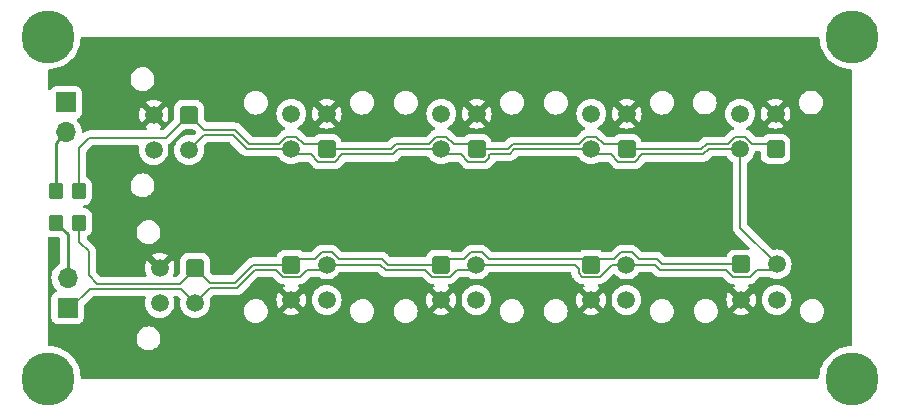
<source format=gtl>
G04 #@! TF.GenerationSoftware,KiCad,Pcbnew,6.0.1-79c1e3a40b~116~ubuntu18.04.1*
G04 #@! TF.CreationDate,2022-02-08T11:35:10+08:00*
G04 #@! TF.ProjectId,canbus_board,63616e62-7573-45f6-926f-6172642e6b69,rev?*
G04 #@! TF.SameCoordinates,Original*
G04 #@! TF.FileFunction,Copper,L1,Top*
G04 #@! TF.FilePolarity,Positive*
%FSLAX46Y46*%
G04 Gerber Fmt 4.6, Leading zero omitted, Abs format (unit mm)*
G04 Created by KiCad (PCBNEW 6.0.1-79c1e3a40b~116~ubuntu18.04.1) date 2022-02-08 11:35:10*
%MOMM*%
%LPD*%
G01*
G04 APERTURE LIST*
G04 Aperture macros list*
%AMRoundRect*
0 Rectangle with rounded corners*
0 $1 Rounding radius*
0 $2 $3 $4 $5 $6 $7 $8 $9 X,Y pos of 4 corners*
0 Add a 4 corners polygon primitive as box body*
4,1,4,$2,$3,$4,$5,$6,$7,$8,$9,$2,$3,0*
0 Add four circle primitives for the rounded corners*
1,1,$1+$1,$2,$3*
1,1,$1+$1,$4,$5*
1,1,$1+$1,$6,$7*
1,1,$1+$1,$8,$9*
0 Add four rect primitives between the rounded corners*
20,1,$1+$1,$2,$3,$4,$5,0*
20,1,$1+$1,$4,$5,$6,$7,0*
20,1,$1+$1,$6,$7,$8,$9,0*
20,1,$1+$1,$8,$9,$2,$3,0*%
G04 Aperture macros list end*
G04 #@! TA.AperFunction,ComponentPad*
%ADD10RoundRect,0.250001X-0.499999X0.499999X-0.499999X-0.499999X0.499999X-0.499999X0.499999X0.499999X0*%
G04 #@! TD*
G04 #@! TA.AperFunction,ComponentPad*
%ADD11C,1.500000*%
G04 #@! TD*
G04 #@! TA.AperFunction,ComponentPad*
%ADD12RoundRect,0.250001X-0.499999X-0.499999X0.499999X-0.499999X0.499999X0.499999X-0.499999X0.499999X0*%
G04 #@! TD*
G04 #@! TA.AperFunction,ComponentPad*
%ADD13RoundRect,0.250001X0.499999X0.499999X-0.499999X0.499999X-0.499999X-0.499999X0.499999X-0.499999X0*%
G04 #@! TD*
G04 #@! TA.AperFunction,ComponentPad*
%ADD14R,1.700000X1.700000*%
G04 #@! TD*
G04 #@! TA.AperFunction,ComponentPad*
%ADD15O,1.700000X1.700000*%
G04 #@! TD*
G04 #@! TA.AperFunction,SMDPad,CuDef*
%ADD16RoundRect,0.250000X-0.350000X-0.450000X0.350000X-0.450000X0.350000X0.450000X-0.350000X0.450000X0*%
G04 #@! TD*
G04 #@! TA.AperFunction,ViaPad*
%ADD17C,4.500000*%
G04 #@! TD*
G04 #@! TA.AperFunction,Conductor*
%ADD18C,0.200000*%
G04 #@! TD*
G04 #@! TA.AperFunction,Conductor*
%ADD19C,0.250000*%
G04 #@! TD*
G04 APERTURE END LIST*
D10*
X69342000Y-56642000D03*
D11*
X69342000Y-59642000D03*
X66342000Y-56642000D03*
X66342000Y-59642000D03*
D12*
X102870000Y-56388000D03*
D11*
X105870000Y-56388000D03*
X102870000Y-59388000D03*
X105870000Y-59388000D03*
D12*
X90170000Y-56388000D03*
D11*
X93170000Y-56388000D03*
X90170000Y-59388000D03*
X93170000Y-59388000D03*
D13*
X105894000Y-46619000D03*
D11*
X102894000Y-46619000D03*
X105894000Y-43619000D03*
X102894000Y-43619000D03*
D14*
X58420000Y-42667000D03*
D15*
X58420000Y-45207000D03*
D13*
X118491000Y-46609000D03*
D11*
X115491000Y-46609000D03*
X118491000Y-43609000D03*
X115491000Y-43609000D03*
D16*
X57547000Y-52832000D03*
X59547000Y-52832000D03*
D12*
X77494000Y-56388000D03*
D11*
X80494000Y-56388000D03*
X77494000Y-59388000D03*
X80494000Y-59388000D03*
D12*
X115594000Y-56378000D03*
D11*
X118594000Y-56378000D03*
X115594000Y-59378000D03*
X118594000Y-59378000D03*
D10*
X68834000Y-43688000D03*
D11*
X68834000Y-46688000D03*
X65834000Y-43688000D03*
X65834000Y-46688000D03*
D13*
X80494000Y-46619000D03*
D11*
X77494000Y-46619000D03*
X80494000Y-43619000D03*
X77494000Y-43619000D03*
D13*
X93194000Y-46619000D03*
D11*
X90194000Y-46619000D03*
X93194000Y-43619000D03*
X90194000Y-43619000D03*
D16*
X57531000Y-50165000D03*
X59531000Y-50165000D03*
D14*
X58547000Y-60076000D03*
D15*
X58547000Y-57536000D03*
D17*
X56896000Y-37084000D03*
X56896000Y-66040000D03*
X124968000Y-66040000D03*
X124968000Y-37084000D03*
D18*
X86354800Y-46169000D02*
X89159766Y-46169000D01*
X78528234Y-46169000D02*
X80044000Y-46169000D01*
X101859766Y-46169000D02*
X102459277Y-45569489D01*
X91228234Y-46169000D02*
X92744000Y-46169000D01*
X61068480Y-58020480D02*
X68057009Y-58020480D01*
X89759277Y-45569489D02*
X90628723Y-45569489D01*
X77059277Y-45569489D02*
X77928723Y-45569489D01*
X77928723Y-45569489D02*
X78528234Y-46169000D01*
X92135766Y-55938000D02*
X92735277Y-55338489D01*
X59547000Y-54467000D02*
X60325000Y-55245000D01*
X80928723Y-55338489D02*
X81528234Y-55938000D01*
X60325000Y-55245000D02*
X60325000Y-57277000D01*
X72701801Y-57916999D02*
X74230800Y-56388000D01*
X68057009Y-58020480D02*
X69342000Y-56735489D01*
X69342000Y-56642000D02*
X70616999Y-57916999D01*
X80494000Y-46619000D02*
X85904800Y-46619000D01*
X115925723Y-45559489D02*
X116525234Y-46159000D01*
X106304723Y-55338489D02*
X106904234Y-55938000D01*
X80044000Y-46169000D02*
X80494000Y-46619000D01*
X95810800Y-46619000D02*
X96260800Y-46169000D01*
X85662200Y-56388000D02*
X90170000Y-56388000D01*
X59547000Y-52832000D02*
X59547000Y-54467000D01*
X59531000Y-50165000D02*
X59531000Y-46514000D01*
X81528234Y-55938000D02*
X85212200Y-55938000D01*
X90620000Y-55938000D02*
X92135766Y-55938000D01*
X89159766Y-46169000D02*
X89759277Y-45569489D01*
X85212200Y-55938000D02*
X85662200Y-56388000D01*
X105894000Y-46619000D02*
X112193800Y-46619000D01*
X60325000Y-57277000D02*
X61068480Y-58020480D01*
X118041000Y-46159000D02*
X118491000Y-46609000D01*
X108453200Y-55938000D02*
X108893200Y-56378000D01*
X103928234Y-46169000D02*
X105444000Y-46169000D01*
X70108999Y-44962999D02*
X72713199Y-44962999D01*
X59531000Y-46514000D02*
X60406511Y-45638489D01*
X68834000Y-43688000D02*
X70108999Y-44962999D01*
X96260800Y-46169000D02*
X101859766Y-46169000D01*
X112193800Y-46619000D02*
X112653800Y-46159000D01*
X94204234Y-55938000D02*
X104835766Y-55938000D01*
X90170000Y-56388000D02*
X90620000Y-55938000D01*
X79459766Y-55938000D02*
X80059277Y-55338489D01*
X102459277Y-45569489D02*
X103328723Y-45569489D01*
X93604723Y-55338489D02*
X94204234Y-55938000D01*
X77494000Y-56388000D02*
X77944000Y-55938000D01*
X74230800Y-56388000D02*
X77494000Y-56388000D01*
X92735277Y-55338489D02*
X93604723Y-55338489D01*
X106904234Y-55938000D02*
X108453200Y-55938000D01*
X66883511Y-45638489D02*
X68834000Y-43688000D01*
X77944000Y-55938000D02*
X79459766Y-55938000D01*
X60406511Y-45638489D02*
X66883511Y-45638489D01*
X103328723Y-45569489D02*
X103928234Y-46169000D01*
X69342000Y-56735489D02*
X69342000Y-56642000D01*
X90628723Y-45569489D02*
X91228234Y-46169000D01*
X76459766Y-46169000D02*
X77059277Y-45569489D01*
X93194000Y-46619000D02*
X95810800Y-46619000D01*
X73919200Y-46169000D02*
X76459766Y-46169000D01*
X92744000Y-46169000D02*
X93194000Y-46619000D01*
X104835766Y-55938000D02*
X105435277Y-55338489D01*
X105435277Y-55338489D02*
X106304723Y-55338489D01*
X69342000Y-56380595D02*
X69342000Y-56642000D01*
X108893200Y-56378000D02*
X115594000Y-56378000D01*
X70616999Y-57916999D02*
X72701801Y-57916999D01*
X115056277Y-45559489D02*
X115925723Y-45559489D01*
X72713199Y-44962999D02*
X73919200Y-46169000D01*
X116525234Y-46159000D02*
X118041000Y-46159000D01*
X112653800Y-46159000D02*
X114456766Y-46159000D01*
X105444000Y-46169000D02*
X105894000Y-46619000D01*
X85904800Y-46619000D02*
X86354800Y-46169000D01*
X114456766Y-46159000D02*
X115056277Y-45559489D01*
X80059277Y-55338489D02*
X80928723Y-55338489D01*
X60452000Y-58420000D02*
X68120000Y-58420000D01*
X90644000Y-47069000D02*
X91866862Y-47069000D01*
X91497138Y-56838000D02*
X92720000Y-56838000D01*
X86091200Y-47069000D02*
X86541200Y-46619000D01*
X101820480Y-56735480D02*
X101820480Y-57115618D01*
X106621618Y-47668520D02*
X107221138Y-47069000D01*
X94243520Y-47107480D02*
X94332480Y-47018520D01*
X91866862Y-47069000D02*
X92466382Y-47668520D01*
X114266862Y-56828000D02*
X114866382Y-57427520D01*
X74417200Y-56838000D02*
X76166862Y-56838000D01*
X103597618Y-57437520D02*
X104647138Y-56388000D01*
X85025800Y-56388000D02*
X85475800Y-56838000D01*
X89442382Y-57437520D02*
X90897618Y-57437520D01*
X73732800Y-46619000D02*
X77494000Y-46619000D01*
X92720000Y-56838000D02*
X93170000Y-56388000D01*
X108706800Y-56828000D02*
X114266862Y-56828000D01*
X58796000Y-60076000D02*
X60452000Y-58420000D01*
X79766382Y-47668520D02*
X81221618Y-47668520D01*
X90194000Y-46619000D02*
X90644000Y-47069000D01*
X118144000Y-56828000D02*
X118594000Y-56378000D01*
X70616999Y-58367001D02*
X72888199Y-58367001D01*
X94243520Y-47346618D02*
X94243520Y-47107480D01*
X103344000Y-47069000D02*
X104566862Y-47069000D01*
X78821138Y-56838000D02*
X80044000Y-56838000D01*
X90897618Y-57437520D02*
X91497138Y-56838000D01*
X79166862Y-47069000D02*
X79766382Y-47668520D01*
X81821138Y-47069000D02*
X86091200Y-47069000D01*
X72526801Y-45413001D02*
X73732800Y-46619000D01*
X72888199Y-58367001D02*
X74417200Y-56838000D01*
X115491000Y-53275000D02*
X118594000Y-56378000D01*
X85475800Y-56838000D02*
X88842862Y-56838000D01*
X104647138Y-56388000D02*
X108266800Y-56388000D01*
X105166382Y-47668520D02*
X106621618Y-47668520D01*
X69342000Y-59642000D02*
X70616999Y-58367001D01*
X101820480Y-57115618D02*
X102142382Y-57437520D01*
X77494000Y-46619000D02*
X77944000Y-47069000D01*
X102142382Y-57437520D02*
X103597618Y-57437520D01*
X86541200Y-46619000D02*
X90194000Y-46619000D01*
X116321618Y-57427520D02*
X116921138Y-56828000D01*
X112380200Y-47069000D02*
X112840200Y-46609000D01*
X68120000Y-58420000D02*
X69342000Y-59642000D01*
X77944000Y-47069000D02*
X79166862Y-47069000D01*
X95976286Y-47018520D02*
X96375806Y-46619000D01*
X76766382Y-57437520D02*
X78221618Y-57437520D01*
X88842862Y-56838000D02*
X89442382Y-57437520D01*
X116921138Y-56828000D02*
X118144000Y-56828000D01*
X107221138Y-47069000D02*
X112380200Y-47069000D01*
X92466382Y-47668520D02*
X93921618Y-47668520D01*
X80044000Y-56838000D02*
X80494000Y-56388000D01*
X102894000Y-46619000D02*
X103344000Y-47069000D01*
X81221618Y-47668520D02*
X81821138Y-47069000D01*
X68834000Y-46688000D02*
X70108999Y-45413001D01*
X104566862Y-47069000D02*
X105166382Y-47668520D01*
X70108999Y-45413001D02*
X72526801Y-45413001D01*
X115491000Y-46609000D02*
X115491000Y-53275000D01*
X112840200Y-46609000D02*
X115491000Y-46609000D01*
X94332480Y-47018520D02*
X95976286Y-47018520D01*
X76166862Y-56838000D02*
X76766382Y-57437520D01*
X78221618Y-57437520D02*
X78821138Y-56838000D01*
X58547000Y-60076000D02*
X59162511Y-60691511D01*
X114866382Y-57427520D02*
X116321618Y-57427520D01*
X93170000Y-56388000D02*
X101473000Y-56388000D01*
X96375806Y-46619000D02*
X102894000Y-46619000D01*
X93921618Y-47668520D02*
X94243520Y-47346618D01*
X80494000Y-56388000D02*
X85025800Y-56388000D01*
X108266800Y-56388000D02*
X108706800Y-56828000D01*
X58547000Y-60076000D02*
X58796000Y-60076000D01*
X101473000Y-56388000D02*
X101820480Y-56735480D01*
D19*
X58547000Y-57536000D02*
X58547000Y-53832000D01*
X58547000Y-53832000D02*
X57547000Y-52832000D01*
X57531000Y-50165000D02*
X57531000Y-46096000D01*
X57531000Y-46096000D02*
X58420000Y-45207000D01*
G04 #@! TA.AperFunction,Conductor*
G36*
X122154288Y-37104002D02*
G01*
X122200781Y-37157658D01*
X122212011Y-37203735D01*
X122221147Y-37387255D01*
X122221788Y-37390986D01*
X122221789Y-37390994D01*
X122236586Y-37477103D01*
X122277474Y-37715057D01*
X122372774Y-38033718D01*
X122374287Y-38037189D01*
X122374289Y-38037195D01*
X122428000Y-38160427D01*
X122505666Y-38338622D01*
X122674226Y-38625352D01*
X122676527Y-38628367D01*
X122873712Y-38886742D01*
X122873717Y-38886748D01*
X122876012Y-38889755D01*
X123108102Y-39128002D01*
X123367132Y-39336640D01*
X123649352Y-39512648D01*
X123950672Y-39653476D01*
X124039737Y-39682673D01*
X124259469Y-39754705D01*
X124266729Y-39757085D01*
X124592944Y-39821973D01*
X124596716Y-39822260D01*
X124596724Y-39822261D01*
X124745276Y-39833561D01*
X124851558Y-39841645D01*
X124917964Y-39866756D01*
X124960254Y-39923784D01*
X124968000Y-39967282D01*
X124968000Y-63158035D01*
X124947998Y-63226156D01*
X124894342Y-63272649D01*
X124848924Y-63283845D01*
X124703775Y-63291834D01*
X124650366Y-63294773D01*
X124646639Y-63295434D01*
X124646635Y-63295434D01*
X124387510Y-63341358D01*
X124322864Y-63352815D01*
X124319239Y-63353920D01*
X124319234Y-63353921D01*
X124111683Y-63417178D01*
X124004707Y-63449782D01*
X124001243Y-63451313D01*
X124001236Y-63451316D01*
X123916090Y-63488959D01*
X123700503Y-63584269D01*
X123697249Y-63586205D01*
X123697243Y-63586208D01*
X123589178Y-63650500D01*
X123414659Y-63754328D01*
X123151316Y-63957496D01*
X122914288Y-64190829D01*
X122707009Y-64450949D01*
X122532481Y-64734086D01*
X122393232Y-65036140D01*
X122392073Y-65039740D01*
X122392070Y-65039747D01*
X122383368Y-65066771D01*
X122291280Y-65352735D01*
X122228100Y-65679285D01*
X122227833Y-65683061D01*
X122227832Y-65683066D01*
X122210852Y-65922899D01*
X122186089Y-65989437D01*
X122129284Y-66032024D01*
X122085167Y-66040000D01*
X59778175Y-66040000D01*
X59710054Y-66019998D01*
X59663561Y-65966342D01*
X59652403Y-65921582D01*
X59639755Y-65711772D01*
X59639754Y-65711765D01*
X59639527Y-65707997D01*
X59579770Y-65380803D01*
X59481139Y-65063157D01*
X59345061Y-64759662D01*
X59260108Y-64618555D01*
X59175466Y-64477966D01*
X59175462Y-64477960D01*
X59173507Y-64474713D01*
X59171180Y-64471729D01*
X59171175Y-64471722D01*
X58971294Y-64215425D01*
X58971288Y-64215418D01*
X58968963Y-64212437D01*
X58734392Y-63976634D01*
X58473191Y-63770720D01*
X58189144Y-63597677D01*
X58068046Y-63542617D01*
X57889817Y-63461580D01*
X57889809Y-63461577D01*
X57886365Y-63460011D01*
X57569240Y-63359718D01*
X57346896Y-63317906D01*
X57246087Y-63298949D01*
X57246085Y-63298949D01*
X57242364Y-63298249D01*
X57013759Y-63283266D01*
X56947093Y-63258852D01*
X56904209Y-63202270D01*
X56896000Y-63157536D01*
X56896000Y-62634925D01*
X64388645Y-62634925D01*
X64406570Y-62831888D01*
X64462410Y-63021619D01*
X64465263Y-63027077D01*
X64465265Y-63027081D01*
X64512720Y-63117853D01*
X64554040Y-63196890D01*
X64677968Y-63351025D01*
X64682692Y-63354989D01*
X64687492Y-63359017D01*
X64829474Y-63478154D01*
X64834872Y-63481121D01*
X64834877Y-63481125D01*
X64978180Y-63559905D01*
X65002787Y-63573433D01*
X65008654Y-63575294D01*
X65008656Y-63575295D01*
X65079213Y-63597677D01*
X65191306Y-63633235D01*
X65345227Y-63650500D01*
X65451769Y-63650500D01*
X65454825Y-63650200D01*
X65454832Y-63650200D01*
X65513340Y-63644463D01*
X65598833Y-63636080D01*
X65604734Y-63634298D01*
X65604736Y-63634298D01*
X65719508Y-63599646D01*
X65788169Y-63578916D01*
X65962796Y-63486066D01*
X66049062Y-63415709D01*
X66111287Y-63364960D01*
X66111290Y-63364957D01*
X66116062Y-63361065D01*
X66186024Y-63276496D01*
X66238201Y-63213425D01*
X66238203Y-63213421D01*
X66242130Y-63208675D01*
X66336198Y-63034701D01*
X66394682Y-62845768D01*
X66415355Y-62649075D01*
X66397430Y-62452112D01*
X66341590Y-62262381D01*
X66331919Y-62243881D01*
X66252813Y-62092568D01*
X66249960Y-62087110D01*
X66126032Y-61932975D01*
X66119727Y-61927684D01*
X66103334Y-61913929D01*
X65974526Y-61805846D01*
X65969128Y-61802879D01*
X65969123Y-61802875D01*
X65806608Y-61713533D01*
X65806609Y-61713533D01*
X65801213Y-61710567D01*
X65795346Y-61708706D01*
X65795344Y-61708705D01*
X65618564Y-61652627D01*
X65618563Y-61652627D01*
X65612694Y-61650765D01*
X65458773Y-61633500D01*
X65352231Y-61633500D01*
X65349175Y-61633800D01*
X65349168Y-61633800D01*
X65290660Y-61639537D01*
X65205167Y-61647920D01*
X65199266Y-61649702D01*
X65199264Y-61649702D01*
X65125947Y-61671838D01*
X65015831Y-61705084D01*
X64841204Y-61797934D01*
X64754938Y-61868291D01*
X64692713Y-61919040D01*
X64692710Y-61919043D01*
X64687938Y-61922935D01*
X64684011Y-61927682D01*
X64684009Y-61927684D01*
X64565799Y-62070575D01*
X64565797Y-62070579D01*
X64561870Y-62075325D01*
X64467802Y-62249299D01*
X64409318Y-62438232D01*
X64388645Y-62634925D01*
X56896000Y-62634925D01*
X56896000Y-54153577D01*
X56916002Y-54085456D01*
X56969658Y-54038963D01*
X57039499Y-54028921D01*
X57042139Y-54029797D01*
X57048975Y-54030497D01*
X57048978Y-54030498D01*
X57090002Y-54034701D01*
X57146600Y-54040500D01*
X57787500Y-54040500D01*
X57855621Y-54060502D01*
X57902114Y-54114158D01*
X57913500Y-54166500D01*
X57913500Y-56257692D01*
X57893498Y-56325813D01*
X57845683Y-56369453D01*
X57820607Y-56382507D01*
X57816474Y-56385610D01*
X57816471Y-56385612D01*
X57694847Y-56476930D01*
X57641965Y-56516635D01*
X57487629Y-56678138D01*
X57361743Y-56862680D01*
X57359564Y-56867375D01*
X57274686Y-57050230D01*
X57267688Y-57065305D01*
X57207989Y-57280570D01*
X57184251Y-57502695D01*
X57184548Y-57507848D01*
X57184548Y-57507851D01*
X57192243Y-57641307D01*
X57197110Y-57725715D01*
X57198247Y-57730761D01*
X57198248Y-57730767D01*
X57219203Y-57823750D01*
X57246222Y-57943639D01*
X57289926Y-58051270D01*
X57328111Y-58145308D01*
X57330266Y-58150616D01*
X57370044Y-58215528D01*
X57438285Y-58326887D01*
X57446987Y-58341088D01*
X57593250Y-58509938D01*
X57597230Y-58513242D01*
X57601981Y-58517187D01*
X57641616Y-58576090D01*
X57643113Y-58647071D01*
X57605997Y-58707593D01*
X57565725Y-58732112D01*
X57513106Y-58751838D01*
X57450295Y-58775385D01*
X57333739Y-58862739D01*
X57246385Y-58979295D01*
X57195255Y-59115684D01*
X57188500Y-59177866D01*
X57188500Y-60974134D01*
X57195255Y-61036316D01*
X57246385Y-61172705D01*
X57333739Y-61289261D01*
X57450295Y-61376615D01*
X57586684Y-61427745D01*
X57648866Y-61434500D01*
X59445134Y-61434500D01*
X59507316Y-61427745D01*
X59643705Y-61376615D01*
X59760261Y-61289261D01*
X59847615Y-61172705D01*
X59898745Y-61036316D01*
X59905500Y-60974134D01*
X59905500Y-59879239D01*
X59925502Y-59811118D01*
X59942405Y-59790144D01*
X60667144Y-59065405D01*
X60729456Y-59031379D01*
X60756239Y-59028500D01*
X65041699Y-59028500D01*
X65109820Y-59048502D01*
X65156313Y-59102158D01*
X65166417Y-59172432D01*
X65158350Y-59199502D01*
X65159086Y-59199770D01*
X65157205Y-59204939D01*
X65154880Y-59209924D01*
X65097885Y-59422629D01*
X65078693Y-59642000D01*
X65097885Y-59861371D01*
X65154880Y-60074076D01*
X65187603Y-60144251D01*
X65245618Y-60268666D01*
X65245621Y-60268671D01*
X65247944Y-60273653D01*
X65251100Y-60278160D01*
X65251101Y-60278162D01*
X65363800Y-60439112D01*
X65374251Y-60454038D01*
X65529962Y-60609749D01*
X65534471Y-60612906D01*
X65534473Y-60612908D01*
X65609241Y-60665261D01*
X65710346Y-60736056D01*
X65909924Y-60829120D01*
X66122629Y-60886115D01*
X66342000Y-60905307D01*
X66561371Y-60886115D01*
X66774076Y-60829120D01*
X66973654Y-60736056D01*
X67074759Y-60665261D01*
X67149527Y-60612908D01*
X67149529Y-60612906D01*
X67154038Y-60609749D01*
X67309749Y-60454038D01*
X67320201Y-60439112D01*
X67432899Y-60278162D01*
X67432900Y-60278160D01*
X67436056Y-60273653D01*
X67438379Y-60268671D01*
X67438382Y-60268666D01*
X67496397Y-60144251D01*
X67529120Y-60074076D01*
X67586115Y-59861371D01*
X67605307Y-59642000D01*
X67586115Y-59422629D01*
X67529120Y-59209924D01*
X67526795Y-59204939D01*
X67524914Y-59199770D01*
X67526793Y-59199086D01*
X67517444Y-59137570D01*
X67546417Y-59072755D01*
X67605833Y-59033893D01*
X67642301Y-59028500D01*
X67815761Y-59028500D01*
X67883882Y-59048502D01*
X67904856Y-59065405D01*
X68081144Y-59241693D01*
X68115170Y-59304005D01*
X68113755Y-59363400D01*
X68099310Y-59417309D01*
X68099309Y-59417315D01*
X68097885Y-59422629D01*
X68078693Y-59642000D01*
X68097885Y-59861371D01*
X68154880Y-60074076D01*
X68187603Y-60144251D01*
X68245618Y-60268666D01*
X68245621Y-60268671D01*
X68247944Y-60273653D01*
X68251100Y-60278160D01*
X68251101Y-60278162D01*
X68363800Y-60439112D01*
X68374251Y-60454038D01*
X68529962Y-60609749D01*
X68534471Y-60612906D01*
X68534473Y-60612908D01*
X68609241Y-60665261D01*
X68710346Y-60736056D01*
X68909924Y-60829120D01*
X69122629Y-60886115D01*
X69342000Y-60905307D01*
X69561371Y-60886115D01*
X69774076Y-60829120D01*
X69973654Y-60736056D01*
X70074759Y-60665261D01*
X70149527Y-60612908D01*
X70149529Y-60612906D01*
X70154038Y-60609749D01*
X70309749Y-60454038D01*
X70320201Y-60439112D01*
X70402956Y-60320925D01*
X73480645Y-60320925D01*
X73481933Y-60335075D01*
X73495521Y-60484381D01*
X73498570Y-60517888D01*
X73500308Y-60523794D01*
X73500309Y-60523798D01*
X73514592Y-60572326D01*
X73554410Y-60707619D01*
X73557263Y-60713077D01*
X73557265Y-60713081D01*
X73570492Y-60738381D01*
X73646040Y-60882890D01*
X73769968Y-61037025D01*
X73774692Y-61040989D01*
X73777941Y-61043715D01*
X73921474Y-61164154D01*
X73926872Y-61167121D01*
X73926877Y-61167125D01*
X74070180Y-61245905D01*
X74094787Y-61259433D01*
X74100654Y-61261294D01*
X74100656Y-61261295D01*
X74262645Y-61312681D01*
X74283306Y-61319235D01*
X74437227Y-61336500D01*
X74543769Y-61336500D01*
X74546825Y-61336200D01*
X74546832Y-61336200D01*
X74605340Y-61330463D01*
X74690833Y-61322080D01*
X74696734Y-61320298D01*
X74696736Y-61320298D01*
X74781712Y-61294642D01*
X74880169Y-61264916D01*
X75054796Y-61172066D01*
X75141062Y-61101709D01*
X75203287Y-61050960D01*
X75203290Y-61050957D01*
X75208062Y-61047065D01*
X75213089Y-61040989D01*
X75330201Y-60899425D01*
X75330203Y-60899421D01*
X75334130Y-60894675D01*
X75428198Y-60720701D01*
X75486682Y-60531768D01*
X75492239Y-60478899D01*
X75496521Y-60438161D01*
X76808393Y-60438161D01*
X76817687Y-60450175D01*
X76858088Y-60478464D01*
X76867584Y-60483947D01*
X77057113Y-60572326D01*
X77067405Y-60576072D01*
X77269401Y-60630196D01*
X77280196Y-60632099D01*
X77488525Y-60650326D01*
X77499475Y-60650326D01*
X77707804Y-60632099D01*
X77718599Y-60630196D01*
X77920595Y-60576072D01*
X77930887Y-60572326D01*
X78120416Y-60483947D01*
X78129912Y-60478464D01*
X78171148Y-60449590D01*
X78179523Y-60439112D01*
X78172457Y-60425668D01*
X77506811Y-59760021D01*
X77492868Y-59752408D01*
X77491034Y-59752539D01*
X77484420Y-59756790D01*
X76814820Y-60426391D01*
X76808393Y-60438161D01*
X75496521Y-60438161D01*
X75506711Y-60341204D01*
X75506711Y-60341202D01*
X75507355Y-60335075D01*
X75489430Y-60138112D01*
X75470584Y-60074076D01*
X75435330Y-59954294D01*
X75433590Y-59948381D01*
X75428363Y-59938381D01*
X75369119Y-59825061D01*
X75341960Y-59773110D01*
X75218032Y-59618975D01*
X75211727Y-59613684D01*
X75185651Y-59591804D01*
X75066526Y-59491846D01*
X75061128Y-59488879D01*
X75061123Y-59488875D01*
X74898608Y-59399533D01*
X74898609Y-59399533D01*
X74893213Y-59396567D01*
X74887346Y-59394706D01*
X74887344Y-59394705D01*
X74883467Y-59393475D01*
X76231674Y-59393475D01*
X76249901Y-59601804D01*
X76251804Y-59612599D01*
X76305928Y-59814595D01*
X76309674Y-59824887D01*
X76398054Y-60014417D01*
X76403534Y-60023907D01*
X76432411Y-60065149D01*
X76442887Y-60073523D01*
X76456334Y-60066455D01*
X77121979Y-59400811D01*
X77128356Y-59389132D01*
X77858408Y-59389132D01*
X77858539Y-59390966D01*
X77862790Y-59397580D01*
X78532391Y-60067180D01*
X78544161Y-60073607D01*
X78556176Y-60064311D01*
X78584466Y-60023907D01*
X78589946Y-60014417D01*
X78678326Y-59824887D01*
X78682072Y-59814595D01*
X78736196Y-59612599D01*
X78738099Y-59601804D01*
X78756326Y-59393475D01*
X78756326Y-59388000D01*
X79230693Y-59388000D01*
X79249885Y-59607371D01*
X79306880Y-59820076D01*
X79309205Y-59825061D01*
X79397618Y-60014666D01*
X79397621Y-60014671D01*
X79399944Y-60019653D01*
X79403100Y-60024160D01*
X79403101Y-60024162D01*
X79521978Y-60193935D01*
X79526251Y-60200038D01*
X79681962Y-60355749D01*
X79862346Y-60482056D01*
X80061924Y-60575120D01*
X80274629Y-60632115D01*
X80494000Y-60651307D01*
X80713371Y-60632115D01*
X80926076Y-60575120D01*
X81125654Y-60482056D01*
X81306038Y-60355749D01*
X81340862Y-60320925D01*
X82480645Y-60320925D01*
X82481933Y-60335075D01*
X82495521Y-60484381D01*
X82498570Y-60517888D01*
X82500308Y-60523794D01*
X82500309Y-60523798D01*
X82514592Y-60572326D01*
X82554410Y-60707619D01*
X82557263Y-60713077D01*
X82557265Y-60713081D01*
X82570492Y-60738381D01*
X82646040Y-60882890D01*
X82769968Y-61037025D01*
X82774692Y-61040989D01*
X82777941Y-61043715D01*
X82921474Y-61164154D01*
X82926872Y-61167121D01*
X82926877Y-61167125D01*
X83070180Y-61245905D01*
X83094787Y-61259433D01*
X83100654Y-61261294D01*
X83100656Y-61261295D01*
X83262645Y-61312681D01*
X83283306Y-61319235D01*
X83437227Y-61336500D01*
X83543769Y-61336500D01*
X83546825Y-61336200D01*
X83546832Y-61336200D01*
X83605340Y-61330463D01*
X83690833Y-61322080D01*
X83696734Y-61320298D01*
X83696736Y-61320298D01*
X83781712Y-61294642D01*
X83880169Y-61264916D01*
X84054796Y-61172066D01*
X84141062Y-61101709D01*
X84203287Y-61050960D01*
X84203290Y-61050957D01*
X84208062Y-61047065D01*
X84213089Y-61040989D01*
X84330201Y-60899425D01*
X84330203Y-60899421D01*
X84334130Y-60894675D01*
X84428198Y-60720701D01*
X84486682Y-60531768D01*
X84492239Y-60478899D01*
X84506711Y-60341204D01*
X84506711Y-60341202D01*
X84507355Y-60335075D01*
X84506067Y-60320925D01*
X86156645Y-60320925D01*
X86157933Y-60335075D01*
X86171521Y-60484381D01*
X86174570Y-60517888D01*
X86176308Y-60523794D01*
X86176309Y-60523798D01*
X86190592Y-60572326D01*
X86230410Y-60707619D01*
X86233263Y-60713077D01*
X86233265Y-60713081D01*
X86246492Y-60738381D01*
X86322040Y-60882890D01*
X86445968Y-61037025D01*
X86450692Y-61040989D01*
X86453941Y-61043715D01*
X86597474Y-61164154D01*
X86602872Y-61167121D01*
X86602877Y-61167125D01*
X86746180Y-61245905D01*
X86770787Y-61259433D01*
X86776654Y-61261294D01*
X86776656Y-61261295D01*
X86938645Y-61312681D01*
X86959306Y-61319235D01*
X87113227Y-61336500D01*
X87219769Y-61336500D01*
X87222825Y-61336200D01*
X87222832Y-61336200D01*
X87281340Y-61330463D01*
X87366833Y-61322080D01*
X87372734Y-61320298D01*
X87372736Y-61320298D01*
X87457712Y-61294642D01*
X87556169Y-61264916D01*
X87730796Y-61172066D01*
X87817062Y-61101709D01*
X87879287Y-61050960D01*
X87879290Y-61050957D01*
X87884062Y-61047065D01*
X87889089Y-61040989D01*
X88006201Y-60899425D01*
X88006203Y-60899421D01*
X88010130Y-60894675D01*
X88104198Y-60720701D01*
X88162682Y-60531768D01*
X88168239Y-60478899D01*
X88172521Y-60438161D01*
X89484393Y-60438161D01*
X89493687Y-60450175D01*
X89534088Y-60478464D01*
X89543584Y-60483947D01*
X89733113Y-60572326D01*
X89743405Y-60576072D01*
X89945401Y-60630196D01*
X89956196Y-60632099D01*
X90164525Y-60650326D01*
X90175475Y-60650326D01*
X90383804Y-60632099D01*
X90394599Y-60630196D01*
X90596595Y-60576072D01*
X90606887Y-60572326D01*
X90796416Y-60483947D01*
X90805912Y-60478464D01*
X90847148Y-60449590D01*
X90855523Y-60439112D01*
X90848457Y-60425668D01*
X90182811Y-59760021D01*
X90168868Y-59752408D01*
X90167034Y-59752539D01*
X90160420Y-59756790D01*
X89490820Y-60426391D01*
X89484393Y-60438161D01*
X88172521Y-60438161D01*
X88182711Y-60341204D01*
X88182711Y-60341202D01*
X88183355Y-60335075D01*
X88165430Y-60138112D01*
X88146584Y-60074076D01*
X88111330Y-59954294D01*
X88109590Y-59948381D01*
X88104363Y-59938381D01*
X88045119Y-59825061D01*
X88017960Y-59773110D01*
X87894032Y-59618975D01*
X87887727Y-59613684D01*
X87861651Y-59591804D01*
X87742526Y-59491846D01*
X87737128Y-59488879D01*
X87737123Y-59488875D01*
X87574608Y-59399533D01*
X87574609Y-59399533D01*
X87569213Y-59396567D01*
X87563346Y-59394706D01*
X87563344Y-59394705D01*
X87559467Y-59393475D01*
X88907674Y-59393475D01*
X88925901Y-59601804D01*
X88927804Y-59612599D01*
X88981928Y-59814595D01*
X88985674Y-59824887D01*
X89074054Y-60014417D01*
X89079534Y-60023907D01*
X89108411Y-60065149D01*
X89118887Y-60073523D01*
X89132334Y-60066455D01*
X89797979Y-59400811D01*
X89804356Y-59389132D01*
X90534408Y-59389132D01*
X90534539Y-59390966D01*
X90538790Y-59397580D01*
X91208391Y-60067180D01*
X91220161Y-60073607D01*
X91232176Y-60064311D01*
X91260466Y-60023907D01*
X91265946Y-60014417D01*
X91354326Y-59824887D01*
X91358072Y-59814595D01*
X91412196Y-59612599D01*
X91414099Y-59601804D01*
X91432326Y-59393475D01*
X91432326Y-59388000D01*
X91906693Y-59388000D01*
X91925885Y-59607371D01*
X91982880Y-59820076D01*
X91985205Y-59825061D01*
X92073618Y-60014666D01*
X92073621Y-60014671D01*
X92075944Y-60019653D01*
X92079100Y-60024160D01*
X92079101Y-60024162D01*
X92197978Y-60193935D01*
X92202251Y-60200038D01*
X92357962Y-60355749D01*
X92538346Y-60482056D01*
X92737924Y-60575120D01*
X92950629Y-60632115D01*
X93170000Y-60651307D01*
X93389371Y-60632115D01*
X93602076Y-60575120D01*
X93801654Y-60482056D01*
X93982038Y-60355749D01*
X94016862Y-60320925D01*
X95156645Y-60320925D01*
X95157933Y-60335075D01*
X95171521Y-60484381D01*
X95174570Y-60517888D01*
X95176308Y-60523794D01*
X95176309Y-60523798D01*
X95190592Y-60572326D01*
X95230410Y-60707619D01*
X95233263Y-60713077D01*
X95233265Y-60713081D01*
X95246492Y-60738381D01*
X95322040Y-60882890D01*
X95445968Y-61037025D01*
X95450692Y-61040989D01*
X95453941Y-61043715D01*
X95597474Y-61164154D01*
X95602872Y-61167121D01*
X95602877Y-61167125D01*
X95746180Y-61245905D01*
X95770787Y-61259433D01*
X95776654Y-61261294D01*
X95776656Y-61261295D01*
X95938645Y-61312681D01*
X95959306Y-61319235D01*
X96113227Y-61336500D01*
X96219769Y-61336500D01*
X96222825Y-61336200D01*
X96222832Y-61336200D01*
X96281340Y-61330463D01*
X96366833Y-61322080D01*
X96372734Y-61320298D01*
X96372736Y-61320298D01*
X96457712Y-61294642D01*
X96556169Y-61264916D01*
X96730796Y-61172066D01*
X96817062Y-61101709D01*
X96879287Y-61050960D01*
X96879290Y-61050957D01*
X96884062Y-61047065D01*
X96889089Y-61040989D01*
X97006201Y-60899425D01*
X97006203Y-60899421D01*
X97010130Y-60894675D01*
X97104198Y-60720701D01*
X97162682Y-60531768D01*
X97168239Y-60478899D01*
X97182711Y-60341204D01*
X97182711Y-60341202D01*
X97183355Y-60335075D01*
X97182067Y-60320925D01*
X98856645Y-60320925D01*
X98857933Y-60335075D01*
X98871521Y-60484381D01*
X98874570Y-60517888D01*
X98876308Y-60523794D01*
X98876309Y-60523798D01*
X98890592Y-60572326D01*
X98930410Y-60707619D01*
X98933263Y-60713077D01*
X98933265Y-60713081D01*
X98946492Y-60738381D01*
X99022040Y-60882890D01*
X99145968Y-61037025D01*
X99150692Y-61040989D01*
X99153941Y-61043715D01*
X99297474Y-61164154D01*
X99302872Y-61167121D01*
X99302877Y-61167125D01*
X99446180Y-61245905D01*
X99470787Y-61259433D01*
X99476654Y-61261294D01*
X99476656Y-61261295D01*
X99638645Y-61312681D01*
X99659306Y-61319235D01*
X99813227Y-61336500D01*
X99919769Y-61336500D01*
X99922825Y-61336200D01*
X99922832Y-61336200D01*
X99981340Y-61330463D01*
X100066833Y-61322080D01*
X100072734Y-61320298D01*
X100072736Y-61320298D01*
X100157712Y-61294642D01*
X100256169Y-61264916D01*
X100430796Y-61172066D01*
X100517062Y-61101709D01*
X100579287Y-61050960D01*
X100579290Y-61050957D01*
X100584062Y-61047065D01*
X100589089Y-61040989D01*
X100706201Y-60899425D01*
X100706203Y-60899421D01*
X100710130Y-60894675D01*
X100804198Y-60720701D01*
X100862682Y-60531768D01*
X100868239Y-60478899D01*
X100872521Y-60438161D01*
X102184393Y-60438161D01*
X102193687Y-60450175D01*
X102234088Y-60478464D01*
X102243584Y-60483947D01*
X102433113Y-60572326D01*
X102443405Y-60576072D01*
X102645401Y-60630196D01*
X102656196Y-60632099D01*
X102864525Y-60650326D01*
X102875475Y-60650326D01*
X103083804Y-60632099D01*
X103094599Y-60630196D01*
X103296595Y-60576072D01*
X103306887Y-60572326D01*
X103496416Y-60483947D01*
X103505912Y-60478464D01*
X103547148Y-60449590D01*
X103555523Y-60439112D01*
X103548457Y-60425668D01*
X102882811Y-59760021D01*
X102868868Y-59752408D01*
X102867034Y-59752539D01*
X102860420Y-59756790D01*
X102190820Y-60426391D01*
X102184393Y-60438161D01*
X100872521Y-60438161D01*
X100882711Y-60341204D01*
X100882711Y-60341202D01*
X100883355Y-60335075D01*
X100865430Y-60138112D01*
X100846584Y-60074076D01*
X100811330Y-59954294D01*
X100809590Y-59948381D01*
X100804363Y-59938381D01*
X100745119Y-59825061D01*
X100717960Y-59773110D01*
X100594032Y-59618975D01*
X100587727Y-59613684D01*
X100561651Y-59591804D01*
X100442526Y-59491846D01*
X100437128Y-59488879D01*
X100437123Y-59488875D01*
X100274608Y-59399533D01*
X100274609Y-59399533D01*
X100269213Y-59396567D01*
X100263346Y-59394706D01*
X100263344Y-59394705D01*
X100259467Y-59393475D01*
X101607674Y-59393475D01*
X101625901Y-59601804D01*
X101627804Y-59612599D01*
X101681928Y-59814595D01*
X101685674Y-59824887D01*
X101774054Y-60014417D01*
X101779534Y-60023907D01*
X101808411Y-60065149D01*
X101818887Y-60073523D01*
X101832334Y-60066455D01*
X102497979Y-59400811D01*
X102504356Y-59389132D01*
X103234408Y-59389132D01*
X103234539Y-59390966D01*
X103238790Y-59397580D01*
X103908391Y-60067180D01*
X103920161Y-60073607D01*
X103932176Y-60064311D01*
X103960466Y-60023907D01*
X103965946Y-60014417D01*
X104054326Y-59824887D01*
X104058072Y-59814595D01*
X104112196Y-59612599D01*
X104114099Y-59601804D01*
X104132326Y-59393475D01*
X104132326Y-59388000D01*
X104606693Y-59388000D01*
X104625885Y-59607371D01*
X104682880Y-59820076D01*
X104685205Y-59825061D01*
X104773618Y-60014666D01*
X104773621Y-60014671D01*
X104775944Y-60019653D01*
X104779100Y-60024160D01*
X104779101Y-60024162D01*
X104897978Y-60193935D01*
X104902251Y-60200038D01*
X105057962Y-60355749D01*
X105238346Y-60482056D01*
X105437924Y-60575120D01*
X105650629Y-60632115D01*
X105870000Y-60651307D01*
X106089371Y-60632115D01*
X106302076Y-60575120D01*
X106501654Y-60482056D01*
X106682038Y-60355749D01*
X106716862Y-60320925D01*
X107856645Y-60320925D01*
X107857933Y-60335075D01*
X107871521Y-60484381D01*
X107874570Y-60517888D01*
X107876308Y-60523794D01*
X107876309Y-60523798D01*
X107890592Y-60572326D01*
X107930410Y-60707619D01*
X107933263Y-60713077D01*
X107933265Y-60713081D01*
X107946492Y-60738381D01*
X108022040Y-60882890D01*
X108145968Y-61037025D01*
X108150692Y-61040989D01*
X108153941Y-61043715D01*
X108297474Y-61164154D01*
X108302872Y-61167121D01*
X108302877Y-61167125D01*
X108446180Y-61245905D01*
X108470787Y-61259433D01*
X108476654Y-61261294D01*
X108476656Y-61261295D01*
X108638645Y-61312681D01*
X108659306Y-61319235D01*
X108813227Y-61336500D01*
X108919769Y-61336500D01*
X108922825Y-61336200D01*
X108922832Y-61336200D01*
X108981340Y-61330463D01*
X109066833Y-61322080D01*
X109072734Y-61320298D01*
X109072736Y-61320298D01*
X109157712Y-61294642D01*
X109256169Y-61264916D01*
X109430796Y-61172066D01*
X109517062Y-61101709D01*
X109579287Y-61050960D01*
X109579290Y-61050957D01*
X109584062Y-61047065D01*
X109589089Y-61040989D01*
X109706201Y-60899425D01*
X109706203Y-60899421D01*
X109710130Y-60894675D01*
X109804198Y-60720701D01*
X109862682Y-60531768D01*
X109868239Y-60478899D01*
X109882711Y-60341204D01*
X109882711Y-60341202D01*
X109883355Y-60335075D01*
X109881157Y-60310925D01*
X111580645Y-60310925D01*
X111581204Y-60317065D01*
X111596431Y-60484381D01*
X111598570Y-60507888D01*
X111654410Y-60697619D01*
X111657263Y-60703077D01*
X111657265Y-60703081D01*
X111672854Y-60732899D01*
X111746040Y-60872890D01*
X111869968Y-61027025D01*
X111874692Y-61030989D01*
X111881933Y-61037065D01*
X112021474Y-61154154D01*
X112026872Y-61157121D01*
X112026877Y-61157125D01*
X112170180Y-61235905D01*
X112194787Y-61249433D01*
X112200654Y-61251294D01*
X112200656Y-61251295D01*
X112297706Y-61282081D01*
X112383306Y-61309235D01*
X112537227Y-61326500D01*
X112643769Y-61326500D01*
X112646825Y-61326200D01*
X112646832Y-61326200D01*
X112707021Y-61320298D01*
X112790833Y-61312080D01*
X112796734Y-61310298D01*
X112796736Y-61310298D01*
X112890194Y-61282081D01*
X112980169Y-61254916D01*
X113154796Y-61162066D01*
X113241062Y-61091709D01*
X113303287Y-61040960D01*
X113303290Y-61040957D01*
X113308062Y-61037065D01*
X113421928Y-60899425D01*
X113430201Y-60889425D01*
X113430203Y-60889421D01*
X113434130Y-60884675D01*
X113528198Y-60710701D01*
X113586682Y-60521768D01*
X113588786Y-60501749D01*
X113596520Y-60428161D01*
X114908393Y-60428161D01*
X114917687Y-60440175D01*
X114958088Y-60468464D01*
X114967584Y-60473947D01*
X115157113Y-60562326D01*
X115167405Y-60566072D01*
X115369401Y-60620196D01*
X115380196Y-60622099D01*
X115588525Y-60640326D01*
X115599475Y-60640326D01*
X115807804Y-60622099D01*
X115818599Y-60620196D01*
X116020595Y-60566072D01*
X116030887Y-60562326D01*
X116220416Y-60473947D01*
X116229912Y-60468464D01*
X116271148Y-60439590D01*
X116279523Y-60429112D01*
X116272457Y-60415668D01*
X115606811Y-59750021D01*
X115592868Y-59742408D01*
X115591034Y-59742539D01*
X115584420Y-59746790D01*
X114914820Y-60416391D01*
X114908393Y-60428161D01*
X113596520Y-60428161D01*
X113606711Y-60331204D01*
X113606711Y-60331202D01*
X113607355Y-60325075D01*
X113599847Y-60242576D01*
X113589989Y-60134251D01*
X113589988Y-60134248D01*
X113589430Y-60128112D01*
X113570446Y-60063607D01*
X113535330Y-59944294D01*
X113533590Y-59938381D01*
X113529147Y-59929881D01*
X113469119Y-59815061D01*
X113441960Y-59763110D01*
X113318032Y-59608975D01*
X113311727Y-59603684D01*
X113183171Y-59495813D01*
X113166526Y-59481846D01*
X113161128Y-59478879D01*
X113161123Y-59478875D01*
X112998608Y-59389533D01*
X112998609Y-59389533D01*
X112993213Y-59386567D01*
X112987346Y-59384706D01*
X112987344Y-59384705D01*
X112983467Y-59383475D01*
X114331674Y-59383475D01*
X114349901Y-59591804D01*
X114351804Y-59602599D01*
X114405928Y-59804595D01*
X114409674Y-59814887D01*
X114498054Y-60004417D01*
X114503534Y-60013907D01*
X114532411Y-60055149D01*
X114542887Y-60063523D01*
X114556334Y-60056455D01*
X115221979Y-59390811D01*
X115228356Y-59379132D01*
X115958408Y-59379132D01*
X115958539Y-59380966D01*
X115962790Y-59387580D01*
X116632391Y-60057180D01*
X116644161Y-60063607D01*
X116656176Y-60054311D01*
X116684466Y-60013907D01*
X116689946Y-60004417D01*
X116778326Y-59814887D01*
X116782072Y-59804595D01*
X116836196Y-59602599D01*
X116838099Y-59591804D01*
X116856326Y-59383475D01*
X116856326Y-59378000D01*
X117330693Y-59378000D01*
X117349885Y-59597371D01*
X117406880Y-59810076D01*
X117413868Y-59825061D01*
X117497618Y-60004666D01*
X117497621Y-60004671D01*
X117499944Y-60009653D01*
X117503100Y-60014160D01*
X117503101Y-60014162D01*
X117594191Y-60144251D01*
X117626251Y-60190038D01*
X117781962Y-60345749D01*
X117786471Y-60348906D01*
X117786473Y-60348908D01*
X117861241Y-60401261D01*
X117962346Y-60472056D01*
X118161924Y-60565120D01*
X118374629Y-60622115D01*
X118594000Y-60641307D01*
X118813371Y-60622115D01*
X119026076Y-60565120D01*
X119225654Y-60472056D01*
X119326759Y-60401261D01*
X119401527Y-60348908D01*
X119401529Y-60348906D01*
X119406038Y-60345749D01*
X119440862Y-60310925D01*
X120580645Y-60310925D01*
X120581204Y-60317065D01*
X120596431Y-60484381D01*
X120598570Y-60507888D01*
X120654410Y-60697619D01*
X120657263Y-60703077D01*
X120657265Y-60703081D01*
X120672854Y-60732899D01*
X120746040Y-60872890D01*
X120869968Y-61027025D01*
X120874692Y-61030989D01*
X120881933Y-61037065D01*
X121021474Y-61154154D01*
X121026872Y-61157121D01*
X121026877Y-61157125D01*
X121170180Y-61235905D01*
X121194787Y-61249433D01*
X121200654Y-61251294D01*
X121200656Y-61251295D01*
X121297706Y-61282081D01*
X121383306Y-61309235D01*
X121537227Y-61326500D01*
X121643769Y-61326500D01*
X121646825Y-61326200D01*
X121646832Y-61326200D01*
X121707021Y-61320298D01*
X121790833Y-61312080D01*
X121796734Y-61310298D01*
X121796736Y-61310298D01*
X121890194Y-61282081D01*
X121980169Y-61254916D01*
X122154796Y-61162066D01*
X122241062Y-61091709D01*
X122303287Y-61040960D01*
X122303290Y-61040957D01*
X122308062Y-61037065D01*
X122421928Y-60899425D01*
X122430201Y-60889425D01*
X122430203Y-60889421D01*
X122434130Y-60884675D01*
X122528198Y-60710701D01*
X122586682Y-60521768D01*
X122588786Y-60501749D01*
X122606711Y-60331204D01*
X122606711Y-60331202D01*
X122607355Y-60325075D01*
X122599847Y-60242576D01*
X122589989Y-60134251D01*
X122589988Y-60134248D01*
X122589430Y-60128112D01*
X122570446Y-60063607D01*
X122535330Y-59944294D01*
X122533590Y-59938381D01*
X122529147Y-59929881D01*
X122469119Y-59815061D01*
X122441960Y-59763110D01*
X122318032Y-59608975D01*
X122311727Y-59603684D01*
X122183171Y-59495813D01*
X122166526Y-59481846D01*
X122161128Y-59478879D01*
X122161123Y-59478875D01*
X121998608Y-59389533D01*
X121998609Y-59389533D01*
X121993213Y-59386567D01*
X121987346Y-59384706D01*
X121987344Y-59384705D01*
X121810564Y-59328627D01*
X121810563Y-59328627D01*
X121804694Y-59326765D01*
X121650773Y-59309500D01*
X121544231Y-59309500D01*
X121541175Y-59309800D01*
X121541168Y-59309800D01*
X121482660Y-59315537D01*
X121397167Y-59323920D01*
X121391266Y-59325702D01*
X121391264Y-59325702D01*
X121354622Y-59336765D01*
X121207831Y-59381084D01*
X121033204Y-59473934D01*
X121006378Y-59495813D01*
X120884713Y-59595040D01*
X120884710Y-59595043D01*
X120879938Y-59598935D01*
X120876011Y-59603682D01*
X120876009Y-59603684D01*
X120757799Y-59746575D01*
X120757797Y-59746579D01*
X120753870Y-59751325D01*
X120659802Y-59925299D01*
X120601318Y-60114232D01*
X120600674Y-60120357D01*
X120600674Y-60120358D01*
X120585087Y-60268666D01*
X120580645Y-60310925D01*
X119440862Y-60310925D01*
X119561749Y-60190038D01*
X119593810Y-60144251D01*
X119684899Y-60014162D01*
X119684900Y-60014160D01*
X119688056Y-60009653D01*
X119690379Y-60004671D01*
X119690382Y-60004666D01*
X119774132Y-59825061D01*
X119781120Y-59810076D01*
X119838115Y-59597371D01*
X119857307Y-59378000D01*
X119838115Y-59158629D01*
X119781120Y-58945924D01*
X119715880Y-58806016D01*
X119690382Y-58751334D01*
X119690379Y-58751329D01*
X119688056Y-58746347D01*
X119663788Y-58711689D01*
X119564908Y-58570473D01*
X119564906Y-58570470D01*
X119561749Y-58565962D01*
X119406038Y-58410251D01*
X119225654Y-58283944D01*
X119026076Y-58190880D01*
X118813371Y-58133885D01*
X118594000Y-58114693D01*
X118374629Y-58133885D01*
X118161924Y-58190880D01*
X118109066Y-58215528D01*
X117967334Y-58281618D01*
X117967329Y-58281621D01*
X117962347Y-58283944D01*
X117957840Y-58287100D01*
X117957838Y-58287101D01*
X117786473Y-58407092D01*
X117786470Y-58407094D01*
X117781962Y-58410251D01*
X117626251Y-58565962D01*
X117623094Y-58570470D01*
X117623092Y-58570473D01*
X117524212Y-58711689D01*
X117499944Y-58746347D01*
X117497621Y-58751329D01*
X117497618Y-58751334D01*
X117472120Y-58806016D01*
X117406880Y-58945924D01*
X117349885Y-59158629D01*
X117330693Y-59378000D01*
X116856326Y-59378000D01*
X116856326Y-59372525D01*
X116838099Y-59164196D01*
X116836196Y-59153401D01*
X116782072Y-58951405D01*
X116778326Y-58941113D01*
X116689946Y-58751583D01*
X116684466Y-58742093D01*
X116655589Y-58700851D01*
X116645113Y-58692477D01*
X116631666Y-58699545D01*
X115966021Y-59365189D01*
X115958408Y-59379132D01*
X115228356Y-59379132D01*
X115229592Y-59376868D01*
X115229461Y-59375034D01*
X115225210Y-59368420D01*
X114555609Y-58698820D01*
X114543839Y-58692393D01*
X114531824Y-58701689D01*
X114503534Y-58742093D01*
X114498054Y-58751583D01*
X114409674Y-58941113D01*
X114405928Y-58951405D01*
X114351804Y-59153401D01*
X114349901Y-59164196D01*
X114331674Y-59372525D01*
X114331674Y-59383475D01*
X112983467Y-59383475D01*
X112810564Y-59328627D01*
X112810563Y-59328627D01*
X112804694Y-59326765D01*
X112650773Y-59309500D01*
X112544231Y-59309500D01*
X112541175Y-59309800D01*
X112541168Y-59309800D01*
X112482660Y-59315537D01*
X112397167Y-59323920D01*
X112391266Y-59325702D01*
X112391264Y-59325702D01*
X112354622Y-59336765D01*
X112207831Y-59381084D01*
X112033204Y-59473934D01*
X112006378Y-59495813D01*
X111884713Y-59595040D01*
X111884710Y-59595043D01*
X111879938Y-59598935D01*
X111876011Y-59603682D01*
X111876009Y-59603684D01*
X111757799Y-59746575D01*
X111757797Y-59746579D01*
X111753870Y-59751325D01*
X111659802Y-59925299D01*
X111601318Y-60114232D01*
X111600674Y-60120357D01*
X111600674Y-60120358D01*
X111585087Y-60268666D01*
X111580645Y-60310925D01*
X109881157Y-60310925D01*
X109865430Y-60138112D01*
X109846584Y-60074076D01*
X109811330Y-59954294D01*
X109809590Y-59948381D01*
X109804363Y-59938381D01*
X109745119Y-59825061D01*
X109717960Y-59773110D01*
X109594032Y-59618975D01*
X109587727Y-59613684D01*
X109561651Y-59591804D01*
X109442526Y-59491846D01*
X109437128Y-59488879D01*
X109437123Y-59488875D01*
X109274608Y-59399533D01*
X109274609Y-59399533D01*
X109269213Y-59396567D01*
X109263346Y-59394706D01*
X109263344Y-59394705D01*
X109086564Y-59338627D01*
X109086563Y-59338627D01*
X109080694Y-59336765D01*
X108926773Y-59319500D01*
X108820231Y-59319500D01*
X108817175Y-59319800D01*
X108817168Y-59319800D01*
X108758660Y-59325537D01*
X108673167Y-59333920D01*
X108667266Y-59335702D01*
X108667264Y-59335702D01*
X108593947Y-59357838D01*
X108483831Y-59391084D01*
X108309204Y-59483934D01*
X108222938Y-59554291D01*
X108160713Y-59605040D01*
X108160710Y-59605043D01*
X108155938Y-59608935D01*
X108152011Y-59613682D01*
X108152009Y-59613684D01*
X108033799Y-59756575D01*
X108033797Y-59756579D01*
X108029870Y-59761325D01*
X107935802Y-59935299D01*
X107877318Y-60124232D01*
X107876674Y-60130357D01*
X107876674Y-60130358D01*
X107861140Y-60278162D01*
X107856645Y-60320925D01*
X106716862Y-60320925D01*
X106837749Y-60200038D01*
X106842023Y-60193935D01*
X106960899Y-60024162D01*
X106960900Y-60024160D01*
X106964056Y-60019653D01*
X106966379Y-60014671D01*
X106966382Y-60014666D01*
X107054795Y-59825061D01*
X107057120Y-59820076D01*
X107114115Y-59607371D01*
X107133307Y-59388000D01*
X107114115Y-59168629D01*
X107057120Y-58955924D01*
X106987217Y-58806016D01*
X106966382Y-58761334D01*
X106966379Y-58761329D01*
X106964056Y-58756347D01*
X106953897Y-58741838D01*
X106840908Y-58580473D01*
X106840906Y-58580470D01*
X106837749Y-58575962D01*
X106682038Y-58420251D01*
X106673323Y-58414148D01*
X106564342Y-58337839D01*
X106501654Y-58293944D01*
X106302076Y-58200880D01*
X106089371Y-58143885D01*
X105870000Y-58124693D01*
X105650629Y-58143885D01*
X105437924Y-58200880D01*
X105373128Y-58231095D01*
X105243334Y-58291618D01*
X105243329Y-58291621D01*
X105238347Y-58293944D01*
X105233840Y-58297100D01*
X105233838Y-58297101D01*
X105062473Y-58417092D01*
X105062470Y-58417094D01*
X105057962Y-58420251D01*
X104902251Y-58575962D01*
X104899094Y-58580470D01*
X104899092Y-58580473D01*
X104786103Y-58741838D01*
X104775944Y-58756347D01*
X104773621Y-58761329D01*
X104773618Y-58761334D01*
X104752783Y-58806016D01*
X104682880Y-58955924D01*
X104625885Y-59168629D01*
X104606693Y-59388000D01*
X104132326Y-59388000D01*
X104132326Y-59382525D01*
X104114099Y-59174196D01*
X104112196Y-59163401D01*
X104058072Y-58961405D01*
X104054326Y-58951113D01*
X103965946Y-58761583D01*
X103960466Y-58752093D01*
X103931589Y-58710851D01*
X103921113Y-58702477D01*
X103907666Y-58709545D01*
X103242021Y-59375189D01*
X103234408Y-59389132D01*
X102504356Y-59389132D01*
X102505592Y-59386868D01*
X102505461Y-59385034D01*
X102501210Y-59378420D01*
X101831609Y-58708820D01*
X101819839Y-58702393D01*
X101807824Y-58711689D01*
X101779534Y-58752093D01*
X101774054Y-58761583D01*
X101685674Y-58951113D01*
X101681928Y-58961405D01*
X101627804Y-59163401D01*
X101625901Y-59174196D01*
X101607674Y-59382525D01*
X101607674Y-59393475D01*
X100259467Y-59393475D01*
X100086564Y-59338627D01*
X100086563Y-59338627D01*
X100080694Y-59336765D01*
X99926773Y-59319500D01*
X99820231Y-59319500D01*
X99817175Y-59319800D01*
X99817168Y-59319800D01*
X99758660Y-59325537D01*
X99673167Y-59333920D01*
X99667266Y-59335702D01*
X99667264Y-59335702D01*
X99593947Y-59357838D01*
X99483831Y-59391084D01*
X99309204Y-59483934D01*
X99222938Y-59554291D01*
X99160713Y-59605040D01*
X99160710Y-59605043D01*
X99155938Y-59608935D01*
X99152011Y-59613682D01*
X99152009Y-59613684D01*
X99033799Y-59756575D01*
X99033797Y-59756579D01*
X99029870Y-59761325D01*
X98935802Y-59935299D01*
X98877318Y-60124232D01*
X98876674Y-60130357D01*
X98876674Y-60130358D01*
X98861140Y-60278162D01*
X98856645Y-60320925D01*
X97182067Y-60320925D01*
X97165430Y-60138112D01*
X97146584Y-60074076D01*
X97111330Y-59954294D01*
X97109590Y-59948381D01*
X97104363Y-59938381D01*
X97045119Y-59825061D01*
X97017960Y-59773110D01*
X96894032Y-59618975D01*
X96887727Y-59613684D01*
X96861651Y-59591804D01*
X96742526Y-59491846D01*
X96737128Y-59488879D01*
X96737123Y-59488875D01*
X96574608Y-59399533D01*
X96574609Y-59399533D01*
X96569213Y-59396567D01*
X96563346Y-59394706D01*
X96563344Y-59394705D01*
X96386564Y-59338627D01*
X96386563Y-59338627D01*
X96380694Y-59336765D01*
X96226773Y-59319500D01*
X96120231Y-59319500D01*
X96117175Y-59319800D01*
X96117168Y-59319800D01*
X96058660Y-59325537D01*
X95973167Y-59333920D01*
X95967266Y-59335702D01*
X95967264Y-59335702D01*
X95893947Y-59357838D01*
X95783831Y-59391084D01*
X95609204Y-59483934D01*
X95522938Y-59554291D01*
X95460713Y-59605040D01*
X95460710Y-59605043D01*
X95455938Y-59608935D01*
X95452011Y-59613682D01*
X95452009Y-59613684D01*
X95333799Y-59756575D01*
X95333797Y-59756579D01*
X95329870Y-59761325D01*
X95235802Y-59935299D01*
X95177318Y-60124232D01*
X95176674Y-60130357D01*
X95176674Y-60130358D01*
X95161140Y-60278162D01*
X95156645Y-60320925D01*
X94016862Y-60320925D01*
X94137749Y-60200038D01*
X94142023Y-60193935D01*
X94260899Y-60024162D01*
X94260900Y-60024160D01*
X94264056Y-60019653D01*
X94266379Y-60014671D01*
X94266382Y-60014666D01*
X94354795Y-59825061D01*
X94357120Y-59820076D01*
X94414115Y-59607371D01*
X94433307Y-59388000D01*
X94414115Y-59168629D01*
X94357120Y-58955924D01*
X94287217Y-58806016D01*
X94266382Y-58761334D01*
X94266379Y-58761329D01*
X94264056Y-58756347D01*
X94253897Y-58741838D01*
X94140908Y-58580473D01*
X94140906Y-58580470D01*
X94137749Y-58575962D01*
X93982038Y-58420251D01*
X93973323Y-58414148D01*
X93864342Y-58337839D01*
X93801654Y-58293944D01*
X93602076Y-58200880D01*
X93389371Y-58143885D01*
X93170000Y-58124693D01*
X92950629Y-58143885D01*
X92737924Y-58200880D01*
X92673128Y-58231095D01*
X92543334Y-58291618D01*
X92543329Y-58291621D01*
X92538347Y-58293944D01*
X92533840Y-58297100D01*
X92533838Y-58297101D01*
X92362473Y-58417092D01*
X92362470Y-58417094D01*
X92357962Y-58420251D01*
X92202251Y-58575962D01*
X92199094Y-58580470D01*
X92199092Y-58580473D01*
X92086103Y-58741838D01*
X92075944Y-58756347D01*
X92073621Y-58761329D01*
X92073618Y-58761334D01*
X92052783Y-58806016D01*
X91982880Y-58955924D01*
X91925885Y-59168629D01*
X91906693Y-59388000D01*
X91432326Y-59388000D01*
X91432326Y-59382525D01*
X91414099Y-59174196D01*
X91412196Y-59163401D01*
X91358072Y-58961405D01*
X91354326Y-58951113D01*
X91265946Y-58761583D01*
X91260466Y-58752093D01*
X91231589Y-58710851D01*
X91221113Y-58702477D01*
X91207666Y-58709545D01*
X90542021Y-59375189D01*
X90534408Y-59389132D01*
X89804356Y-59389132D01*
X89805592Y-59386868D01*
X89805461Y-59385034D01*
X89801210Y-59378420D01*
X89131609Y-58708820D01*
X89119839Y-58702393D01*
X89107824Y-58711689D01*
X89079534Y-58752093D01*
X89074054Y-58761583D01*
X88985674Y-58951113D01*
X88981928Y-58961405D01*
X88927804Y-59163401D01*
X88925901Y-59174196D01*
X88907674Y-59382525D01*
X88907674Y-59393475D01*
X87559467Y-59393475D01*
X87386564Y-59338627D01*
X87386563Y-59338627D01*
X87380694Y-59336765D01*
X87226773Y-59319500D01*
X87120231Y-59319500D01*
X87117175Y-59319800D01*
X87117168Y-59319800D01*
X87058660Y-59325537D01*
X86973167Y-59333920D01*
X86967266Y-59335702D01*
X86967264Y-59335702D01*
X86893947Y-59357838D01*
X86783831Y-59391084D01*
X86609204Y-59483934D01*
X86522938Y-59554291D01*
X86460713Y-59605040D01*
X86460710Y-59605043D01*
X86455938Y-59608935D01*
X86452011Y-59613682D01*
X86452009Y-59613684D01*
X86333799Y-59756575D01*
X86333797Y-59756579D01*
X86329870Y-59761325D01*
X86235802Y-59935299D01*
X86177318Y-60124232D01*
X86176674Y-60130357D01*
X86176674Y-60130358D01*
X86161140Y-60278162D01*
X86156645Y-60320925D01*
X84506067Y-60320925D01*
X84489430Y-60138112D01*
X84470584Y-60074076D01*
X84435330Y-59954294D01*
X84433590Y-59948381D01*
X84428363Y-59938381D01*
X84369119Y-59825061D01*
X84341960Y-59773110D01*
X84218032Y-59618975D01*
X84211727Y-59613684D01*
X84185651Y-59591804D01*
X84066526Y-59491846D01*
X84061128Y-59488879D01*
X84061123Y-59488875D01*
X83898608Y-59399533D01*
X83898609Y-59399533D01*
X83893213Y-59396567D01*
X83887346Y-59394706D01*
X83887344Y-59394705D01*
X83710564Y-59338627D01*
X83710563Y-59338627D01*
X83704694Y-59336765D01*
X83550773Y-59319500D01*
X83444231Y-59319500D01*
X83441175Y-59319800D01*
X83441168Y-59319800D01*
X83382660Y-59325537D01*
X83297167Y-59333920D01*
X83291266Y-59335702D01*
X83291264Y-59335702D01*
X83217947Y-59357838D01*
X83107831Y-59391084D01*
X82933204Y-59483934D01*
X82846938Y-59554291D01*
X82784713Y-59605040D01*
X82784710Y-59605043D01*
X82779938Y-59608935D01*
X82776011Y-59613682D01*
X82776009Y-59613684D01*
X82657799Y-59756575D01*
X82657797Y-59756579D01*
X82653870Y-59761325D01*
X82559802Y-59935299D01*
X82501318Y-60124232D01*
X82500674Y-60130357D01*
X82500674Y-60130358D01*
X82485140Y-60278162D01*
X82480645Y-60320925D01*
X81340862Y-60320925D01*
X81461749Y-60200038D01*
X81466023Y-60193935D01*
X81584899Y-60024162D01*
X81584900Y-60024160D01*
X81588056Y-60019653D01*
X81590379Y-60014671D01*
X81590382Y-60014666D01*
X81678795Y-59825061D01*
X81681120Y-59820076D01*
X81738115Y-59607371D01*
X81757307Y-59388000D01*
X81738115Y-59168629D01*
X81681120Y-58955924D01*
X81611217Y-58806016D01*
X81590382Y-58761334D01*
X81590379Y-58761329D01*
X81588056Y-58756347D01*
X81577897Y-58741838D01*
X81464908Y-58580473D01*
X81464906Y-58580470D01*
X81461749Y-58575962D01*
X81306038Y-58420251D01*
X81297323Y-58414148D01*
X81188342Y-58337839D01*
X81125654Y-58293944D01*
X80926076Y-58200880D01*
X80713371Y-58143885D01*
X80494000Y-58124693D01*
X80274629Y-58143885D01*
X80061924Y-58200880D01*
X79997128Y-58231095D01*
X79867334Y-58291618D01*
X79867329Y-58291621D01*
X79862347Y-58293944D01*
X79857840Y-58297100D01*
X79857838Y-58297101D01*
X79686473Y-58417092D01*
X79686470Y-58417094D01*
X79681962Y-58420251D01*
X79526251Y-58575962D01*
X79523094Y-58580470D01*
X79523092Y-58580473D01*
X79410103Y-58741838D01*
X79399944Y-58756347D01*
X79397621Y-58761329D01*
X79397618Y-58761334D01*
X79376783Y-58806016D01*
X79306880Y-58955924D01*
X79249885Y-59168629D01*
X79230693Y-59388000D01*
X78756326Y-59388000D01*
X78756326Y-59382525D01*
X78738099Y-59174196D01*
X78736196Y-59163401D01*
X78682072Y-58961405D01*
X78678326Y-58951113D01*
X78589946Y-58761583D01*
X78584466Y-58752093D01*
X78555589Y-58710851D01*
X78545113Y-58702477D01*
X78531666Y-58709545D01*
X77866021Y-59375189D01*
X77858408Y-59389132D01*
X77128356Y-59389132D01*
X77129592Y-59386868D01*
X77129461Y-59385034D01*
X77125210Y-59378420D01*
X76455609Y-58708820D01*
X76443839Y-58702393D01*
X76431824Y-58711689D01*
X76403534Y-58752093D01*
X76398054Y-58761583D01*
X76309674Y-58951113D01*
X76305928Y-58961405D01*
X76251804Y-59163401D01*
X76249901Y-59174196D01*
X76231674Y-59382525D01*
X76231674Y-59393475D01*
X74883467Y-59393475D01*
X74710564Y-59338627D01*
X74710563Y-59338627D01*
X74704694Y-59336765D01*
X74550773Y-59319500D01*
X74444231Y-59319500D01*
X74441175Y-59319800D01*
X74441168Y-59319800D01*
X74382660Y-59325537D01*
X74297167Y-59333920D01*
X74291266Y-59335702D01*
X74291264Y-59335702D01*
X74217947Y-59357838D01*
X74107831Y-59391084D01*
X73933204Y-59483934D01*
X73846938Y-59554291D01*
X73784713Y-59605040D01*
X73784710Y-59605043D01*
X73779938Y-59608935D01*
X73776011Y-59613682D01*
X73776009Y-59613684D01*
X73657799Y-59756575D01*
X73657797Y-59756579D01*
X73653870Y-59761325D01*
X73559802Y-59935299D01*
X73501318Y-60124232D01*
X73500674Y-60130357D01*
X73500674Y-60130358D01*
X73485140Y-60278162D01*
X73480645Y-60320925D01*
X70402956Y-60320925D01*
X70432899Y-60278162D01*
X70432900Y-60278160D01*
X70436056Y-60273653D01*
X70438379Y-60268671D01*
X70438382Y-60268666D01*
X70496397Y-60144251D01*
X70529120Y-60074076D01*
X70586115Y-59861371D01*
X70605307Y-59642000D01*
X70586115Y-59422629D01*
X70584691Y-59417315D01*
X70584690Y-59417309D01*
X70570245Y-59363400D01*
X70571934Y-59292424D01*
X70602856Y-59241693D01*
X70832143Y-59012406D01*
X70894455Y-58978380D01*
X70921238Y-58975501D01*
X72840063Y-58975501D01*
X72856506Y-58976579D01*
X72888199Y-58980751D01*
X72896388Y-58979673D01*
X72928073Y-58975502D01*
X72928083Y-58975501D01*
X72928084Y-58975501D01*
X73027656Y-58962392D01*
X73038863Y-58960917D01*
X73038865Y-58960916D01*
X73047050Y-58959839D01*
X73195075Y-58898525D01*
X73248725Y-58857358D01*
X73290271Y-58825478D01*
X73290274Y-58825475D01*
X73315633Y-58806016D01*
X73322186Y-58800988D01*
X73327216Y-58794433D01*
X73341651Y-58775622D01*
X73352518Y-58763231D01*
X73991056Y-58124693D01*
X74632343Y-57483405D01*
X74694655Y-57449380D01*
X74721438Y-57446500D01*
X75862623Y-57446500D01*
X75930744Y-57466502D01*
X75951718Y-57483405D01*
X76302067Y-57833754D01*
X76312934Y-57846145D01*
X76332395Y-57871507D01*
X76338945Y-57876533D01*
X76364303Y-57895991D01*
X76364310Y-57895997D01*
X76412552Y-57933014D01*
X76459507Y-57969044D01*
X76607532Y-58030358D01*
X76726497Y-58046020D01*
X76726502Y-58046020D01*
X76726511Y-58046021D01*
X76758194Y-58050192D01*
X76766382Y-58051270D01*
X76798075Y-58047098D01*
X76814518Y-58046020D01*
X76826856Y-58046020D01*
X76894977Y-58066022D01*
X76941470Y-58119678D01*
X76951574Y-58189952D01*
X76922080Y-58254532D01*
X76880105Y-58286215D01*
X76867587Y-58292052D01*
X76858093Y-58297534D01*
X76816851Y-58326411D01*
X76808477Y-58336887D01*
X76815545Y-58350334D01*
X77481189Y-59015979D01*
X77495132Y-59023592D01*
X77496966Y-59023461D01*
X77503580Y-59019210D01*
X78173180Y-58349609D01*
X78179607Y-58337839D01*
X78170313Y-58325825D01*
X78129912Y-58297536D01*
X78120412Y-58292051D01*
X78107896Y-58286215D01*
X78054610Y-58239298D01*
X78035149Y-58171021D01*
X78055690Y-58103061D01*
X78109713Y-58056995D01*
X78161145Y-58046020D01*
X78173482Y-58046020D01*
X78189925Y-58047098D01*
X78221618Y-58051270D01*
X78229807Y-58050192D01*
X78261492Y-58046021D01*
X78261502Y-58046020D01*
X78261503Y-58046020D01*
X78261519Y-58046018D01*
X78361075Y-58032911D01*
X78372282Y-58031436D01*
X78372284Y-58031435D01*
X78380469Y-58030358D01*
X78528494Y-57969044D01*
X78541527Y-57959044D01*
X78623690Y-57895997D01*
X78623693Y-57895994D01*
X78649052Y-57876535D01*
X78655605Y-57871507D01*
X78660635Y-57864952D01*
X78675070Y-57846141D01*
X78685937Y-57833750D01*
X79036282Y-57483405D01*
X79098594Y-57449379D01*
X79125377Y-57446500D01*
X79771839Y-57446500D01*
X79844110Y-57469287D01*
X79848065Y-57472056D01*
X79862346Y-57482056D01*
X80061924Y-57575120D01*
X80274629Y-57632115D01*
X80494000Y-57651307D01*
X80713371Y-57632115D01*
X80926076Y-57575120D01*
X81125654Y-57482056D01*
X81278438Y-57375075D01*
X81301527Y-57358908D01*
X81301529Y-57358906D01*
X81306038Y-57355749D01*
X81461749Y-57200038D01*
X81464907Y-57195528D01*
X81464912Y-57195522D01*
X81566646Y-57050230D01*
X81622103Y-57005901D01*
X81669859Y-56996500D01*
X84721561Y-56996500D01*
X84789682Y-57016502D01*
X84810656Y-57033405D01*
X85011485Y-57234234D01*
X85022352Y-57246625D01*
X85041813Y-57271987D01*
X85048363Y-57277013D01*
X85073725Y-57296474D01*
X85073728Y-57296477D01*
X85155892Y-57359524D01*
X85168924Y-57369524D01*
X85316949Y-57430838D01*
X85325136Y-57431916D01*
X85325137Y-57431916D01*
X85336342Y-57433391D01*
X85367538Y-57437498D01*
X85435915Y-57446500D01*
X85435918Y-57446500D01*
X85435926Y-57446501D01*
X85467611Y-57450672D01*
X85475800Y-57451750D01*
X85507493Y-57447578D01*
X85523936Y-57446500D01*
X88538623Y-57446500D01*
X88606744Y-57466502D01*
X88627718Y-57483405D01*
X88978067Y-57833754D01*
X88988934Y-57846145D01*
X89008395Y-57871507D01*
X89014945Y-57876533D01*
X89040303Y-57895991D01*
X89040310Y-57895997D01*
X89088552Y-57933014D01*
X89135507Y-57969044D01*
X89283532Y-58030358D01*
X89402497Y-58046020D01*
X89402502Y-58046020D01*
X89402511Y-58046021D01*
X89434194Y-58050192D01*
X89442382Y-58051270D01*
X89474075Y-58047098D01*
X89490518Y-58046020D01*
X89502856Y-58046020D01*
X89570977Y-58066022D01*
X89617470Y-58119678D01*
X89627574Y-58189952D01*
X89598080Y-58254532D01*
X89556105Y-58286215D01*
X89543587Y-58292052D01*
X89534093Y-58297534D01*
X89492851Y-58326411D01*
X89484477Y-58336887D01*
X89491545Y-58350334D01*
X90157189Y-59015979D01*
X90171132Y-59023592D01*
X90172966Y-59023461D01*
X90179580Y-59019210D01*
X90849180Y-58349609D01*
X90855607Y-58337839D01*
X90846313Y-58325825D01*
X90805912Y-58297536D01*
X90796412Y-58292051D01*
X90783896Y-58286215D01*
X90730610Y-58239298D01*
X90711149Y-58171021D01*
X90731690Y-58103061D01*
X90785713Y-58056995D01*
X90837145Y-58046020D01*
X90849482Y-58046020D01*
X90865925Y-58047098D01*
X90897618Y-58051270D01*
X90905807Y-58050192D01*
X90937492Y-58046021D01*
X90937502Y-58046020D01*
X90937503Y-58046020D01*
X90937519Y-58046018D01*
X91037075Y-58032911D01*
X91048282Y-58031436D01*
X91048284Y-58031435D01*
X91056469Y-58030358D01*
X91204494Y-57969044D01*
X91217527Y-57959044D01*
X91299690Y-57895997D01*
X91299693Y-57895994D01*
X91325052Y-57876535D01*
X91331605Y-57871507D01*
X91336635Y-57864952D01*
X91351070Y-57846141D01*
X91361937Y-57833750D01*
X91712282Y-57483405D01*
X91774594Y-57449379D01*
X91801377Y-57446500D01*
X92447839Y-57446500D01*
X92520110Y-57469287D01*
X92524065Y-57472056D01*
X92538346Y-57482056D01*
X92737924Y-57575120D01*
X92950629Y-57632115D01*
X93170000Y-57651307D01*
X93389371Y-57632115D01*
X93602076Y-57575120D01*
X93801654Y-57482056D01*
X93954438Y-57375075D01*
X93977527Y-57358908D01*
X93977529Y-57358906D01*
X93982038Y-57355749D01*
X94137749Y-57200038D01*
X94140907Y-57195528D01*
X94140912Y-57195522D01*
X94242646Y-57050230D01*
X94298103Y-57005901D01*
X94345859Y-56996500D01*
X101081808Y-56996500D01*
X101149929Y-57016502D01*
X101196422Y-57070158D01*
X101206323Y-57115672D01*
X101206730Y-57115618D01*
X101211980Y-57155498D01*
X101211980Y-57155503D01*
X101224375Y-57249656D01*
X101227642Y-57274469D01*
X101288956Y-57422494D01*
X101293983Y-57429045D01*
X101293984Y-57429047D01*
X101362000Y-57517687D01*
X101362006Y-57517693D01*
X101386493Y-57549605D01*
X101393048Y-57554635D01*
X101411859Y-57569070D01*
X101424250Y-57579937D01*
X101678067Y-57833754D01*
X101688934Y-57846145D01*
X101708395Y-57871507D01*
X101714945Y-57876533D01*
X101740307Y-57895994D01*
X101740310Y-57895997D01*
X101822474Y-57959044D01*
X101835506Y-57969044D01*
X101876473Y-57986013D01*
X101896820Y-57994441D01*
X101975902Y-58027198D01*
X101975905Y-58027199D01*
X101983532Y-58030358D01*
X102102497Y-58046020D01*
X102102502Y-58046020D01*
X102102511Y-58046021D01*
X102134194Y-58050192D01*
X102142382Y-58051270D01*
X102174075Y-58047098D01*
X102190518Y-58046020D01*
X102202856Y-58046020D01*
X102270977Y-58066022D01*
X102317470Y-58119678D01*
X102327574Y-58189952D01*
X102298080Y-58254532D01*
X102256105Y-58286215D01*
X102243587Y-58292052D01*
X102234093Y-58297534D01*
X102192851Y-58326411D01*
X102184477Y-58336887D01*
X102191545Y-58350334D01*
X102857189Y-59015979D01*
X102871132Y-59023592D01*
X102872966Y-59023461D01*
X102879580Y-59019210D01*
X103549180Y-58349609D01*
X103555607Y-58337839D01*
X103546313Y-58325825D01*
X103505912Y-58297536D01*
X103496412Y-58292051D01*
X103483896Y-58286215D01*
X103430610Y-58239298D01*
X103411149Y-58171021D01*
X103431690Y-58103061D01*
X103485713Y-58056995D01*
X103537145Y-58046020D01*
X103549482Y-58046020D01*
X103565925Y-58047098D01*
X103597618Y-58051270D01*
X103605807Y-58050192D01*
X103637492Y-58046021D01*
X103637502Y-58046020D01*
X103637503Y-58046020D01*
X103637519Y-58046018D01*
X103737075Y-58032911D01*
X103748282Y-58031436D01*
X103748284Y-58031435D01*
X103756469Y-58030358D01*
X103904494Y-57969044D01*
X103917527Y-57959044D01*
X103999690Y-57895997D01*
X103999693Y-57895994D01*
X104025052Y-57876535D01*
X104031605Y-57871507D01*
X104036635Y-57864952D01*
X104051070Y-57846141D01*
X104061937Y-57833750D01*
X104711098Y-57184589D01*
X104773410Y-57150563D01*
X104844225Y-57155628D01*
X104896715Y-57192694D01*
X104899094Y-57195529D01*
X104902251Y-57200038D01*
X105057962Y-57355749D01*
X105062471Y-57358906D01*
X105062473Y-57358908D01*
X105085562Y-57375075D01*
X105238346Y-57482056D01*
X105437924Y-57575120D01*
X105650629Y-57632115D01*
X105870000Y-57651307D01*
X106089371Y-57632115D01*
X106302076Y-57575120D01*
X106501654Y-57482056D01*
X106654438Y-57375075D01*
X106677527Y-57358908D01*
X106677529Y-57358906D01*
X106682038Y-57355749D01*
X106837749Y-57200038D01*
X106840907Y-57195528D01*
X106840912Y-57195522D01*
X106942646Y-57050230D01*
X106998103Y-57005901D01*
X107045859Y-56996500D01*
X107962560Y-56996500D01*
X108030681Y-57016502D01*
X108051655Y-57033404D01*
X108242481Y-57224229D01*
X108253349Y-57236621D01*
X108272813Y-57261987D01*
X108279359Y-57267010D01*
X108279362Y-57267013D01*
X108304727Y-57286476D01*
X108304729Y-57286477D01*
X108372294Y-57338322D01*
X108399924Y-57359524D01*
X108407550Y-57362683D01*
X108407552Y-57362684D01*
X108437467Y-57375075D01*
X108547949Y-57420838D01*
X108556136Y-57421916D01*
X108556137Y-57421916D01*
X108567342Y-57423391D01*
X108598538Y-57427498D01*
X108666915Y-57436500D01*
X108666918Y-57436500D01*
X108666926Y-57436501D01*
X108698611Y-57440672D01*
X108706800Y-57441750D01*
X108738493Y-57437578D01*
X108754936Y-57436500D01*
X113962623Y-57436500D01*
X114030744Y-57456502D01*
X114051718Y-57473405D01*
X114402067Y-57823754D01*
X114412934Y-57836145D01*
X114432395Y-57861507D01*
X114438945Y-57866533D01*
X114464303Y-57885991D01*
X114464310Y-57885997D01*
X114504713Y-57916999D01*
X114559507Y-57959044D01*
X114707532Y-58020358D01*
X114826497Y-58036020D01*
X114826502Y-58036020D01*
X114826511Y-58036021D01*
X114858194Y-58040192D01*
X114866382Y-58041270D01*
X114898075Y-58037098D01*
X114914518Y-58036020D01*
X114926856Y-58036020D01*
X114994977Y-58056022D01*
X115041470Y-58109678D01*
X115051574Y-58179952D01*
X115022080Y-58244532D01*
X114980105Y-58276215D01*
X114967587Y-58282052D01*
X114958093Y-58287534D01*
X114916851Y-58316411D01*
X114908477Y-58326887D01*
X114915545Y-58340334D01*
X115581189Y-59005979D01*
X115595132Y-59013592D01*
X115596966Y-59013461D01*
X115603580Y-59009210D01*
X116273180Y-58339609D01*
X116279607Y-58327839D01*
X116270313Y-58315825D01*
X116229912Y-58287536D01*
X116220412Y-58282051D01*
X116207896Y-58276215D01*
X116154610Y-58229298D01*
X116135149Y-58161021D01*
X116155690Y-58093061D01*
X116209713Y-58046995D01*
X116261145Y-58036020D01*
X116273482Y-58036020D01*
X116289925Y-58037098D01*
X116321618Y-58041270D01*
X116329807Y-58040192D01*
X116361492Y-58036021D01*
X116361502Y-58036020D01*
X116361503Y-58036020D01*
X116361519Y-58036018D01*
X116461075Y-58022911D01*
X116472282Y-58021436D01*
X116472284Y-58021435D01*
X116480469Y-58020358D01*
X116628494Y-57959044D01*
X116656695Y-57937405D01*
X116723690Y-57885997D01*
X116723693Y-57885994D01*
X116736023Y-57876533D01*
X116755605Y-57861507D01*
X116767396Y-57846141D01*
X116775070Y-57836141D01*
X116785937Y-57823750D01*
X117136282Y-57473405D01*
X117198594Y-57439379D01*
X117225377Y-57436500D01*
X117871839Y-57436500D01*
X117944110Y-57459287D01*
X117962346Y-57472056D01*
X118161924Y-57565120D01*
X118374629Y-57622115D01*
X118594000Y-57641307D01*
X118813371Y-57622115D01*
X119026076Y-57565120D01*
X119225654Y-57472056D01*
X119340017Y-57391978D01*
X119401527Y-57348908D01*
X119401529Y-57348906D01*
X119406038Y-57345749D01*
X119561749Y-57190038D01*
X119565565Y-57184589D01*
X119684899Y-57014162D01*
X119684900Y-57014160D01*
X119688056Y-57009653D01*
X119690379Y-57004671D01*
X119690382Y-57004666D01*
X119758586Y-56858401D01*
X119781120Y-56810076D01*
X119838115Y-56597371D01*
X119857307Y-56378000D01*
X119838115Y-56158629D01*
X119781120Y-55945924D01*
X119719152Y-55813032D01*
X119690382Y-55751334D01*
X119690379Y-55751329D01*
X119688056Y-55746347D01*
X119670893Y-55721835D01*
X119564908Y-55570473D01*
X119564906Y-55570470D01*
X119561749Y-55565962D01*
X119406038Y-55410251D01*
X119398107Y-55404697D01*
X119289175Y-55328422D01*
X119225654Y-55283944D01*
X119026076Y-55190880D01*
X118813371Y-55133885D01*
X118594000Y-55114693D01*
X118374629Y-55133885D01*
X118369315Y-55135309D01*
X118369309Y-55135310D01*
X118315400Y-55149755D01*
X118244424Y-55148066D01*
X118193693Y-55117144D01*
X116136405Y-53059856D01*
X116102379Y-52997544D01*
X116099500Y-52970761D01*
X116099500Y-47784860D01*
X116119502Y-47716739D01*
X116153229Y-47681647D01*
X116298527Y-47579908D01*
X116298529Y-47579906D01*
X116303038Y-47576749D01*
X116458749Y-47421038D01*
X116461912Y-47416522D01*
X116581899Y-47245162D01*
X116581900Y-47245160D01*
X116585056Y-47240653D01*
X116587379Y-47235671D01*
X116587382Y-47235666D01*
X116670222Y-47058013D01*
X116678120Y-47041076D01*
X116726402Y-46860888D01*
X116763354Y-46800266D01*
X116827215Y-46769244D01*
X116848109Y-46767500D01*
X117106500Y-46767500D01*
X117174621Y-46787502D01*
X117221114Y-46841158D01*
X117232500Y-46893500D01*
X117232500Y-47159400D01*
X117232837Y-47162646D01*
X117232837Y-47162650D01*
X117242358Y-47254405D01*
X117243474Y-47265165D01*
X117245655Y-47271701D01*
X117245655Y-47271703D01*
X117259989Y-47314666D01*
X117299450Y-47432945D01*
X117392522Y-47583348D01*
X117517697Y-47708305D01*
X117523927Y-47712145D01*
X117523928Y-47712146D01*
X117661090Y-47796694D01*
X117668262Y-47801115D01*
X117683352Y-47806120D01*
X117829611Y-47854632D01*
X117829613Y-47854632D01*
X117836139Y-47856797D01*
X117842975Y-47857497D01*
X117842978Y-47857498D01*
X117883914Y-47861692D01*
X117940600Y-47867500D01*
X119041400Y-47867500D01*
X119044646Y-47867163D01*
X119044650Y-47867163D01*
X119140307Y-47857238D01*
X119140311Y-47857237D01*
X119147165Y-47856526D01*
X119153701Y-47854345D01*
X119153703Y-47854345D01*
X119301331Y-47805092D01*
X119314945Y-47800550D01*
X119465348Y-47707478D01*
X119472527Y-47700287D01*
X119585134Y-47587483D01*
X119590305Y-47582303D01*
X119613289Y-47545016D01*
X119679275Y-47437968D01*
X119679276Y-47437966D01*
X119683115Y-47431738D01*
X119738797Y-47263861D01*
X119740151Y-47250653D01*
X119749172Y-47162598D01*
X119749500Y-47159400D01*
X119749500Y-46058600D01*
X119749163Y-46055350D01*
X119739238Y-45959693D01*
X119739237Y-45959689D01*
X119738526Y-45952835D01*
X119733191Y-45936842D01*
X119684868Y-45792003D01*
X119682550Y-45785055D01*
X119589478Y-45634652D01*
X119582290Y-45627476D01*
X119469483Y-45514866D01*
X119464303Y-45509695D01*
X119458072Y-45505854D01*
X119319968Y-45420725D01*
X119319966Y-45420724D01*
X119313738Y-45416885D01*
X119182538Y-45373368D01*
X119152389Y-45363368D01*
X119152387Y-45363368D01*
X119145861Y-45361203D01*
X119139025Y-45360503D01*
X119139022Y-45360502D01*
X119095969Y-45356091D01*
X119041400Y-45350500D01*
X117940600Y-45350500D01*
X117937354Y-45350837D01*
X117937350Y-45350837D01*
X117841693Y-45360762D01*
X117841689Y-45360763D01*
X117834835Y-45361474D01*
X117828299Y-45363655D01*
X117828297Y-45363655D01*
X117804861Y-45371474D01*
X117667055Y-45417450D01*
X117516652Y-45510522D01*
X117511479Y-45515704D01*
X117505745Y-45520249D01*
X117504419Y-45518576D01*
X117451375Y-45547598D01*
X117424489Y-45550500D01*
X116829473Y-45550500D01*
X116761352Y-45530498D01*
X116740378Y-45513595D01*
X116390038Y-45163255D01*
X116379171Y-45150864D01*
X116364736Y-45132052D01*
X116359710Y-45125502D01*
X116327798Y-45101015D01*
X116327792Y-45101009D01*
X116239152Y-45032993D01*
X116239150Y-45032992D01*
X116232599Y-45027965D01*
X116084574Y-44966651D01*
X116080848Y-44966161D01*
X116022006Y-44930294D01*
X115990985Y-44866434D01*
X115999413Y-44795939D01*
X116044616Y-44741192D01*
X116061990Y-44731344D01*
X116117667Y-44705382D01*
X116117672Y-44705379D01*
X116122654Y-44703056D01*
X116185342Y-44659161D01*
X117805393Y-44659161D01*
X117814687Y-44671175D01*
X117855088Y-44699464D01*
X117864584Y-44704947D01*
X118054113Y-44793326D01*
X118064405Y-44797072D01*
X118266401Y-44851196D01*
X118277196Y-44853099D01*
X118485525Y-44871326D01*
X118496475Y-44871326D01*
X118704804Y-44853099D01*
X118715599Y-44851196D01*
X118917595Y-44797072D01*
X118927887Y-44793326D01*
X119117416Y-44704947D01*
X119126912Y-44699464D01*
X119168148Y-44670590D01*
X119176523Y-44660112D01*
X119169457Y-44646668D01*
X118503811Y-43981021D01*
X118489868Y-43973408D01*
X118488034Y-43973539D01*
X118481420Y-43977790D01*
X117811820Y-44647391D01*
X117805393Y-44659161D01*
X116185342Y-44659161D01*
X116223759Y-44632261D01*
X116298527Y-44579908D01*
X116298529Y-44579906D01*
X116303038Y-44576749D01*
X116458749Y-44421038D01*
X116487753Y-44379617D01*
X116581899Y-44245162D01*
X116581900Y-44245160D01*
X116585056Y-44240653D01*
X116587379Y-44235671D01*
X116587382Y-44235666D01*
X116649766Y-44101882D01*
X116678120Y-44041076D01*
X116735115Y-43828371D01*
X116753828Y-43614475D01*
X117228674Y-43614475D01*
X117246901Y-43822804D01*
X117248804Y-43833599D01*
X117302928Y-44035595D01*
X117306674Y-44045887D01*
X117395054Y-44235417D01*
X117400534Y-44244907D01*
X117429411Y-44286149D01*
X117439887Y-44294523D01*
X117453334Y-44287455D01*
X118118979Y-43621811D01*
X118125356Y-43610132D01*
X118855408Y-43610132D01*
X118855539Y-43611966D01*
X118859790Y-43618580D01*
X119529391Y-44288180D01*
X119541161Y-44294607D01*
X119553176Y-44285311D01*
X119581466Y-44244907D01*
X119586946Y-44235417D01*
X119675326Y-44045887D01*
X119679072Y-44035595D01*
X119733196Y-43833599D01*
X119735099Y-43822804D01*
X119753326Y-43614475D01*
X119753326Y-43603525D01*
X119735099Y-43395196D01*
X119733196Y-43384401D01*
X119679072Y-43182405D01*
X119675326Y-43172113D01*
X119586946Y-42982583D01*
X119581466Y-42973093D01*
X119552589Y-42931851D01*
X119542113Y-42923477D01*
X119528666Y-42930545D01*
X118863021Y-43596189D01*
X118855408Y-43610132D01*
X118125356Y-43610132D01*
X118126592Y-43607868D01*
X118126461Y-43606034D01*
X118122210Y-43599420D01*
X117452609Y-42929820D01*
X117440839Y-42923393D01*
X117428824Y-42932689D01*
X117400534Y-42973093D01*
X117395054Y-42982583D01*
X117306674Y-43172113D01*
X117302928Y-43182405D01*
X117248804Y-43384401D01*
X117246901Y-43395196D01*
X117228674Y-43603525D01*
X117228674Y-43614475D01*
X116753828Y-43614475D01*
X116754307Y-43609000D01*
X116735115Y-43389629D01*
X116678120Y-43176924D01*
X116620838Y-43054081D01*
X116587382Y-42982334D01*
X116587379Y-42982329D01*
X116585056Y-42977347D01*
X116560788Y-42942689D01*
X116461908Y-42801473D01*
X116461906Y-42801470D01*
X116458749Y-42796962D01*
X116303038Y-42641251D01*
X116298166Y-42637839D01*
X116202151Y-42570609D01*
X116183982Y-42557887D01*
X117805477Y-42557887D01*
X117812545Y-42571334D01*
X118478189Y-43236979D01*
X118492132Y-43244592D01*
X118493966Y-43244461D01*
X118500580Y-43240210D01*
X119078864Y-42661925D01*
X120477645Y-42661925D01*
X120495570Y-42858888D01*
X120497308Y-42864794D01*
X120497309Y-42864798D01*
X120528249Y-42969924D01*
X120551410Y-43048619D01*
X120554263Y-43054077D01*
X120554265Y-43054081D01*
X120597928Y-43137600D01*
X120643040Y-43223890D01*
X120766968Y-43378025D01*
X120771692Y-43381989D01*
X120778933Y-43388065D01*
X120918474Y-43505154D01*
X120923872Y-43508121D01*
X120923877Y-43508125D01*
X121021362Y-43561717D01*
X121091787Y-43600433D01*
X121097654Y-43602294D01*
X121097656Y-43602295D01*
X121199857Y-43634715D01*
X121280306Y-43660235D01*
X121434227Y-43677500D01*
X121540769Y-43677500D01*
X121543825Y-43677200D01*
X121543832Y-43677200D01*
X121604021Y-43671298D01*
X121687833Y-43663080D01*
X121693734Y-43661298D01*
X121693736Y-43661298D01*
X121802102Y-43628580D01*
X121877169Y-43605916D01*
X122051796Y-43513066D01*
X122138062Y-43442709D01*
X122200287Y-43391960D01*
X122200290Y-43391957D01*
X122205062Y-43388065D01*
X122264697Y-43315979D01*
X122327201Y-43240425D01*
X122327203Y-43240421D01*
X122331130Y-43235675D01*
X122425198Y-43061701D01*
X122483682Y-42872768D01*
X122490124Y-42811473D01*
X122503711Y-42682204D01*
X122503711Y-42682202D01*
X122504355Y-42676075D01*
X122493556Y-42557411D01*
X122486989Y-42485251D01*
X122486988Y-42485248D01*
X122486430Y-42479112D01*
X122475701Y-42442655D01*
X122432330Y-42295294D01*
X122430590Y-42289381D01*
X122426147Y-42280881D01*
X122341813Y-42119568D01*
X122338960Y-42114110D01*
X122215032Y-41959975D01*
X122208727Y-41954684D01*
X122080171Y-41846813D01*
X122063526Y-41832846D01*
X122058128Y-41829879D01*
X122058123Y-41829875D01*
X121895608Y-41740533D01*
X121895609Y-41740533D01*
X121890213Y-41737567D01*
X121884346Y-41735706D01*
X121884344Y-41735705D01*
X121707564Y-41679627D01*
X121707563Y-41679627D01*
X121701694Y-41677765D01*
X121547773Y-41660500D01*
X121441231Y-41660500D01*
X121438175Y-41660800D01*
X121438168Y-41660800D01*
X121379660Y-41666537D01*
X121294167Y-41674920D01*
X121288266Y-41676702D01*
X121288264Y-41676702D01*
X121251622Y-41687765D01*
X121104831Y-41732084D01*
X120930204Y-41824934D01*
X120903378Y-41846813D01*
X120781713Y-41946040D01*
X120781710Y-41946043D01*
X120776938Y-41949935D01*
X120773011Y-41954682D01*
X120773009Y-41954684D01*
X120654799Y-42097575D01*
X120654797Y-42097579D01*
X120650870Y-42102325D01*
X120556802Y-42276299D01*
X120498318Y-42465232D01*
X120497674Y-42471357D01*
X120497674Y-42471358D01*
X120480177Y-42637839D01*
X120477645Y-42661925D01*
X119078864Y-42661925D01*
X119170180Y-42570609D01*
X119176607Y-42558839D01*
X119167313Y-42546825D01*
X119126912Y-42518536D01*
X119117416Y-42513053D01*
X118927887Y-42424674D01*
X118917595Y-42420928D01*
X118715599Y-42366804D01*
X118704804Y-42364901D01*
X118496475Y-42346674D01*
X118485525Y-42346674D01*
X118277196Y-42364901D01*
X118266401Y-42366804D01*
X118064405Y-42420928D01*
X118054113Y-42424674D01*
X117864583Y-42513054D01*
X117855093Y-42518534D01*
X117813851Y-42547411D01*
X117805477Y-42557887D01*
X116183982Y-42557887D01*
X116122654Y-42514944D01*
X115923076Y-42421880D01*
X115710371Y-42364885D01*
X115491000Y-42345693D01*
X115271629Y-42364885D01*
X115058924Y-42421880D01*
X115014372Y-42442655D01*
X114864334Y-42512618D01*
X114864329Y-42512621D01*
X114859347Y-42514944D01*
X114854840Y-42518100D01*
X114854838Y-42518101D01*
X114683473Y-42638092D01*
X114683470Y-42638094D01*
X114678962Y-42641251D01*
X114523251Y-42796962D01*
X114520094Y-42801470D01*
X114520092Y-42801473D01*
X114421212Y-42942689D01*
X114396944Y-42977347D01*
X114394621Y-42982329D01*
X114394618Y-42982334D01*
X114361162Y-43054081D01*
X114303880Y-43176924D01*
X114246885Y-43389629D01*
X114227693Y-43609000D01*
X114246885Y-43828371D01*
X114303880Y-44041076D01*
X114332234Y-44101882D01*
X114394618Y-44235666D01*
X114394621Y-44235671D01*
X114396944Y-44240653D01*
X114400100Y-44245160D01*
X114400101Y-44245162D01*
X114494248Y-44379617D01*
X114523251Y-44421038D01*
X114678962Y-44576749D01*
X114683471Y-44579906D01*
X114683473Y-44579908D01*
X114758241Y-44632261D01*
X114859346Y-44703056D01*
X114864328Y-44705379D01*
X114864333Y-44705382D01*
X114920010Y-44731344D01*
X114973295Y-44778261D01*
X114992756Y-44846538D01*
X114972214Y-44914498D01*
X114918192Y-44960564D01*
X114903181Y-44965893D01*
X114897426Y-44966651D01*
X114749401Y-45027965D01*
X114703582Y-45063123D01*
X114654214Y-45101004D01*
X114654198Y-45101018D01*
X114628843Y-45120473D01*
X114628840Y-45120476D01*
X114622290Y-45125502D01*
X114617260Y-45132057D01*
X114602825Y-45150868D01*
X114591958Y-45163259D01*
X114241622Y-45513595D01*
X114179310Y-45547621D01*
X114152527Y-45550500D01*
X112701936Y-45550500D01*
X112685490Y-45549422D01*
X112661988Y-45546328D01*
X112653800Y-45545250D01*
X112645612Y-45546328D01*
X112613929Y-45550499D01*
X112613920Y-45550500D01*
X112613915Y-45550500D01*
X112494950Y-45566162D01*
X112487323Y-45569321D01*
X112487320Y-45569322D01*
X112433493Y-45591618D01*
X112408238Y-45602079D01*
X112346924Y-45627476D01*
X112340373Y-45632503D01*
X112340371Y-45632504D01*
X112310951Y-45655079D01*
X112251728Y-45700523D01*
X112251725Y-45700526D01*
X112219813Y-45725013D01*
X112214783Y-45731568D01*
X112200348Y-45750379D01*
X112189481Y-45762770D01*
X111978656Y-45973595D01*
X111916344Y-46007621D01*
X111889561Y-46010500D01*
X107248219Y-46010500D01*
X107180098Y-45990498D01*
X107133605Y-45936842D01*
X107128695Y-45924376D01*
X107087868Y-45802003D01*
X107085550Y-45795055D01*
X106992478Y-45644652D01*
X106985290Y-45637476D01*
X106872483Y-45524866D01*
X106867303Y-45519695D01*
X106844849Y-45505854D01*
X106722968Y-45430725D01*
X106722966Y-45430724D01*
X106716738Y-45426885D01*
X106556254Y-45373655D01*
X106555389Y-45373368D01*
X106555387Y-45373368D01*
X106548861Y-45371203D01*
X106542025Y-45370503D01*
X106542022Y-45370502D01*
X106498969Y-45366091D01*
X106444400Y-45360500D01*
X105343600Y-45360500D01*
X105340354Y-45360837D01*
X105340350Y-45360837D01*
X105244693Y-45370762D01*
X105244689Y-45370763D01*
X105237835Y-45371474D01*
X105231299Y-45373655D01*
X105231297Y-45373655D01*
X105108628Y-45414581D01*
X105070055Y-45427450D01*
X105017851Y-45459755D01*
X104953693Y-45499457D01*
X104919652Y-45520522D01*
X104914479Y-45525704D01*
X104908745Y-45530249D01*
X104907419Y-45528576D01*
X104854375Y-45557598D01*
X104827489Y-45560500D01*
X104232473Y-45560500D01*
X104164352Y-45540498D01*
X104143378Y-45523595D01*
X103793038Y-45173255D01*
X103782171Y-45160864D01*
X103767736Y-45142052D01*
X103762710Y-45135502D01*
X103730798Y-45111015D01*
X103730792Y-45111009D01*
X103642152Y-45042993D01*
X103642150Y-45042992D01*
X103635599Y-45037965D01*
X103487574Y-44976651D01*
X103483849Y-44976161D01*
X103425007Y-44940296D01*
X103393984Y-44876436D01*
X103402411Y-44805941D01*
X103447613Y-44751193D01*
X103464990Y-44741344D01*
X103520663Y-44715384D01*
X103520669Y-44715380D01*
X103525654Y-44713056D01*
X103588342Y-44669161D01*
X105208393Y-44669161D01*
X105217687Y-44681175D01*
X105258088Y-44709464D01*
X105267584Y-44714947D01*
X105457113Y-44803326D01*
X105467405Y-44807072D01*
X105669401Y-44861196D01*
X105680196Y-44863099D01*
X105888525Y-44881326D01*
X105899475Y-44881326D01*
X106107804Y-44863099D01*
X106118599Y-44861196D01*
X106320595Y-44807072D01*
X106330887Y-44803326D01*
X106520416Y-44714947D01*
X106529912Y-44709464D01*
X106571148Y-44680590D01*
X106579523Y-44670112D01*
X106572457Y-44656668D01*
X105906811Y-43991021D01*
X105892868Y-43983408D01*
X105891034Y-43983539D01*
X105884420Y-43987790D01*
X105214820Y-44657391D01*
X105208393Y-44669161D01*
X103588342Y-44669161D01*
X103706038Y-44586749D01*
X103861749Y-44431038D01*
X103866023Y-44424935D01*
X103984899Y-44255162D01*
X103984900Y-44255160D01*
X103988056Y-44250653D01*
X103990379Y-44245671D01*
X103990382Y-44245666D01*
X104046701Y-44124887D01*
X104081120Y-44051076D01*
X104138115Y-43838371D01*
X104156828Y-43624475D01*
X104631674Y-43624475D01*
X104649901Y-43832804D01*
X104651804Y-43843599D01*
X104705928Y-44045595D01*
X104709674Y-44055887D01*
X104798054Y-44245417D01*
X104803534Y-44254907D01*
X104832411Y-44296149D01*
X104842887Y-44304523D01*
X104856334Y-44297455D01*
X105521979Y-43631811D01*
X105528356Y-43620132D01*
X106258408Y-43620132D01*
X106258539Y-43621966D01*
X106262790Y-43628580D01*
X106932391Y-44298180D01*
X106944161Y-44304607D01*
X106956176Y-44295311D01*
X106984466Y-44254907D01*
X106989946Y-44245417D01*
X107078326Y-44055887D01*
X107082072Y-44045595D01*
X107136196Y-43843599D01*
X107138099Y-43832804D01*
X107156326Y-43624475D01*
X107156326Y-43613525D01*
X107138099Y-43405196D01*
X107136196Y-43394401D01*
X107082072Y-43192405D01*
X107078326Y-43182113D01*
X106989946Y-42992583D01*
X106984466Y-42983093D01*
X106955589Y-42941851D01*
X106945113Y-42933477D01*
X106931666Y-42940545D01*
X106266021Y-43606189D01*
X106258408Y-43620132D01*
X105528356Y-43620132D01*
X105529592Y-43617868D01*
X105529461Y-43616034D01*
X105525210Y-43609420D01*
X104855609Y-42939820D01*
X104843839Y-42933393D01*
X104831824Y-42942689D01*
X104803534Y-42983093D01*
X104798054Y-42992583D01*
X104709674Y-43182113D01*
X104705928Y-43192405D01*
X104651804Y-43394401D01*
X104649901Y-43405196D01*
X104631674Y-43613525D01*
X104631674Y-43624475D01*
X104156828Y-43624475D01*
X104157307Y-43619000D01*
X104138115Y-43399629D01*
X104081120Y-43186924D01*
X104019983Y-43055814D01*
X103990382Y-42992334D01*
X103990379Y-42992329D01*
X103988056Y-42987347D01*
X103956786Y-42942689D01*
X103864908Y-42811473D01*
X103864906Y-42811470D01*
X103861749Y-42806962D01*
X103706038Y-42651251D01*
X103697323Y-42645148D01*
X103588342Y-42568839D01*
X103586982Y-42567887D01*
X105208477Y-42567887D01*
X105215545Y-42581334D01*
X105881189Y-43246979D01*
X105895132Y-43254592D01*
X105896966Y-43254461D01*
X105903580Y-43250210D01*
X106481864Y-42671925D01*
X107880645Y-42671925D01*
X107884538Y-42714697D01*
X107891670Y-42793065D01*
X107898570Y-42868888D01*
X107900308Y-42874794D01*
X107900309Y-42874798D01*
X107917579Y-42933477D01*
X107954410Y-43058619D01*
X107957263Y-43064077D01*
X107957265Y-43064081D01*
X107997382Y-43140817D01*
X108046040Y-43233890D01*
X108169968Y-43388025D01*
X108174692Y-43391989D01*
X108177469Y-43394319D01*
X108321474Y-43515154D01*
X108326872Y-43518121D01*
X108326877Y-43518125D01*
X108418567Y-43568531D01*
X108494787Y-43610433D01*
X108500654Y-43612294D01*
X108500656Y-43612295D01*
X108662645Y-43663681D01*
X108683306Y-43670235D01*
X108837227Y-43687500D01*
X108943769Y-43687500D01*
X108946825Y-43687200D01*
X108946832Y-43687200D01*
X109005340Y-43681463D01*
X109090833Y-43673080D01*
X109096734Y-43671298D01*
X109096736Y-43671298D01*
X109170053Y-43649162D01*
X109280169Y-43615916D01*
X109454796Y-43523066D01*
X109599319Y-43405196D01*
X109603287Y-43401960D01*
X109603290Y-43401957D01*
X109608062Y-43398065D01*
X109613089Y-43391989D01*
X109730201Y-43250425D01*
X109730203Y-43250421D01*
X109734130Y-43245675D01*
X109828198Y-43071701D01*
X109886682Y-42882768D01*
X109894175Y-42811473D01*
X109906711Y-42692204D01*
X109906711Y-42692202D01*
X109907355Y-42686075D01*
X109905157Y-42661925D01*
X111477645Y-42661925D01*
X111495570Y-42858888D01*
X111497308Y-42864794D01*
X111497309Y-42864798D01*
X111528249Y-42969924D01*
X111551410Y-43048619D01*
X111554263Y-43054077D01*
X111554265Y-43054081D01*
X111597928Y-43137600D01*
X111643040Y-43223890D01*
X111766968Y-43378025D01*
X111771692Y-43381989D01*
X111778933Y-43388065D01*
X111918474Y-43505154D01*
X111923872Y-43508121D01*
X111923877Y-43508125D01*
X112021362Y-43561717D01*
X112091787Y-43600433D01*
X112097654Y-43602294D01*
X112097656Y-43602295D01*
X112199857Y-43634715D01*
X112280306Y-43660235D01*
X112434227Y-43677500D01*
X112540769Y-43677500D01*
X112543825Y-43677200D01*
X112543832Y-43677200D01*
X112604021Y-43671298D01*
X112687833Y-43663080D01*
X112693734Y-43661298D01*
X112693736Y-43661298D01*
X112802102Y-43628580D01*
X112877169Y-43605916D01*
X113051796Y-43513066D01*
X113138062Y-43442709D01*
X113200287Y-43391960D01*
X113200290Y-43391957D01*
X113205062Y-43388065D01*
X113264697Y-43315979D01*
X113327201Y-43240425D01*
X113327203Y-43240421D01*
X113331130Y-43235675D01*
X113425198Y-43061701D01*
X113483682Y-42872768D01*
X113490124Y-42811473D01*
X113503711Y-42682204D01*
X113503711Y-42682202D01*
X113504355Y-42676075D01*
X113493556Y-42557411D01*
X113486989Y-42485251D01*
X113486988Y-42485248D01*
X113486430Y-42479112D01*
X113475701Y-42442655D01*
X113432330Y-42295294D01*
X113430590Y-42289381D01*
X113426147Y-42280881D01*
X113341813Y-42119568D01*
X113338960Y-42114110D01*
X113215032Y-41959975D01*
X113208727Y-41954684D01*
X113080171Y-41846813D01*
X113063526Y-41832846D01*
X113058128Y-41829879D01*
X113058123Y-41829875D01*
X112895608Y-41740533D01*
X112895609Y-41740533D01*
X112890213Y-41737567D01*
X112884346Y-41735706D01*
X112884344Y-41735705D01*
X112707564Y-41679627D01*
X112707563Y-41679627D01*
X112701694Y-41677765D01*
X112547773Y-41660500D01*
X112441231Y-41660500D01*
X112438175Y-41660800D01*
X112438168Y-41660800D01*
X112379660Y-41666537D01*
X112294167Y-41674920D01*
X112288266Y-41676702D01*
X112288264Y-41676702D01*
X112251622Y-41687765D01*
X112104831Y-41732084D01*
X111930204Y-41824934D01*
X111903378Y-41846813D01*
X111781713Y-41946040D01*
X111781710Y-41946043D01*
X111776938Y-41949935D01*
X111773011Y-41954682D01*
X111773009Y-41954684D01*
X111654799Y-42097575D01*
X111654797Y-42097579D01*
X111650870Y-42102325D01*
X111556802Y-42276299D01*
X111498318Y-42465232D01*
X111497674Y-42471357D01*
X111497674Y-42471358D01*
X111480177Y-42637839D01*
X111477645Y-42661925D01*
X109905157Y-42661925D01*
X109892519Y-42523053D01*
X109889989Y-42495251D01*
X109889988Y-42495248D01*
X109889430Y-42489112D01*
X109875116Y-42440474D01*
X109835330Y-42305294D01*
X109833590Y-42299381D01*
X109828363Y-42289381D01*
X109744813Y-42129568D01*
X109741960Y-42124110D01*
X109618032Y-41969975D01*
X109611727Y-41964684D01*
X109589507Y-41946040D01*
X109466526Y-41842846D01*
X109461128Y-41839879D01*
X109461123Y-41839875D01*
X109298608Y-41750533D01*
X109298609Y-41750533D01*
X109293213Y-41747567D01*
X109287346Y-41745706D01*
X109287344Y-41745705D01*
X109110564Y-41689627D01*
X109110563Y-41689627D01*
X109104694Y-41687765D01*
X108950773Y-41670500D01*
X108844231Y-41670500D01*
X108841175Y-41670800D01*
X108841168Y-41670800D01*
X108782660Y-41676537D01*
X108697167Y-41684920D01*
X108691266Y-41686702D01*
X108691264Y-41686702D01*
X108658812Y-41696500D01*
X108507831Y-41742084D01*
X108333204Y-41834934D01*
X108246938Y-41905291D01*
X108184713Y-41956040D01*
X108184710Y-41956043D01*
X108179938Y-41959935D01*
X108176011Y-41964682D01*
X108176009Y-41964684D01*
X108057799Y-42107575D01*
X108057797Y-42107579D01*
X108053870Y-42112325D01*
X107959802Y-42286299D01*
X107901318Y-42475232D01*
X107900674Y-42481357D01*
X107900674Y-42481358D01*
X107884228Y-42637839D01*
X107880645Y-42671925D01*
X106481864Y-42671925D01*
X106573180Y-42580609D01*
X106579607Y-42568839D01*
X106570313Y-42556825D01*
X106529912Y-42528536D01*
X106520416Y-42523053D01*
X106330887Y-42434674D01*
X106320595Y-42430928D01*
X106118599Y-42376804D01*
X106107804Y-42374901D01*
X105899475Y-42356674D01*
X105888525Y-42356674D01*
X105680196Y-42374901D01*
X105669401Y-42376804D01*
X105467405Y-42430928D01*
X105457113Y-42434674D01*
X105267583Y-42523054D01*
X105258093Y-42528534D01*
X105216851Y-42557411D01*
X105208477Y-42567887D01*
X103586982Y-42567887D01*
X103525654Y-42524944D01*
X103326076Y-42431880D01*
X103113371Y-42374885D01*
X102894000Y-42355693D01*
X102674629Y-42374885D01*
X102461924Y-42431880D01*
X102403021Y-42459347D01*
X102267334Y-42522618D01*
X102267329Y-42522621D01*
X102262347Y-42524944D01*
X102257840Y-42528100D01*
X102257838Y-42528101D01*
X102086473Y-42648092D01*
X102086470Y-42648094D01*
X102081962Y-42651251D01*
X101926251Y-42806962D01*
X101923094Y-42811470D01*
X101923092Y-42811473D01*
X101831214Y-42942689D01*
X101799944Y-42987347D01*
X101797621Y-42992329D01*
X101797618Y-42992334D01*
X101768017Y-43055814D01*
X101706880Y-43186924D01*
X101649885Y-43399629D01*
X101630693Y-43619000D01*
X101649885Y-43838371D01*
X101706880Y-44051076D01*
X101741299Y-44124887D01*
X101797618Y-44245666D01*
X101797621Y-44245671D01*
X101799944Y-44250653D01*
X101803100Y-44255160D01*
X101803101Y-44255162D01*
X101921978Y-44424935D01*
X101926251Y-44431038D01*
X102081962Y-44586749D01*
X102262346Y-44713056D01*
X102267328Y-44715379D01*
X102267333Y-44715382D01*
X102323010Y-44741344D01*
X102376295Y-44788261D01*
X102395756Y-44856538D01*
X102375214Y-44924498D01*
X102321192Y-44970564D01*
X102306181Y-44975893D01*
X102300426Y-44976651D01*
X102152401Y-45037965D01*
X102106582Y-45073123D01*
X102057214Y-45111004D01*
X102057198Y-45111018D01*
X102031843Y-45130473D01*
X102031840Y-45130476D01*
X102025290Y-45135502D01*
X102020260Y-45142057D01*
X102005825Y-45160868D01*
X101994958Y-45173259D01*
X101644622Y-45523595D01*
X101582310Y-45557621D01*
X101555527Y-45560500D01*
X96308936Y-45560500D01*
X96292493Y-45559422D01*
X96260800Y-45555250D01*
X96252611Y-45556328D01*
X96220926Y-45560499D01*
X96220917Y-45560500D01*
X96220915Y-45560500D01*
X96220909Y-45560501D01*
X96220907Y-45560501D01*
X96134688Y-45571852D01*
X96110137Y-45575084D01*
X96110136Y-45575084D01*
X96101949Y-45576162D01*
X95953924Y-45637476D01*
X95947373Y-45642503D01*
X95947371Y-45642504D01*
X95930983Y-45655079D01*
X95858728Y-45710523D01*
X95858725Y-45710526D01*
X95826813Y-45735013D01*
X95821783Y-45741568D01*
X95807348Y-45760379D01*
X95796481Y-45772770D01*
X95595656Y-45973595D01*
X95533344Y-46007621D01*
X95506561Y-46010500D01*
X94548219Y-46010500D01*
X94480098Y-45990498D01*
X94433605Y-45936842D01*
X94428695Y-45924376D01*
X94387868Y-45802003D01*
X94385550Y-45795055D01*
X94292478Y-45644652D01*
X94285290Y-45637476D01*
X94172483Y-45524866D01*
X94167303Y-45519695D01*
X94144849Y-45505854D01*
X94022968Y-45430725D01*
X94022966Y-45430724D01*
X94016738Y-45426885D01*
X93856254Y-45373655D01*
X93855389Y-45373368D01*
X93855387Y-45373368D01*
X93848861Y-45371203D01*
X93842025Y-45370503D01*
X93842022Y-45370502D01*
X93798969Y-45366091D01*
X93744400Y-45360500D01*
X92643600Y-45360500D01*
X92640354Y-45360837D01*
X92640350Y-45360837D01*
X92544693Y-45370762D01*
X92544689Y-45370763D01*
X92537835Y-45371474D01*
X92531299Y-45373655D01*
X92531297Y-45373655D01*
X92408628Y-45414581D01*
X92370055Y-45427450D01*
X92317851Y-45459755D01*
X92253693Y-45499457D01*
X92219652Y-45520522D01*
X92214479Y-45525704D01*
X92208745Y-45530249D01*
X92207419Y-45528576D01*
X92154375Y-45557598D01*
X92127489Y-45560500D01*
X91532473Y-45560500D01*
X91464352Y-45540498D01*
X91443378Y-45523595D01*
X91093038Y-45173255D01*
X91082171Y-45160864D01*
X91067736Y-45142052D01*
X91062710Y-45135502D01*
X91030798Y-45111015D01*
X91030792Y-45111009D01*
X90942152Y-45042993D01*
X90942150Y-45042992D01*
X90935599Y-45037965D01*
X90787574Y-44976651D01*
X90783849Y-44976161D01*
X90725007Y-44940296D01*
X90693984Y-44876436D01*
X90702411Y-44805941D01*
X90747613Y-44751193D01*
X90764990Y-44741344D01*
X90820663Y-44715384D01*
X90820669Y-44715380D01*
X90825654Y-44713056D01*
X90888342Y-44669161D01*
X92508393Y-44669161D01*
X92517687Y-44681175D01*
X92558088Y-44709464D01*
X92567584Y-44714947D01*
X92757113Y-44803326D01*
X92767405Y-44807072D01*
X92969401Y-44861196D01*
X92980196Y-44863099D01*
X93188525Y-44881326D01*
X93199475Y-44881326D01*
X93407804Y-44863099D01*
X93418599Y-44861196D01*
X93620595Y-44807072D01*
X93630887Y-44803326D01*
X93820416Y-44714947D01*
X93829912Y-44709464D01*
X93871148Y-44680590D01*
X93879523Y-44670112D01*
X93872457Y-44656668D01*
X93206811Y-43991021D01*
X93192868Y-43983408D01*
X93191034Y-43983539D01*
X93184420Y-43987790D01*
X92514820Y-44657391D01*
X92508393Y-44669161D01*
X90888342Y-44669161D01*
X91006038Y-44586749D01*
X91161749Y-44431038D01*
X91166023Y-44424935D01*
X91284899Y-44255162D01*
X91284900Y-44255160D01*
X91288056Y-44250653D01*
X91290379Y-44245671D01*
X91290382Y-44245666D01*
X91346701Y-44124887D01*
X91381120Y-44051076D01*
X91438115Y-43838371D01*
X91456828Y-43624475D01*
X91931674Y-43624475D01*
X91949901Y-43832804D01*
X91951804Y-43843599D01*
X92005928Y-44045595D01*
X92009674Y-44055887D01*
X92098054Y-44245417D01*
X92103534Y-44254907D01*
X92132411Y-44296149D01*
X92142887Y-44304523D01*
X92156334Y-44297455D01*
X92821979Y-43631811D01*
X92828356Y-43620132D01*
X93558408Y-43620132D01*
X93558539Y-43621966D01*
X93562790Y-43628580D01*
X94232391Y-44298180D01*
X94244161Y-44304607D01*
X94256176Y-44295311D01*
X94284466Y-44254907D01*
X94289946Y-44245417D01*
X94378326Y-44055887D01*
X94382072Y-44045595D01*
X94436196Y-43843599D01*
X94438099Y-43832804D01*
X94456326Y-43624475D01*
X94456326Y-43613525D01*
X94438099Y-43405196D01*
X94436196Y-43394401D01*
X94382072Y-43192405D01*
X94378326Y-43182113D01*
X94289946Y-42992583D01*
X94284466Y-42983093D01*
X94255589Y-42941851D01*
X94245113Y-42933477D01*
X94231666Y-42940545D01*
X93566021Y-43606189D01*
X93558408Y-43620132D01*
X92828356Y-43620132D01*
X92829592Y-43617868D01*
X92829461Y-43616034D01*
X92825210Y-43609420D01*
X92155609Y-42939820D01*
X92143839Y-42933393D01*
X92131824Y-42942689D01*
X92103534Y-42983093D01*
X92098054Y-42992583D01*
X92009674Y-43182113D01*
X92005928Y-43192405D01*
X91951804Y-43394401D01*
X91949901Y-43405196D01*
X91931674Y-43613525D01*
X91931674Y-43624475D01*
X91456828Y-43624475D01*
X91457307Y-43619000D01*
X91438115Y-43399629D01*
X91381120Y-43186924D01*
X91319983Y-43055814D01*
X91290382Y-42992334D01*
X91290379Y-42992329D01*
X91288056Y-42987347D01*
X91256786Y-42942689D01*
X91164908Y-42811473D01*
X91164906Y-42811470D01*
X91161749Y-42806962D01*
X91006038Y-42651251D01*
X90997323Y-42645148D01*
X90888342Y-42568839D01*
X90886982Y-42567887D01*
X92508477Y-42567887D01*
X92515545Y-42581334D01*
X93181189Y-43246979D01*
X93195132Y-43254592D01*
X93196966Y-43254461D01*
X93203580Y-43250210D01*
X93781864Y-42671925D01*
X95180645Y-42671925D01*
X95184538Y-42714697D01*
X95191670Y-42793065D01*
X95198570Y-42868888D01*
X95200308Y-42874794D01*
X95200309Y-42874798D01*
X95217579Y-42933477D01*
X95254410Y-43058619D01*
X95257263Y-43064077D01*
X95257265Y-43064081D01*
X95297382Y-43140817D01*
X95346040Y-43233890D01*
X95469968Y-43388025D01*
X95474692Y-43391989D01*
X95477469Y-43394319D01*
X95621474Y-43515154D01*
X95626872Y-43518121D01*
X95626877Y-43518125D01*
X95718567Y-43568531D01*
X95794787Y-43610433D01*
X95800654Y-43612294D01*
X95800656Y-43612295D01*
X95962645Y-43663681D01*
X95983306Y-43670235D01*
X96137227Y-43687500D01*
X96243769Y-43687500D01*
X96246825Y-43687200D01*
X96246832Y-43687200D01*
X96305340Y-43681463D01*
X96390833Y-43673080D01*
X96396734Y-43671298D01*
X96396736Y-43671298D01*
X96470053Y-43649162D01*
X96580169Y-43615916D01*
X96754796Y-43523066D01*
X96899319Y-43405196D01*
X96903287Y-43401960D01*
X96903290Y-43401957D01*
X96908062Y-43398065D01*
X96913089Y-43391989D01*
X97030201Y-43250425D01*
X97030203Y-43250421D01*
X97034130Y-43245675D01*
X97128198Y-43071701D01*
X97186682Y-42882768D01*
X97194175Y-42811473D01*
X97206711Y-42692204D01*
X97206711Y-42692202D01*
X97207355Y-42686075D01*
X97206067Y-42671925D01*
X98880645Y-42671925D01*
X98884538Y-42714697D01*
X98891670Y-42793065D01*
X98898570Y-42868888D01*
X98900308Y-42874794D01*
X98900309Y-42874798D01*
X98917579Y-42933477D01*
X98954410Y-43058619D01*
X98957263Y-43064077D01*
X98957265Y-43064081D01*
X98997382Y-43140817D01*
X99046040Y-43233890D01*
X99169968Y-43388025D01*
X99174692Y-43391989D01*
X99177469Y-43394319D01*
X99321474Y-43515154D01*
X99326872Y-43518121D01*
X99326877Y-43518125D01*
X99418567Y-43568531D01*
X99494787Y-43610433D01*
X99500654Y-43612294D01*
X99500656Y-43612295D01*
X99662645Y-43663681D01*
X99683306Y-43670235D01*
X99837227Y-43687500D01*
X99943769Y-43687500D01*
X99946825Y-43687200D01*
X99946832Y-43687200D01*
X100005340Y-43681463D01*
X100090833Y-43673080D01*
X100096734Y-43671298D01*
X100096736Y-43671298D01*
X100170053Y-43649162D01*
X100280169Y-43615916D01*
X100454796Y-43523066D01*
X100599319Y-43405196D01*
X100603287Y-43401960D01*
X100603290Y-43401957D01*
X100608062Y-43398065D01*
X100613089Y-43391989D01*
X100730201Y-43250425D01*
X100730203Y-43250421D01*
X100734130Y-43245675D01*
X100828198Y-43071701D01*
X100886682Y-42882768D01*
X100894175Y-42811473D01*
X100906711Y-42692204D01*
X100906711Y-42692202D01*
X100907355Y-42686075D01*
X100892519Y-42523053D01*
X100889989Y-42495251D01*
X100889988Y-42495248D01*
X100889430Y-42489112D01*
X100875116Y-42440474D01*
X100835330Y-42305294D01*
X100833590Y-42299381D01*
X100828363Y-42289381D01*
X100744813Y-42129568D01*
X100741960Y-42124110D01*
X100618032Y-41969975D01*
X100611727Y-41964684D01*
X100589507Y-41946040D01*
X100466526Y-41842846D01*
X100461128Y-41839879D01*
X100461123Y-41839875D01*
X100298608Y-41750533D01*
X100298609Y-41750533D01*
X100293213Y-41747567D01*
X100287346Y-41745706D01*
X100287344Y-41745705D01*
X100110564Y-41689627D01*
X100110563Y-41689627D01*
X100104694Y-41687765D01*
X99950773Y-41670500D01*
X99844231Y-41670500D01*
X99841175Y-41670800D01*
X99841168Y-41670800D01*
X99782660Y-41676537D01*
X99697167Y-41684920D01*
X99691266Y-41686702D01*
X99691264Y-41686702D01*
X99658812Y-41696500D01*
X99507831Y-41742084D01*
X99333204Y-41834934D01*
X99246938Y-41905291D01*
X99184713Y-41956040D01*
X99184710Y-41956043D01*
X99179938Y-41959935D01*
X99176011Y-41964682D01*
X99176009Y-41964684D01*
X99057799Y-42107575D01*
X99057797Y-42107579D01*
X99053870Y-42112325D01*
X98959802Y-42286299D01*
X98901318Y-42475232D01*
X98900674Y-42481357D01*
X98900674Y-42481358D01*
X98884228Y-42637839D01*
X98880645Y-42671925D01*
X97206067Y-42671925D01*
X97192519Y-42523053D01*
X97189989Y-42495251D01*
X97189988Y-42495248D01*
X97189430Y-42489112D01*
X97175116Y-42440474D01*
X97135330Y-42305294D01*
X97133590Y-42299381D01*
X97128363Y-42289381D01*
X97044813Y-42129568D01*
X97041960Y-42124110D01*
X96918032Y-41969975D01*
X96911727Y-41964684D01*
X96889507Y-41946040D01*
X96766526Y-41842846D01*
X96761128Y-41839879D01*
X96761123Y-41839875D01*
X96598608Y-41750533D01*
X96598609Y-41750533D01*
X96593213Y-41747567D01*
X96587346Y-41745706D01*
X96587344Y-41745705D01*
X96410564Y-41689627D01*
X96410563Y-41689627D01*
X96404694Y-41687765D01*
X96250773Y-41670500D01*
X96144231Y-41670500D01*
X96141175Y-41670800D01*
X96141168Y-41670800D01*
X96082660Y-41676537D01*
X95997167Y-41684920D01*
X95991266Y-41686702D01*
X95991264Y-41686702D01*
X95958812Y-41696500D01*
X95807831Y-41742084D01*
X95633204Y-41834934D01*
X95546938Y-41905291D01*
X95484713Y-41956040D01*
X95484710Y-41956043D01*
X95479938Y-41959935D01*
X95476011Y-41964682D01*
X95476009Y-41964684D01*
X95357799Y-42107575D01*
X95357797Y-42107579D01*
X95353870Y-42112325D01*
X95259802Y-42286299D01*
X95201318Y-42475232D01*
X95200674Y-42481357D01*
X95200674Y-42481358D01*
X95184228Y-42637839D01*
X95180645Y-42671925D01*
X93781864Y-42671925D01*
X93873180Y-42580609D01*
X93879607Y-42568839D01*
X93870313Y-42556825D01*
X93829912Y-42528536D01*
X93820416Y-42523053D01*
X93630887Y-42434674D01*
X93620595Y-42430928D01*
X93418599Y-42376804D01*
X93407804Y-42374901D01*
X93199475Y-42356674D01*
X93188525Y-42356674D01*
X92980196Y-42374901D01*
X92969401Y-42376804D01*
X92767405Y-42430928D01*
X92757113Y-42434674D01*
X92567583Y-42523054D01*
X92558093Y-42528534D01*
X92516851Y-42557411D01*
X92508477Y-42567887D01*
X90886982Y-42567887D01*
X90825654Y-42524944D01*
X90626076Y-42431880D01*
X90413371Y-42374885D01*
X90194000Y-42355693D01*
X89974629Y-42374885D01*
X89761924Y-42431880D01*
X89703021Y-42459347D01*
X89567334Y-42522618D01*
X89567329Y-42522621D01*
X89562347Y-42524944D01*
X89557840Y-42528100D01*
X89557838Y-42528101D01*
X89386473Y-42648092D01*
X89386470Y-42648094D01*
X89381962Y-42651251D01*
X89226251Y-42806962D01*
X89223094Y-42811470D01*
X89223092Y-42811473D01*
X89131214Y-42942689D01*
X89099944Y-42987347D01*
X89097621Y-42992329D01*
X89097618Y-42992334D01*
X89068017Y-43055814D01*
X89006880Y-43186924D01*
X88949885Y-43399629D01*
X88930693Y-43619000D01*
X88949885Y-43838371D01*
X89006880Y-44051076D01*
X89041299Y-44124887D01*
X89097618Y-44245666D01*
X89097621Y-44245671D01*
X89099944Y-44250653D01*
X89103100Y-44255160D01*
X89103101Y-44255162D01*
X89221978Y-44424935D01*
X89226251Y-44431038D01*
X89381962Y-44586749D01*
X89562346Y-44713056D01*
X89567328Y-44715379D01*
X89567333Y-44715382D01*
X89623010Y-44741344D01*
X89676295Y-44788261D01*
X89695756Y-44856538D01*
X89675214Y-44924498D01*
X89621192Y-44970564D01*
X89606181Y-44975893D01*
X89600426Y-44976651D01*
X89452401Y-45037965D01*
X89406582Y-45073123D01*
X89357214Y-45111004D01*
X89357198Y-45111018D01*
X89331843Y-45130473D01*
X89331840Y-45130476D01*
X89325290Y-45135502D01*
X89320260Y-45142057D01*
X89305825Y-45160868D01*
X89294958Y-45173259D01*
X88944622Y-45523595D01*
X88882310Y-45557621D01*
X88855527Y-45560500D01*
X86402936Y-45560500D01*
X86386493Y-45559422D01*
X86354800Y-45555250D01*
X86346611Y-45556328D01*
X86314926Y-45560499D01*
X86314917Y-45560500D01*
X86314915Y-45560500D01*
X86314909Y-45560501D01*
X86314907Y-45560501D01*
X86228688Y-45571852D01*
X86204137Y-45575084D01*
X86204136Y-45575084D01*
X86195949Y-45576162D01*
X86047924Y-45637476D01*
X86041373Y-45642503D01*
X86041371Y-45642504D01*
X86024983Y-45655079D01*
X85952728Y-45710523D01*
X85952725Y-45710526D01*
X85920813Y-45735013D01*
X85915783Y-45741568D01*
X85901348Y-45760379D01*
X85890481Y-45772770D01*
X85689656Y-45973595D01*
X85627344Y-46007621D01*
X85600561Y-46010500D01*
X81848219Y-46010500D01*
X81780098Y-45990498D01*
X81733605Y-45936842D01*
X81728695Y-45924376D01*
X81687868Y-45802003D01*
X81685550Y-45795055D01*
X81592478Y-45644652D01*
X81585290Y-45637476D01*
X81472483Y-45524866D01*
X81467303Y-45519695D01*
X81444849Y-45505854D01*
X81322968Y-45430725D01*
X81322966Y-45430724D01*
X81316738Y-45426885D01*
X81156254Y-45373655D01*
X81155389Y-45373368D01*
X81155387Y-45373368D01*
X81148861Y-45371203D01*
X81142025Y-45370503D01*
X81142022Y-45370502D01*
X81098969Y-45366091D01*
X81044400Y-45360500D01*
X79943600Y-45360500D01*
X79940354Y-45360837D01*
X79940350Y-45360837D01*
X79844693Y-45370762D01*
X79844689Y-45370763D01*
X79837835Y-45371474D01*
X79831299Y-45373655D01*
X79831297Y-45373655D01*
X79708628Y-45414581D01*
X79670055Y-45427450D01*
X79617851Y-45459755D01*
X79553693Y-45499457D01*
X79519652Y-45520522D01*
X79514479Y-45525704D01*
X79508745Y-45530249D01*
X79507419Y-45528576D01*
X79454375Y-45557598D01*
X79427489Y-45560500D01*
X78832473Y-45560500D01*
X78764352Y-45540498D01*
X78743378Y-45523595D01*
X78393038Y-45173255D01*
X78382171Y-45160864D01*
X78367736Y-45142052D01*
X78362710Y-45135502D01*
X78330798Y-45111015D01*
X78330792Y-45111009D01*
X78242152Y-45042993D01*
X78242150Y-45042992D01*
X78235599Y-45037965D01*
X78087574Y-44976651D01*
X78083849Y-44976161D01*
X78025007Y-44940296D01*
X77993984Y-44876436D01*
X78002411Y-44805941D01*
X78047613Y-44751193D01*
X78064990Y-44741344D01*
X78120663Y-44715384D01*
X78120669Y-44715380D01*
X78125654Y-44713056D01*
X78188342Y-44669161D01*
X79808393Y-44669161D01*
X79817687Y-44681175D01*
X79858088Y-44709464D01*
X79867584Y-44714947D01*
X80057113Y-44803326D01*
X80067405Y-44807072D01*
X80269401Y-44861196D01*
X80280196Y-44863099D01*
X80488525Y-44881326D01*
X80499475Y-44881326D01*
X80707804Y-44863099D01*
X80718599Y-44861196D01*
X80920595Y-44807072D01*
X80930887Y-44803326D01*
X81120416Y-44714947D01*
X81129912Y-44709464D01*
X81171148Y-44680590D01*
X81179523Y-44670112D01*
X81172457Y-44656668D01*
X80506811Y-43991021D01*
X80492868Y-43983408D01*
X80491034Y-43983539D01*
X80484420Y-43987790D01*
X79814820Y-44657391D01*
X79808393Y-44669161D01*
X78188342Y-44669161D01*
X78306038Y-44586749D01*
X78461749Y-44431038D01*
X78466023Y-44424935D01*
X78584899Y-44255162D01*
X78584900Y-44255160D01*
X78588056Y-44250653D01*
X78590379Y-44245671D01*
X78590382Y-44245666D01*
X78646701Y-44124887D01*
X78681120Y-44051076D01*
X78738115Y-43838371D01*
X78756828Y-43624475D01*
X79231674Y-43624475D01*
X79249901Y-43832804D01*
X79251804Y-43843599D01*
X79305928Y-44045595D01*
X79309674Y-44055887D01*
X79398054Y-44245417D01*
X79403534Y-44254907D01*
X79432411Y-44296149D01*
X79442887Y-44304523D01*
X79456334Y-44297455D01*
X80121979Y-43631811D01*
X80128356Y-43620132D01*
X80858408Y-43620132D01*
X80858539Y-43621966D01*
X80862790Y-43628580D01*
X81532391Y-44298180D01*
X81544161Y-44304607D01*
X81556176Y-44295311D01*
X81584466Y-44254907D01*
X81589946Y-44245417D01*
X81678326Y-44055887D01*
X81682072Y-44045595D01*
X81736196Y-43843599D01*
X81738099Y-43832804D01*
X81756326Y-43624475D01*
X81756326Y-43613525D01*
X81738099Y-43405196D01*
X81736196Y-43394401D01*
X81682072Y-43192405D01*
X81678326Y-43182113D01*
X81589946Y-42992583D01*
X81584466Y-42983093D01*
X81555589Y-42941851D01*
X81545113Y-42933477D01*
X81531666Y-42940545D01*
X80866021Y-43606189D01*
X80858408Y-43620132D01*
X80128356Y-43620132D01*
X80129592Y-43617868D01*
X80129461Y-43616034D01*
X80125210Y-43609420D01*
X79455609Y-42939820D01*
X79443839Y-42933393D01*
X79431824Y-42942689D01*
X79403534Y-42983093D01*
X79398054Y-42992583D01*
X79309674Y-43182113D01*
X79305928Y-43192405D01*
X79251804Y-43394401D01*
X79249901Y-43405196D01*
X79231674Y-43613525D01*
X79231674Y-43624475D01*
X78756828Y-43624475D01*
X78757307Y-43619000D01*
X78738115Y-43399629D01*
X78681120Y-43186924D01*
X78619983Y-43055814D01*
X78590382Y-42992334D01*
X78590379Y-42992329D01*
X78588056Y-42987347D01*
X78556786Y-42942689D01*
X78464908Y-42811473D01*
X78464906Y-42811470D01*
X78461749Y-42806962D01*
X78306038Y-42651251D01*
X78297323Y-42645148D01*
X78188342Y-42568839D01*
X78186982Y-42567887D01*
X79808477Y-42567887D01*
X79815545Y-42581334D01*
X80481189Y-43246979D01*
X80495132Y-43254592D01*
X80496966Y-43254461D01*
X80503580Y-43250210D01*
X81081864Y-42671925D01*
X82480645Y-42671925D01*
X82484538Y-42714697D01*
X82491670Y-42793065D01*
X82498570Y-42868888D01*
X82500308Y-42874794D01*
X82500309Y-42874798D01*
X82517579Y-42933477D01*
X82554410Y-43058619D01*
X82557263Y-43064077D01*
X82557265Y-43064081D01*
X82597382Y-43140817D01*
X82646040Y-43233890D01*
X82769968Y-43388025D01*
X82774692Y-43391989D01*
X82777469Y-43394319D01*
X82921474Y-43515154D01*
X82926872Y-43518121D01*
X82926877Y-43518125D01*
X83018567Y-43568531D01*
X83094787Y-43610433D01*
X83100654Y-43612294D01*
X83100656Y-43612295D01*
X83262645Y-43663681D01*
X83283306Y-43670235D01*
X83437227Y-43687500D01*
X83543769Y-43687500D01*
X83546825Y-43687200D01*
X83546832Y-43687200D01*
X83605340Y-43681463D01*
X83690833Y-43673080D01*
X83696734Y-43671298D01*
X83696736Y-43671298D01*
X83770053Y-43649162D01*
X83880169Y-43615916D01*
X84054796Y-43523066D01*
X84199319Y-43405196D01*
X84203287Y-43401960D01*
X84203290Y-43401957D01*
X84208062Y-43398065D01*
X84213089Y-43391989D01*
X84330201Y-43250425D01*
X84330203Y-43250421D01*
X84334130Y-43245675D01*
X84428198Y-43071701D01*
X84486682Y-42882768D01*
X84494175Y-42811473D01*
X84506711Y-42692204D01*
X84506711Y-42692202D01*
X84507355Y-42686075D01*
X84506067Y-42671925D01*
X86180645Y-42671925D01*
X86184538Y-42714697D01*
X86191670Y-42793065D01*
X86198570Y-42868888D01*
X86200308Y-42874794D01*
X86200309Y-42874798D01*
X86217579Y-42933477D01*
X86254410Y-43058619D01*
X86257263Y-43064077D01*
X86257265Y-43064081D01*
X86297382Y-43140817D01*
X86346040Y-43233890D01*
X86469968Y-43388025D01*
X86474692Y-43391989D01*
X86477469Y-43394319D01*
X86621474Y-43515154D01*
X86626872Y-43518121D01*
X86626877Y-43518125D01*
X86718567Y-43568531D01*
X86794787Y-43610433D01*
X86800654Y-43612294D01*
X86800656Y-43612295D01*
X86962645Y-43663681D01*
X86983306Y-43670235D01*
X87137227Y-43687500D01*
X87243769Y-43687500D01*
X87246825Y-43687200D01*
X87246832Y-43687200D01*
X87305340Y-43681463D01*
X87390833Y-43673080D01*
X87396734Y-43671298D01*
X87396736Y-43671298D01*
X87470053Y-43649162D01*
X87580169Y-43615916D01*
X87754796Y-43523066D01*
X87899319Y-43405196D01*
X87903287Y-43401960D01*
X87903290Y-43401957D01*
X87908062Y-43398065D01*
X87913089Y-43391989D01*
X88030201Y-43250425D01*
X88030203Y-43250421D01*
X88034130Y-43245675D01*
X88128198Y-43071701D01*
X88186682Y-42882768D01*
X88194175Y-42811473D01*
X88206711Y-42692204D01*
X88206711Y-42692202D01*
X88207355Y-42686075D01*
X88192519Y-42523053D01*
X88189989Y-42495251D01*
X88189988Y-42495248D01*
X88189430Y-42489112D01*
X88175116Y-42440474D01*
X88135330Y-42305294D01*
X88133590Y-42299381D01*
X88128363Y-42289381D01*
X88044813Y-42129568D01*
X88041960Y-42124110D01*
X87918032Y-41969975D01*
X87911727Y-41964684D01*
X87889507Y-41946040D01*
X87766526Y-41842846D01*
X87761128Y-41839879D01*
X87761123Y-41839875D01*
X87598608Y-41750533D01*
X87598609Y-41750533D01*
X87593213Y-41747567D01*
X87587346Y-41745706D01*
X87587344Y-41745705D01*
X87410564Y-41689627D01*
X87410563Y-41689627D01*
X87404694Y-41687765D01*
X87250773Y-41670500D01*
X87144231Y-41670500D01*
X87141175Y-41670800D01*
X87141168Y-41670800D01*
X87082660Y-41676537D01*
X86997167Y-41684920D01*
X86991266Y-41686702D01*
X86991264Y-41686702D01*
X86958812Y-41696500D01*
X86807831Y-41742084D01*
X86633204Y-41834934D01*
X86546938Y-41905291D01*
X86484713Y-41956040D01*
X86484710Y-41956043D01*
X86479938Y-41959935D01*
X86476011Y-41964682D01*
X86476009Y-41964684D01*
X86357799Y-42107575D01*
X86357797Y-42107579D01*
X86353870Y-42112325D01*
X86259802Y-42286299D01*
X86201318Y-42475232D01*
X86200674Y-42481357D01*
X86200674Y-42481358D01*
X86184228Y-42637839D01*
X86180645Y-42671925D01*
X84506067Y-42671925D01*
X84492519Y-42523053D01*
X84489989Y-42495251D01*
X84489988Y-42495248D01*
X84489430Y-42489112D01*
X84475116Y-42440474D01*
X84435330Y-42305294D01*
X84433590Y-42299381D01*
X84428363Y-42289381D01*
X84344813Y-42129568D01*
X84341960Y-42124110D01*
X84218032Y-41969975D01*
X84211727Y-41964684D01*
X84189507Y-41946040D01*
X84066526Y-41842846D01*
X84061128Y-41839879D01*
X84061123Y-41839875D01*
X83898608Y-41750533D01*
X83898609Y-41750533D01*
X83893213Y-41747567D01*
X83887346Y-41745706D01*
X83887344Y-41745705D01*
X83710564Y-41689627D01*
X83710563Y-41689627D01*
X83704694Y-41687765D01*
X83550773Y-41670500D01*
X83444231Y-41670500D01*
X83441175Y-41670800D01*
X83441168Y-41670800D01*
X83382660Y-41676537D01*
X83297167Y-41684920D01*
X83291266Y-41686702D01*
X83291264Y-41686702D01*
X83258812Y-41696500D01*
X83107831Y-41742084D01*
X82933204Y-41834934D01*
X82846938Y-41905291D01*
X82784713Y-41956040D01*
X82784710Y-41956043D01*
X82779938Y-41959935D01*
X82776011Y-41964682D01*
X82776009Y-41964684D01*
X82657799Y-42107575D01*
X82657797Y-42107579D01*
X82653870Y-42112325D01*
X82559802Y-42286299D01*
X82501318Y-42475232D01*
X82500674Y-42481357D01*
X82500674Y-42481358D01*
X82484228Y-42637839D01*
X82480645Y-42671925D01*
X81081864Y-42671925D01*
X81173180Y-42580609D01*
X81179607Y-42568839D01*
X81170313Y-42556825D01*
X81129912Y-42528536D01*
X81120416Y-42523053D01*
X80930887Y-42434674D01*
X80920595Y-42430928D01*
X80718599Y-42376804D01*
X80707804Y-42374901D01*
X80499475Y-42356674D01*
X80488525Y-42356674D01*
X80280196Y-42374901D01*
X80269401Y-42376804D01*
X80067405Y-42430928D01*
X80057113Y-42434674D01*
X79867583Y-42523054D01*
X79858093Y-42528534D01*
X79816851Y-42557411D01*
X79808477Y-42567887D01*
X78186982Y-42567887D01*
X78125654Y-42524944D01*
X77926076Y-42431880D01*
X77713371Y-42374885D01*
X77494000Y-42355693D01*
X77274629Y-42374885D01*
X77061924Y-42431880D01*
X77003021Y-42459347D01*
X76867334Y-42522618D01*
X76867329Y-42522621D01*
X76862347Y-42524944D01*
X76857840Y-42528100D01*
X76857838Y-42528101D01*
X76686473Y-42648092D01*
X76686470Y-42648094D01*
X76681962Y-42651251D01*
X76526251Y-42806962D01*
X76523094Y-42811470D01*
X76523092Y-42811473D01*
X76431214Y-42942689D01*
X76399944Y-42987347D01*
X76397621Y-42992329D01*
X76397618Y-42992334D01*
X76368017Y-43055814D01*
X76306880Y-43186924D01*
X76249885Y-43399629D01*
X76230693Y-43619000D01*
X76249885Y-43838371D01*
X76306880Y-44051076D01*
X76341299Y-44124887D01*
X76397618Y-44245666D01*
X76397621Y-44245671D01*
X76399944Y-44250653D01*
X76403100Y-44255160D01*
X76403101Y-44255162D01*
X76521978Y-44424935D01*
X76526251Y-44431038D01*
X76681962Y-44586749D01*
X76862346Y-44713056D01*
X76867328Y-44715379D01*
X76867333Y-44715382D01*
X76923010Y-44741344D01*
X76976295Y-44788261D01*
X76995756Y-44856538D01*
X76975214Y-44924498D01*
X76921192Y-44970564D01*
X76906181Y-44975893D01*
X76900426Y-44976651D01*
X76752401Y-45037965D01*
X76706582Y-45073123D01*
X76657214Y-45111004D01*
X76657198Y-45111018D01*
X76631843Y-45130473D01*
X76631840Y-45130476D01*
X76625290Y-45135502D01*
X76620260Y-45142057D01*
X76605825Y-45160868D01*
X76594958Y-45173259D01*
X76244622Y-45523595D01*
X76182310Y-45557621D01*
X76155527Y-45560500D01*
X74223439Y-45560500D01*
X74155318Y-45540498D01*
X74134344Y-45523595D01*
X73177514Y-44566765D01*
X73166647Y-44554374D01*
X73159429Y-44544968D01*
X73147186Y-44529012D01*
X73115274Y-44504525D01*
X73115271Y-44504522D01*
X73020075Y-44431475D01*
X72872050Y-44370161D01*
X72863863Y-44369083D01*
X72863862Y-44369083D01*
X72852657Y-44367608D01*
X72821461Y-44363501D01*
X72753084Y-44354499D01*
X72753081Y-44354499D01*
X72753073Y-44354498D01*
X72721388Y-44350327D01*
X72713199Y-44349249D01*
X72681506Y-44353421D01*
X72665063Y-44354499D01*
X70413238Y-44354499D01*
X70345117Y-44334497D01*
X70324143Y-44317594D01*
X70129405Y-44122856D01*
X70095379Y-44060544D01*
X70092500Y-44033761D01*
X70092500Y-43137600D01*
X70086225Y-43077119D01*
X70082238Y-43038693D01*
X70082237Y-43038689D01*
X70081526Y-43031835D01*
X70074090Y-43009545D01*
X70027868Y-42871003D01*
X70025550Y-42864055D01*
X69932478Y-42713652D01*
X69890678Y-42671925D01*
X73480645Y-42671925D01*
X73484538Y-42714697D01*
X73491670Y-42793065D01*
X73498570Y-42868888D01*
X73500308Y-42874794D01*
X73500309Y-42874798D01*
X73517579Y-42933477D01*
X73554410Y-43058619D01*
X73557263Y-43064077D01*
X73557265Y-43064081D01*
X73597382Y-43140817D01*
X73646040Y-43233890D01*
X73769968Y-43388025D01*
X73774692Y-43391989D01*
X73777469Y-43394319D01*
X73921474Y-43515154D01*
X73926872Y-43518121D01*
X73926877Y-43518125D01*
X74018567Y-43568531D01*
X74094787Y-43610433D01*
X74100654Y-43612294D01*
X74100656Y-43612295D01*
X74262645Y-43663681D01*
X74283306Y-43670235D01*
X74437227Y-43687500D01*
X74543769Y-43687500D01*
X74546825Y-43687200D01*
X74546832Y-43687200D01*
X74605340Y-43681463D01*
X74690833Y-43673080D01*
X74696734Y-43671298D01*
X74696736Y-43671298D01*
X74770053Y-43649162D01*
X74880169Y-43615916D01*
X75054796Y-43523066D01*
X75199319Y-43405196D01*
X75203287Y-43401960D01*
X75203290Y-43401957D01*
X75208062Y-43398065D01*
X75213089Y-43391989D01*
X75330201Y-43250425D01*
X75330203Y-43250421D01*
X75334130Y-43245675D01*
X75428198Y-43071701D01*
X75486682Y-42882768D01*
X75494175Y-42811473D01*
X75506711Y-42692204D01*
X75506711Y-42692202D01*
X75507355Y-42686075D01*
X75492519Y-42523053D01*
X75489989Y-42495251D01*
X75489988Y-42495248D01*
X75489430Y-42489112D01*
X75475116Y-42440474D01*
X75435330Y-42305294D01*
X75433590Y-42299381D01*
X75428363Y-42289381D01*
X75344813Y-42129568D01*
X75341960Y-42124110D01*
X75218032Y-41969975D01*
X75211727Y-41964684D01*
X75189507Y-41946040D01*
X75066526Y-41842846D01*
X75061128Y-41839879D01*
X75061123Y-41839875D01*
X74898608Y-41750533D01*
X74898609Y-41750533D01*
X74893213Y-41747567D01*
X74887346Y-41745706D01*
X74887344Y-41745705D01*
X74710564Y-41689627D01*
X74710563Y-41689627D01*
X74704694Y-41687765D01*
X74550773Y-41670500D01*
X74444231Y-41670500D01*
X74441175Y-41670800D01*
X74441168Y-41670800D01*
X74382660Y-41676537D01*
X74297167Y-41684920D01*
X74291266Y-41686702D01*
X74291264Y-41686702D01*
X74258812Y-41696500D01*
X74107831Y-41742084D01*
X73933204Y-41834934D01*
X73846938Y-41905291D01*
X73784713Y-41956040D01*
X73784710Y-41956043D01*
X73779938Y-41959935D01*
X73776011Y-41964682D01*
X73776009Y-41964684D01*
X73657799Y-42107575D01*
X73657797Y-42107579D01*
X73653870Y-42112325D01*
X73559802Y-42286299D01*
X73501318Y-42475232D01*
X73500674Y-42481357D01*
X73500674Y-42481358D01*
X73484228Y-42637839D01*
X73480645Y-42671925D01*
X69890678Y-42671925D01*
X69807303Y-42588695D01*
X69801072Y-42584854D01*
X69662968Y-42499725D01*
X69662966Y-42499724D01*
X69656738Y-42495885D01*
X69505748Y-42445804D01*
X69495389Y-42442368D01*
X69495387Y-42442368D01*
X69488861Y-42440203D01*
X69482025Y-42439503D01*
X69482022Y-42439502D01*
X69434898Y-42434674D01*
X69384400Y-42429500D01*
X68283600Y-42429500D01*
X68280354Y-42429837D01*
X68280350Y-42429837D01*
X68184693Y-42439762D01*
X68184689Y-42439763D01*
X68177835Y-42440474D01*
X68171299Y-42442655D01*
X68171297Y-42442655D01*
X68073653Y-42475232D01*
X68010055Y-42496450D01*
X67859652Y-42589522D01*
X67734695Y-42714697D01*
X67641885Y-42865262D01*
X67636079Y-42882768D01*
X67593318Y-43011689D01*
X67586203Y-43033139D01*
X67585503Y-43039975D01*
X67585502Y-43039978D01*
X67583033Y-43064081D01*
X67575500Y-43137600D01*
X67575500Y-44033761D01*
X67555498Y-44101882D01*
X67538595Y-44122856D01*
X66668367Y-44993084D01*
X66606055Y-45027110D01*
X66579272Y-45029989D01*
X66501126Y-45029989D01*
X66433005Y-45009987D01*
X66386512Y-44956331D01*
X66376408Y-44886057D01*
X66405902Y-44821477D01*
X66447876Y-44789794D01*
X66460416Y-44783947D01*
X66469912Y-44778464D01*
X66511148Y-44749590D01*
X66519523Y-44739112D01*
X66512457Y-44725668D01*
X65846811Y-44060021D01*
X65832868Y-44052408D01*
X65831034Y-44052539D01*
X65824420Y-44056790D01*
X65154820Y-44726391D01*
X65148393Y-44738161D01*
X65157687Y-44750175D01*
X65198088Y-44778464D01*
X65207584Y-44783947D01*
X65220124Y-44789794D01*
X65273409Y-44836711D01*
X65292870Y-44904989D01*
X65272328Y-44972949D01*
X65218305Y-45019014D01*
X65166874Y-45029989D01*
X60454655Y-45029989D01*
X60438209Y-45028911D01*
X60414699Y-45025816D01*
X60406511Y-45024738D01*
X60330045Y-45034805D01*
X60267851Y-45042993D01*
X60247661Y-45045651D01*
X60240034Y-45048810D01*
X60240031Y-45048811D01*
X60173648Y-45076308D01*
X60099635Y-45106965D01*
X60068999Y-45130473D01*
X60004448Y-45180004D01*
X60004432Y-45180018D01*
X59977544Y-45200650D01*
X59911324Y-45226251D01*
X59841775Y-45211986D01*
X59790979Y-45162385D01*
X59775264Y-45111012D01*
X59775264Y-45111004D01*
X59764852Y-44984361D01*
X59710431Y-44767702D01*
X59621354Y-44562840D01*
X59536370Y-44431475D01*
X59502822Y-44379617D01*
X59502820Y-44379614D01*
X59500014Y-44375277D01*
X59493036Y-44367608D01*
X59352798Y-44213488D01*
X59321746Y-44149642D01*
X59330141Y-44079143D01*
X59375317Y-44024375D01*
X59401761Y-44010706D01*
X59508297Y-43970767D01*
X59516705Y-43967615D01*
X59633261Y-43880261D01*
X59720615Y-43763705D01*
X59746943Y-43693475D01*
X64571674Y-43693475D01*
X64589901Y-43901804D01*
X64591804Y-43912599D01*
X64645928Y-44114595D01*
X64649674Y-44124887D01*
X64738054Y-44314417D01*
X64743534Y-44323907D01*
X64772411Y-44365149D01*
X64782887Y-44373523D01*
X64796334Y-44366455D01*
X65461979Y-43700811D01*
X65468356Y-43689132D01*
X66198408Y-43689132D01*
X66198539Y-43690966D01*
X66202790Y-43697580D01*
X66872391Y-44367180D01*
X66884161Y-44373607D01*
X66896176Y-44364311D01*
X66924466Y-44323907D01*
X66929946Y-44314417D01*
X67018326Y-44124887D01*
X67022072Y-44114595D01*
X67076196Y-43912599D01*
X67078099Y-43901804D01*
X67096326Y-43693475D01*
X67096326Y-43682525D01*
X67078099Y-43474196D01*
X67076196Y-43463401D01*
X67022072Y-43261405D01*
X67018326Y-43251113D01*
X66929946Y-43061583D01*
X66924466Y-43052093D01*
X66895589Y-43010851D01*
X66885113Y-43002477D01*
X66871666Y-43009545D01*
X66206021Y-43675189D01*
X66198408Y-43689132D01*
X65468356Y-43689132D01*
X65469592Y-43686868D01*
X65469461Y-43685034D01*
X65465210Y-43678420D01*
X64795609Y-43008820D01*
X64783839Y-43002393D01*
X64771824Y-43011689D01*
X64743534Y-43052093D01*
X64738054Y-43061583D01*
X64649674Y-43251113D01*
X64645928Y-43261405D01*
X64591804Y-43463401D01*
X64589901Y-43474196D01*
X64571674Y-43682525D01*
X64571674Y-43693475D01*
X59746943Y-43693475D01*
X59771745Y-43627316D01*
X59778500Y-43565134D01*
X59778500Y-42636887D01*
X65148477Y-42636887D01*
X65155545Y-42650334D01*
X65821189Y-43315979D01*
X65835132Y-43323592D01*
X65836966Y-43323461D01*
X65843580Y-43319210D01*
X66513180Y-42649609D01*
X66519607Y-42637839D01*
X66510313Y-42625825D01*
X66469912Y-42597536D01*
X66460416Y-42592053D01*
X66270887Y-42503674D01*
X66260595Y-42499928D01*
X66058599Y-42445804D01*
X66047804Y-42443901D01*
X65839475Y-42425674D01*
X65828525Y-42425674D01*
X65620196Y-42443901D01*
X65609401Y-42445804D01*
X65407405Y-42499928D01*
X65397113Y-42503674D01*
X65207583Y-42592054D01*
X65198093Y-42597534D01*
X65156851Y-42626411D01*
X65148477Y-42636887D01*
X59778500Y-42636887D01*
X59778500Y-41768866D01*
X59771745Y-41706684D01*
X59720615Y-41570295D01*
X59633261Y-41453739D01*
X59516705Y-41366385D01*
X59380316Y-41315255D01*
X59318134Y-41308500D01*
X57521866Y-41308500D01*
X57459684Y-41315255D01*
X57323295Y-41366385D01*
X57206739Y-41453739D01*
X57201358Y-41460919D01*
X57122826Y-41565704D01*
X57065967Y-41608219D01*
X56995148Y-41613245D01*
X56932855Y-41579185D01*
X56898865Y-41516854D01*
X56896000Y-41490139D01*
X56896000Y-40680925D01*
X63880645Y-40680925D01*
X63898570Y-40877888D01*
X63954410Y-41067619D01*
X63957263Y-41073077D01*
X63957265Y-41073081D01*
X64004720Y-41163853D01*
X64046040Y-41242890D01*
X64169968Y-41397025D01*
X64174692Y-41400989D01*
X64181933Y-41407065D01*
X64321474Y-41524154D01*
X64326872Y-41527121D01*
X64326877Y-41527125D01*
X64470180Y-41605905D01*
X64494787Y-41619433D01*
X64500654Y-41621294D01*
X64500656Y-41621295D01*
X64667809Y-41674319D01*
X64683306Y-41679235D01*
X64837227Y-41696500D01*
X64943769Y-41696500D01*
X64946825Y-41696200D01*
X64946832Y-41696200D01*
X65013864Y-41689627D01*
X65090833Y-41682080D01*
X65096734Y-41680298D01*
X65096736Y-41680298D01*
X65170053Y-41658162D01*
X65280169Y-41624916D01*
X65454796Y-41532066D01*
X65557432Y-41448358D01*
X65603287Y-41410960D01*
X65603290Y-41410957D01*
X65608062Y-41407065D01*
X65637260Y-41371771D01*
X65730201Y-41259425D01*
X65730203Y-41259421D01*
X65734130Y-41254675D01*
X65828198Y-41080701D01*
X65886682Y-40891768D01*
X65907355Y-40695075D01*
X65889430Y-40498112D01*
X65833590Y-40308381D01*
X65823919Y-40289881D01*
X65744813Y-40138568D01*
X65741960Y-40133110D01*
X65618032Y-39978975D01*
X65611727Y-39973684D01*
X65552258Y-39923784D01*
X65466526Y-39851846D01*
X65461128Y-39848879D01*
X65461123Y-39848875D01*
X65298608Y-39759533D01*
X65298609Y-39759533D01*
X65293213Y-39756567D01*
X65287346Y-39754706D01*
X65287344Y-39754705D01*
X65110564Y-39698627D01*
X65110563Y-39698627D01*
X65104694Y-39696765D01*
X64950773Y-39679500D01*
X64844231Y-39679500D01*
X64841175Y-39679800D01*
X64841168Y-39679800D01*
X64782660Y-39685537D01*
X64697167Y-39693920D01*
X64691266Y-39695702D01*
X64691264Y-39695702D01*
X64617947Y-39717838D01*
X64507831Y-39751084D01*
X64333204Y-39843934D01*
X64305222Y-39866756D01*
X64184713Y-39965040D01*
X64184710Y-39965043D01*
X64179938Y-39968935D01*
X64176011Y-39973682D01*
X64176009Y-39973684D01*
X64057799Y-40116575D01*
X64057797Y-40116579D01*
X64053870Y-40121325D01*
X63959802Y-40295299D01*
X63901318Y-40484232D01*
X63880645Y-40680925D01*
X56896000Y-40680925D01*
X56896000Y-39965781D01*
X56916002Y-39897660D01*
X56969658Y-39851167D01*
X57016394Y-39839906D01*
X57184869Y-39832403D01*
X57189401Y-39831649D01*
X57509220Y-39778417D01*
X57509225Y-39778416D01*
X57512961Y-39777794D01*
X57832116Y-39684164D01*
X57835583Y-39682674D01*
X57835587Y-39682673D01*
X58134228Y-39554366D01*
X58134230Y-39554365D01*
X58137712Y-39552869D01*
X58425321Y-39385813D01*
X58428343Y-39383532D01*
X58428347Y-39383529D01*
X58687753Y-39187697D01*
X58687754Y-39187696D01*
X58690777Y-39185414D01*
X58930235Y-38954575D01*
X59140227Y-38696641D01*
X59317710Y-38415347D01*
X59460114Y-38114767D01*
X59565377Y-37799257D01*
X59631972Y-37473386D01*
X59634390Y-37443655D01*
X59654226Y-37199785D01*
X59679684Y-37133510D01*
X59736933Y-37091520D01*
X59779811Y-37084000D01*
X122086167Y-37084000D01*
X122154288Y-37104002D01*
G37*
G04 #@! TD.AperFunction*
G04 #@! TA.AperFunction,Conductor*
G36*
X69247882Y-44966502D02*
G01*
X69268856Y-44983405D01*
X69384356Y-45098905D01*
X69418382Y-45161217D01*
X69413317Y-45232032D01*
X69384356Y-45277095D01*
X69234307Y-45427144D01*
X69171995Y-45461170D01*
X69112600Y-45459755D01*
X69058691Y-45445310D01*
X69058685Y-45445309D01*
X69053371Y-45443885D01*
X68834000Y-45424693D01*
X68614629Y-45443885D01*
X68401924Y-45500880D01*
X68350486Y-45524866D01*
X68207334Y-45591618D01*
X68207329Y-45591621D01*
X68202347Y-45593944D01*
X68197840Y-45597100D01*
X68197838Y-45597101D01*
X68026473Y-45717092D01*
X68026470Y-45717094D01*
X68021962Y-45720251D01*
X67866251Y-45875962D01*
X67863094Y-45880470D01*
X67863092Y-45880473D01*
X67746412Y-46047110D01*
X67739944Y-46056347D01*
X67737621Y-46061329D01*
X67737618Y-46061334D01*
X67690415Y-46162562D01*
X67646880Y-46255924D01*
X67589885Y-46468629D01*
X67570693Y-46688000D01*
X67589885Y-46907371D01*
X67646880Y-47120076D01*
X67666733Y-47162650D01*
X67737618Y-47314666D01*
X67737621Y-47314671D01*
X67739944Y-47319653D01*
X67743100Y-47324160D01*
X67743101Y-47324162D01*
X67850556Y-47477623D01*
X67866251Y-47500038D01*
X68021962Y-47655749D01*
X68026471Y-47658906D01*
X68026473Y-47658908D01*
X68060523Y-47682750D01*
X68202346Y-47782056D01*
X68401924Y-47875120D01*
X68614629Y-47932115D01*
X68834000Y-47951307D01*
X69053371Y-47932115D01*
X69266076Y-47875120D01*
X69465654Y-47782056D01*
X69607477Y-47682750D01*
X69641527Y-47658908D01*
X69641529Y-47658906D01*
X69646038Y-47655749D01*
X69801749Y-47500038D01*
X69817445Y-47477623D01*
X69924899Y-47324162D01*
X69924900Y-47324160D01*
X69928056Y-47319653D01*
X69930379Y-47314671D01*
X69930382Y-47314666D01*
X70001267Y-47162650D01*
X70021120Y-47120076D01*
X70078115Y-46907371D01*
X70097307Y-46688000D01*
X70078115Y-46468629D01*
X70076691Y-46463315D01*
X70076690Y-46463309D01*
X70062245Y-46409400D01*
X70063934Y-46338424D01*
X70094856Y-46287693D01*
X70324143Y-46058406D01*
X70386455Y-46024380D01*
X70413238Y-46021501D01*
X72222562Y-46021501D01*
X72290683Y-46041503D01*
X72311657Y-46058406D01*
X73268485Y-47015234D01*
X73279352Y-47027625D01*
X73298813Y-47052987D01*
X73305363Y-47058013D01*
X73330725Y-47077474D01*
X73330728Y-47077477D01*
X73386244Y-47120076D01*
X73425924Y-47150524D01*
X73573949Y-47211838D01*
X73582136Y-47212916D01*
X73582137Y-47212916D01*
X73593342Y-47214391D01*
X73616958Y-47217500D01*
X73692915Y-47227500D01*
X73692918Y-47227500D01*
X73692926Y-47227501D01*
X73724611Y-47231672D01*
X73732800Y-47232750D01*
X73764493Y-47228578D01*
X73780936Y-47227500D01*
X76318141Y-47227500D01*
X76386262Y-47247502D01*
X76421354Y-47281230D01*
X76523088Y-47426522D01*
X76523093Y-47426528D01*
X76526251Y-47431038D01*
X76681962Y-47586749D01*
X76686471Y-47589906D01*
X76686473Y-47589908D01*
X76739476Y-47627021D01*
X76862346Y-47713056D01*
X77061924Y-47806120D01*
X77274629Y-47863115D01*
X77494000Y-47882307D01*
X77713371Y-47863115D01*
X77926076Y-47806120D01*
X78125654Y-47713056D01*
X78139936Y-47703056D01*
X78143890Y-47700287D01*
X78216161Y-47677500D01*
X78862623Y-47677500D01*
X78930744Y-47697502D01*
X78951718Y-47714405D01*
X79302067Y-48064754D01*
X79312934Y-48077145D01*
X79332395Y-48102507D01*
X79338945Y-48107533D01*
X79364307Y-48126994D01*
X79364310Y-48126997D01*
X79433700Y-48180242D01*
X79452952Y-48195015D01*
X79452954Y-48195016D01*
X79459507Y-48200044D01*
X79607532Y-48261358D01*
X79726497Y-48277020D01*
X79726502Y-48277020D01*
X79726511Y-48277021D01*
X79758194Y-48281192D01*
X79766382Y-48282270D01*
X79798075Y-48278098D01*
X79814518Y-48277020D01*
X81173482Y-48277020D01*
X81189925Y-48278098D01*
X81221618Y-48282270D01*
X81229807Y-48281192D01*
X81261492Y-48277021D01*
X81261502Y-48277020D01*
X81261503Y-48277020D01*
X81261519Y-48277018D01*
X81361075Y-48263911D01*
X81372282Y-48262436D01*
X81372284Y-48262435D01*
X81380469Y-48261358D01*
X81528494Y-48200044D01*
X81554301Y-48180242D01*
X81623690Y-48126997D01*
X81623693Y-48126994D01*
X81649052Y-48107535D01*
X81655605Y-48102507D01*
X81660635Y-48095952D01*
X81675070Y-48077141D01*
X81685937Y-48064750D01*
X82036282Y-47714405D01*
X82098594Y-47680379D01*
X82125377Y-47677500D01*
X86043064Y-47677500D01*
X86059507Y-47678578D01*
X86091200Y-47682750D01*
X86099389Y-47681672D01*
X86131074Y-47677501D01*
X86131084Y-47677500D01*
X86131085Y-47677500D01*
X86140079Y-47676316D01*
X86230657Y-47664391D01*
X86241864Y-47662916D01*
X86241866Y-47662915D01*
X86250051Y-47661838D01*
X86398076Y-47600524D01*
X86413719Y-47588521D01*
X86493272Y-47527477D01*
X86493275Y-47527474D01*
X86518637Y-47508013D01*
X86525187Y-47502987D01*
X86544658Y-47477613D01*
X86555516Y-47465233D01*
X86756344Y-47264405D01*
X86818656Y-47230379D01*
X86845439Y-47227500D01*
X89018141Y-47227500D01*
X89086262Y-47247502D01*
X89121354Y-47281230D01*
X89223088Y-47426522D01*
X89223093Y-47426528D01*
X89226251Y-47431038D01*
X89381962Y-47586749D01*
X89386471Y-47589906D01*
X89386473Y-47589908D01*
X89439476Y-47627021D01*
X89562346Y-47713056D01*
X89761924Y-47806120D01*
X89974629Y-47863115D01*
X90194000Y-47882307D01*
X90413371Y-47863115D01*
X90626076Y-47806120D01*
X90825654Y-47713056D01*
X90839936Y-47703056D01*
X90843890Y-47700287D01*
X90916161Y-47677500D01*
X91562623Y-47677500D01*
X91630744Y-47697502D01*
X91651718Y-47714405D01*
X92002067Y-48064754D01*
X92012934Y-48077145D01*
X92032395Y-48102507D01*
X92038945Y-48107533D01*
X92064307Y-48126994D01*
X92064310Y-48126997D01*
X92133700Y-48180242D01*
X92152952Y-48195015D01*
X92152954Y-48195016D01*
X92159507Y-48200044D01*
X92307532Y-48261358D01*
X92426497Y-48277020D01*
X92426502Y-48277020D01*
X92426511Y-48277021D01*
X92458194Y-48281192D01*
X92466382Y-48282270D01*
X92498075Y-48278098D01*
X92514518Y-48277020D01*
X93873482Y-48277020D01*
X93889925Y-48278098D01*
X93921618Y-48282270D01*
X93929807Y-48281192D01*
X93961492Y-48277021D01*
X93961502Y-48277020D01*
X93961503Y-48277020D01*
X93961519Y-48277018D01*
X94061075Y-48263911D01*
X94072282Y-48262436D01*
X94072284Y-48262435D01*
X94080469Y-48261358D01*
X94228494Y-48200044D01*
X94254301Y-48180242D01*
X94323690Y-48126997D01*
X94323693Y-48126994D01*
X94349052Y-48107535D01*
X94355605Y-48102507D01*
X94360635Y-48095952D01*
X94375070Y-48077141D01*
X94385937Y-48064750D01*
X94639754Y-47810933D01*
X94652145Y-47800066D01*
X94670957Y-47785631D01*
X94677507Y-47780605D01*
X94701994Y-47748693D01*
X94702000Y-47748687D01*
X94757532Y-47676316D01*
X94814870Y-47634449D01*
X94857494Y-47627020D01*
X95928150Y-47627020D01*
X95944593Y-47628098D01*
X95976286Y-47632270D01*
X95984475Y-47631192D01*
X96016160Y-47627021D01*
X96016170Y-47627020D01*
X96016171Y-47627020D01*
X96115743Y-47613911D01*
X96126950Y-47612436D01*
X96126952Y-47612435D01*
X96135137Y-47611358D01*
X96283162Y-47550044D01*
X96337938Y-47508013D01*
X96378358Y-47476997D01*
X96378361Y-47476994D01*
X96403723Y-47457533D01*
X96410273Y-47452507D01*
X96429744Y-47427133D01*
X96440602Y-47414753D01*
X96590950Y-47264405D01*
X96653262Y-47230379D01*
X96680045Y-47227500D01*
X101718141Y-47227500D01*
X101786262Y-47247502D01*
X101821354Y-47281230D01*
X101923088Y-47426522D01*
X101923093Y-47426528D01*
X101926251Y-47431038D01*
X102081962Y-47586749D01*
X102086471Y-47589906D01*
X102086473Y-47589908D01*
X102139476Y-47627021D01*
X102262346Y-47713056D01*
X102461924Y-47806120D01*
X102674629Y-47863115D01*
X102894000Y-47882307D01*
X103113371Y-47863115D01*
X103326076Y-47806120D01*
X103525654Y-47713056D01*
X103539936Y-47703056D01*
X103543890Y-47700287D01*
X103616161Y-47677500D01*
X104262623Y-47677500D01*
X104330744Y-47697502D01*
X104351718Y-47714405D01*
X104702067Y-48064754D01*
X104712934Y-48077145D01*
X104732395Y-48102507D01*
X104738945Y-48107533D01*
X104764307Y-48126994D01*
X104764310Y-48126997D01*
X104833700Y-48180242D01*
X104852952Y-48195015D01*
X104852954Y-48195016D01*
X104859507Y-48200044D01*
X105007532Y-48261358D01*
X105126497Y-48277020D01*
X105126502Y-48277020D01*
X105126511Y-48277021D01*
X105158194Y-48281192D01*
X105166382Y-48282270D01*
X105198075Y-48278098D01*
X105214518Y-48277020D01*
X106573482Y-48277020D01*
X106589925Y-48278098D01*
X106621618Y-48282270D01*
X106629807Y-48281192D01*
X106661492Y-48277021D01*
X106661502Y-48277020D01*
X106661503Y-48277020D01*
X106661519Y-48277018D01*
X106761075Y-48263911D01*
X106772282Y-48262436D01*
X106772284Y-48262435D01*
X106780469Y-48261358D01*
X106928494Y-48200044D01*
X106954301Y-48180242D01*
X107023690Y-48126997D01*
X107023693Y-48126994D01*
X107049052Y-48107535D01*
X107055605Y-48102507D01*
X107060635Y-48095952D01*
X107075070Y-48077141D01*
X107085937Y-48064750D01*
X107436282Y-47714405D01*
X107498594Y-47680379D01*
X107525377Y-47677500D01*
X112332064Y-47677500D01*
X112348507Y-47678578D01*
X112380200Y-47682750D01*
X112388389Y-47681672D01*
X112420074Y-47677501D01*
X112420084Y-47677500D01*
X112420085Y-47677500D01*
X112429079Y-47676316D01*
X112519657Y-47664391D01*
X112530864Y-47662916D01*
X112530866Y-47662915D01*
X112539051Y-47661838D01*
X112687076Y-47600524D01*
X112702719Y-47588521D01*
X112782272Y-47527477D01*
X112782275Y-47527474D01*
X112807637Y-47508013D01*
X112814187Y-47502987D01*
X112833658Y-47477613D01*
X112844516Y-47465233D01*
X113055344Y-47254405D01*
X113117656Y-47220379D01*
X113144439Y-47217500D01*
X114315141Y-47217500D01*
X114383262Y-47237502D01*
X114418354Y-47271230D01*
X114520088Y-47416522D01*
X114520092Y-47416527D01*
X114523251Y-47421038D01*
X114678962Y-47576749D01*
X114683471Y-47579906D01*
X114683473Y-47579908D01*
X114828771Y-47681647D01*
X114873099Y-47737104D01*
X114882500Y-47784860D01*
X114882500Y-53226864D01*
X114881422Y-53243307D01*
X114877250Y-53275000D01*
X114882500Y-53314880D01*
X114882500Y-53314885D01*
X114885899Y-53340702D01*
X114898162Y-53433851D01*
X114959476Y-53581876D01*
X114964503Y-53588427D01*
X114964504Y-53588429D01*
X115032520Y-53677069D01*
X115032526Y-53677075D01*
X115057013Y-53708987D01*
X115063568Y-53714017D01*
X115082379Y-53728452D01*
X115094770Y-53739319D01*
X116262130Y-54906679D01*
X116296156Y-54968991D01*
X116291091Y-55039806D01*
X116248544Y-55096642D01*
X116182024Y-55121453D01*
X116160193Y-55121118D01*
X116153679Y-55120451D01*
X116144400Y-55119500D01*
X115043600Y-55119500D01*
X115040354Y-55119837D01*
X115040350Y-55119837D01*
X114944693Y-55129762D01*
X114944689Y-55129763D01*
X114937835Y-55130474D01*
X114931299Y-55132655D01*
X114931297Y-55132655D01*
X114800946Y-55176144D01*
X114770055Y-55186450D01*
X114619652Y-55279522D01*
X114494695Y-55404697D01*
X114490855Y-55410927D01*
X114490854Y-55410928D01*
X114407562Y-55546053D01*
X114401885Y-55555262D01*
X114390069Y-55590887D01*
X114359461Y-55683167D01*
X114319031Y-55741527D01*
X114253466Y-55768764D01*
X114239868Y-55769500D01*
X109197439Y-55769500D01*
X109129318Y-55749498D01*
X109108343Y-55732595D01*
X108917515Y-55541766D01*
X108906649Y-55529376D01*
X108892214Y-55510564D01*
X108892213Y-55510563D01*
X108887187Y-55504013D01*
X108855275Y-55479526D01*
X108855272Y-55479523D01*
X108770790Y-55414697D01*
X108766629Y-55411504D01*
X108766627Y-55411503D01*
X108760076Y-55406476D01*
X108612051Y-55345162D01*
X108603864Y-55344084D01*
X108603863Y-55344084D01*
X108592658Y-55342609D01*
X108561462Y-55338502D01*
X108493085Y-55329500D01*
X108493082Y-55329500D01*
X108493074Y-55329499D01*
X108461389Y-55325328D01*
X108453200Y-55324250D01*
X108421507Y-55328422D01*
X108405064Y-55329500D01*
X107208473Y-55329500D01*
X107140352Y-55309498D01*
X107119378Y-55292595D01*
X106769038Y-54942255D01*
X106758171Y-54929864D01*
X106743736Y-54911052D01*
X106738710Y-54904502D01*
X106706798Y-54880015D01*
X106706792Y-54880009D01*
X106618152Y-54811993D01*
X106618150Y-54811992D01*
X106611599Y-54806965D01*
X106463574Y-54745651D01*
X106455387Y-54744573D01*
X106455386Y-54744573D01*
X106444181Y-54743098D01*
X106412985Y-54738991D01*
X106344608Y-54729989D01*
X106344605Y-54729989D01*
X106344597Y-54729988D01*
X106312912Y-54725817D01*
X106304723Y-54724739D01*
X106273030Y-54728911D01*
X106256587Y-54729989D01*
X105483421Y-54729989D01*
X105466975Y-54728911D01*
X105443465Y-54725816D01*
X105435277Y-54724738D01*
X105276426Y-54745651D01*
X105128401Y-54806965D01*
X105082582Y-54842123D01*
X105033214Y-54880004D01*
X105033198Y-54880018D01*
X105007843Y-54899473D01*
X105007840Y-54899476D01*
X105001290Y-54904502D01*
X104996260Y-54911057D01*
X104981825Y-54929868D01*
X104970958Y-54942259D01*
X104620622Y-55292595D01*
X104558310Y-55326621D01*
X104531527Y-55329500D01*
X103936306Y-55329500D01*
X103868185Y-55309498D01*
X103854298Y-55298317D01*
X103854229Y-55298404D01*
X103848483Y-55293866D01*
X103843303Y-55288695D01*
X103837072Y-55284854D01*
X103698968Y-55199725D01*
X103698966Y-55199724D01*
X103692738Y-55195885D01*
X103553660Y-55149755D01*
X103531389Y-55142368D01*
X103531387Y-55142368D01*
X103524861Y-55140203D01*
X103518025Y-55139503D01*
X103518022Y-55139502D01*
X103463197Y-55133885D01*
X103420400Y-55129500D01*
X102319600Y-55129500D01*
X102316354Y-55129837D01*
X102316350Y-55129837D01*
X102220693Y-55139762D01*
X102220689Y-55139763D01*
X102213835Y-55140474D01*
X102207299Y-55142655D01*
X102207297Y-55142655D01*
X102129579Y-55168584D01*
X102046055Y-55196450D01*
X101987444Y-55232720D01*
X101903438Y-55284704D01*
X101895652Y-55289522D01*
X101890479Y-55294704D01*
X101884745Y-55299249D01*
X101883419Y-55297576D01*
X101830375Y-55326598D01*
X101803489Y-55329500D01*
X94508473Y-55329500D01*
X94440352Y-55309498D01*
X94419378Y-55292595D01*
X94069038Y-54942255D01*
X94058171Y-54929864D01*
X94043736Y-54911052D01*
X94038710Y-54904502D01*
X94006798Y-54880015D01*
X94006792Y-54880009D01*
X93918152Y-54811993D01*
X93918150Y-54811992D01*
X93911599Y-54806965D01*
X93763574Y-54745651D01*
X93755387Y-54744573D01*
X93755386Y-54744573D01*
X93744181Y-54743098D01*
X93712985Y-54738991D01*
X93644608Y-54729989D01*
X93644605Y-54729989D01*
X93644597Y-54729988D01*
X93612912Y-54725817D01*
X93604723Y-54724739D01*
X93573030Y-54728911D01*
X93556587Y-54729989D01*
X92783421Y-54729989D01*
X92766975Y-54728911D01*
X92743465Y-54725816D01*
X92735277Y-54724738D01*
X92576426Y-54745651D01*
X92428401Y-54806965D01*
X92382582Y-54842123D01*
X92333214Y-54880004D01*
X92333198Y-54880018D01*
X92307843Y-54899473D01*
X92307840Y-54899476D01*
X92301290Y-54904502D01*
X92296260Y-54911057D01*
X92281825Y-54929868D01*
X92270958Y-54942259D01*
X91920622Y-55292595D01*
X91858310Y-55326621D01*
X91831527Y-55329500D01*
X91236306Y-55329500D01*
X91168185Y-55309498D01*
X91154298Y-55298317D01*
X91154229Y-55298404D01*
X91148483Y-55293866D01*
X91143303Y-55288695D01*
X91137072Y-55284854D01*
X90998968Y-55199725D01*
X90998966Y-55199724D01*
X90992738Y-55195885D01*
X90853660Y-55149755D01*
X90831389Y-55142368D01*
X90831387Y-55142368D01*
X90824861Y-55140203D01*
X90818025Y-55139503D01*
X90818022Y-55139502D01*
X90763197Y-55133885D01*
X90720400Y-55129500D01*
X89619600Y-55129500D01*
X89616354Y-55129837D01*
X89616350Y-55129837D01*
X89520693Y-55139762D01*
X89520689Y-55139763D01*
X89513835Y-55140474D01*
X89507299Y-55142655D01*
X89507297Y-55142655D01*
X89429579Y-55168584D01*
X89346055Y-55196450D01*
X89195652Y-55289522D01*
X89070695Y-55414697D01*
X89066855Y-55420927D01*
X89066854Y-55420928D01*
X88988092Y-55548704D01*
X88977885Y-55565262D01*
X88945640Y-55662479D01*
X88935461Y-55693167D01*
X88895031Y-55751527D01*
X88829466Y-55778764D01*
X88815868Y-55779500D01*
X85966439Y-55779500D01*
X85898318Y-55759498D01*
X85877344Y-55742595D01*
X85676515Y-55541766D01*
X85665648Y-55529375D01*
X85651213Y-55510563D01*
X85646187Y-55504013D01*
X85614275Y-55479526D01*
X85614272Y-55479523D01*
X85529790Y-55414697D01*
X85525629Y-55411504D01*
X85525627Y-55411503D01*
X85519076Y-55406476D01*
X85371051Y-55345162D01*
X85362864Y-55344084D01*
X85362863Y-55344084D01*
X85351658Y-55342609D01*
X85320462Y-55338502D01*
X85252085Y-55329500D01*
X85252082Y-55329500D01*
X85252074Y-55329499D01*
X85220389Y-55325328D01*
X85212200Y-55324250D01*
X85180507Y-55328422D01*
X85164064Y-55329500D01*
X81832473Y-55329500D01*
X81764352Y-55309498D01*
X81743378Y-55292595D01*
X81393038Y-54942255D01*
X81382171Y-54929864D01*
X81367736Y-54911052D01*
X81362710Y-54904502D01*
X81330798Y-54880015D01*
X81330792Y-54880009D01*
X81242152Y-54811993D01*
X81242150Y-54811992D01*
X81235599Y-54806965D01*
X81087574Y-54745651D01*
X81079387Y-54744573D01*
X81079386Y-54744573D01*
X81068181Y-54743098D01*
X81036985Y-54738991D01*
X80968608Y-54729989D01*
X80968605Y-54729989D01*
X80968597Y-54729988D01*
X80936912Y-54725817D01*
X80928723Y-54724739D01*
X80897030Y-54728911D01*
X80880587Y-54729989D01*
X80107421Y-54729989D01*
X80090975Y-54728911D01*
X80067465Y-54725816D01*
X80059277Y-54724738D01*
X79900426Y-54745651D01*
X79752401Y-54806965D01*
X79706582Y-54842123D01*
X79657214Y-54880004D01*
X79657198Y-54880018D01*
X79631843Y-54899473D01*
X79631840Y-54899476D01*
X79625290Y-54904502D01*
X79620260Y-54911057D01*
X79605825Y-54929868D01*
X79594958Y-54942259D01*
X79244622Y-55292595D01*
X79182310Y-55326621D01*
X79155527Y-55329500D01*
X78560306Y-55329500D01*
X78492185Y-55309498D01*
X78478298Y-55298317D01*
X78478229Y-55298404D01*
X78472483Y-55293866D01*
X78467303Y-55288695D01*
X78461072Y-55284854D01*
X78322968Y-55199725D01*
X78322966Y-55199724D01*
X78316738Y-55195885D01*
X78177660Y-55149755D01*
X78155389Y-55142368D01*
X78155387Y-55142368D01*
X78148861Y-55140203D01*
X78142025Y-55139503D01*
X78142022Y-55139502D01*
X78087197Y-55133885D01*
X78044400Y-55129500D01*
X76943600Y-55129500D01*
X76940354Y-55129837D01*
X76940350Y-55129837D01*
X76844693Y-55139762D01*
X76844689Y-55139763D01*
X76837835Y-55140474D01*
X76831299Y-55142655D01*
X76831297Y-55142655D01*
X76753579Y-55168584D01*
X76670055Y-55196450D01*
X76519652Y-55289522D01*
X76394695Y-55414697D01*
X76390855Y-55420927D01*
X76390854Y-55420928D01*
X76312092Y-55548704D01*
X76301885Y-55565262D01*
X76269640Y-55662479D01*
X76259461Y-55693167D01*
X76219031Y-55751527D01*
X76153466Y-55778764D01*
X76139868Y-55779500D01*
X74278936Y-55779500D01*
X74262493Y-55778422D01*
X74230800Y-55774250D01*
X74222611Y-55775328D01*
X74190926Y-55779499D01*
X74190917Y-55779500D01*
X74190915Y-55779500D01*
X74190909Y-55779501D01*
X74190907Y-55779501D01*
X74091343Y-55792609D01*
X74080136Y-55794084D01*
X74080134Y-55794085D01*
X74071949Y-55795162D01*
X73923924Y-55856476D01*
X73828728Y-55929523D01*
X73828725Y-55929526D01*
X73796813Y-55954013D01*
X73791783Y-55960568D01*
X73777348Y-55979379D01*
X73766481Y-55991770D01*
X72486657Y-57271594D01*
X72424345Y-57305620D01*
X72397562Y-57308499D01*
X70921238Y-57308499D01*
X70853117Y-57288497D01*
X70832143Y-57271594D01*
X70637405Y-57076856D01*
X70603379Y-57014544D01*
X70600500Y-56987761D01*
X70600500Y-56091600D01*
X70589526Y-55985835D01*
X70582090Y-55963545D01*
X70535868Y-55825003D01*
X70533550Y-55818055D01*
X70440478Y-55667652D01*
X70315303Y-55542695D01*
X70293694Y-55529375D01*
X70170968Y-55453725D01*
X70170966Y-55453724D01*
X70164738Y-55449885D01*
X70056994Y-55414148D01*
X70003389Y-55396368D01*
X70003387Y-55396368D01*
X69996861Y-55394203D01*
X69990025Y-55393503D01*
X69990022Y-55393502D01*
X69946969Y-55389091D01*
X69892400Y-55383500D01*
X68791600Y-55383500D01*
X68788354Y-55383837D01*
X68788350Y-55383837D01*
X68692693Y-55393762D01*
X68692689Y-55393763D01*
X68685835Y-55394474D01*
X68679299Y-55396655D01*
X68679297Y-55396655D01*
X68634790Y-55411504D01*
X68518055Y-55450450D01*
X68367652Y-55543522D01*
X68242695Y-55668697D01*
X68238855Y-55674927D01*
X68238854Y-55674928D01*
X68162793Y-55798322D01*
X68149885Y-55819262D01*
X68146036Y-55830866D01*
X68101596Y-55964851D01*
X68094203Y-55987139D01*
X68083500Y-56091600D01*
X68083500Y-57081250D01*
X68063498Y-57149371D01*
X68046595Y-57170345D01*
X67841865Y-57375075D01*
X67779553Y-57409101D01*
X67752770Y-57411980D01*
X67568782Y-57411980D01*
X67500661Y-57391978D01*
X67454168Y-57338322D01*
X67444064Y-57268048D01*
X67454587Y-57232730D01*
X67526326Y-57078887D01*
X67530072Y-57068595D01*
X67584196Y-56866599D01*
X67586099Y-56855804D01*
X67604326Y-56647475D01*
X67604326Y-56636525D01*
X67586099Y-56428196D01*
X67584196Y-56417401D01*
X67530072Y-56215405D01*
X67526326Y-56205113D01*
X67437946Y-56015583D01*
X67432466Y-56006093D01*
X67403589Y-55964851D01*
X67393113Y-55956477D01*
X67379666Y-55963545D01*
X66701210Y-56642000D01*
X66431095Y-56912116D01*
X66368783Y-56946141D01*
X66297967Y-56941076D01*
X66252905Y-56912115D01*
X65982790Y-56642000D01*
X65303613Y-55962824D01*
X65291839Y-55956394D01*
X65279824Y-55965690D01*
X65251534Y-56006093D01*
X65246054Y-56015583D01*
X65157674Y-56205113D01*
X65153928Y-56215405D01*
X65099804Y-56417401D01*
X65097901Y-56428196D01*
X65079674Y-56636525D01*
X65079674Y-56647475D01*
X65097901Y-56855804D01*
X65099804Y-56866599D01*
X65153928Y-57068595D01*
X65157674Y-57078887D01*
X65229413Y-57232730D01*
X65240074Y-57302921D01*
X65211094Y-57367734D01*
X65151675Y-57406591D01*
X65115218Y-57411980D01*
X61372719Y-57411980D01*
X61304598Y-57391978D01*
X61283624Y-57375075D01*
X60970405Y-57061856D01*
X60936379Y-56999544D01*
X60933500Y-56972761D01*
X60933500Y-55590887D01*
X65656477Y-55590887D01*
X65663545Y-55604334D01*
X66329189Y-56269979D01*
X66343132Y-56277592D01*
X66344966Y-56277461D01*
X66351580Y-56273210D01*
X67021180Y-55603609D01*
X67027607Y-55591839D01*
X67018313Y-55579825D01*
X66977912Y-55551536D01*
X66968416Y-55546053D01*
X66778887Y-55457674D01*
X66768595Y-55453928D01*
X66566599Y-55399804D01*
X66555804Y-55397901D01*
X66347475Y-55379674D01*
X66336525Y-55379674D01*
X66128196Y-55397901D01*
X66117401Y-55399804D01*
X65915405Y-55453928D01*
X65905113Y-55457674D01*
X65715583Y-55546054D01*
X65706093Y-55551534D01*
X65664851Y-55580411D01*
X65656477Y-55590887D01*
X60933500Y-55590887D01*
X60933500Y-55293136D01*
X60934578Y-55276690D01*
X60937672Y-55253188D01*
X60938750Y-55245000D01*
X60933500Y-55205120D01*
X60933500Y-55205115D01*
X60926212Y-55149755D01*
X60918916Y-55094336D01*
X60918915Y-55094334D01*
X60917838Y-55086150D01*
X60915602Y-55080751D01*
X60856524Y-54938124D01*
X60811931Y-54880009D01*
X60783483Y-54842936D01*
X60783477Y-54842928D01*
X60783474Y-54842925D01*
X60758987Y-54811013D01*
X60752432Y-54805983D01*
X60733621Y-54791548D01*
X60721230Y-54780681D01*
X60192405Y-54251856D01*
X60158379Y-54189544D01*
X60155500Y-54162761D01*
X60155500Y-54083387D01*
X60175502Y-54015266D01*
X60221730Y-53974816D01*
X60220946Y-53973550D01*
X60365120Y-53884332D01*
X60371348Y-53880478D01*
X60496305Y-53755303D01*
X60544526Y-53677075D01*
X60570508Y-53634925D01*
X64388645Y-53634925D01*
X64406570Y-53831888D01*
X64408308Y-53837794D01*
X64408309Y-53837798D01*
X64421114Y-53881305D01*
X64462410Y-54021619D01*
X64465263Y-54027077D01*
X64465265Y-54027081D01*
X64512720Y-54117853D01*
X64554040Y-54196890D01*
X64677968Y-54351025D01*
X64682692Y-54354989D01*
X64689933Y-54361065D01*
X64829474Y-54478154D01*
X64834872Y-54481121D01*
X64834877Y-54481125D01*
X64978180Y-54559905D01*
X65002787Y-54573433D01*
X65008654Y-54575294D01*
X65008656Y-54575295D01*
X65185436Y-54631373D01*
X65191306Y-54633235D01*
X65345227Y-54650500D01*
X65451769Y-54650500D01*
X65454825Y-54650200D01*
X65454832Y-54650200D01*
X65513340Y-54644463D01*
X65598833Y-54636080D01*
X65604734Y-54634298D01*
X65604736Y-54634298D01*
X65678053Y-54612162D01*
X65788169Y-54578916D01*
X65962796Y-54486066D01*
X66049062Y-54415709D01*
X66111287Y-54364960D01*
X66111290Y-54364957D01*
X66116062Y-54361065D01*
X66206408Y-54251856D01*
X66238201Y-54213425D01*
X66238203Y-54213421D01*
X66242130Y-54208675D01*
X66336198Y-54034701D01*
X66394682Y-53845768D01*
X66407012Y-53728452D01*
X66414711Y-53655204D01*
X66414711Y-53655202D01*
X66415355Y-53649075D01*
X66397430Y-53452112D01*
X66392942Y-53436861D01*
X66361251Y-53329183D01*
X66341590Y-53262381D01*
X66331919Y-53243881D01*
X66252813Y-53092568D01*
X66249960Y-53087110D01*
X66126032Y-52932975D01*
X66119727Y-52927684D01*
X66103334Y-52913929D01*
X65974526Y-52805846D01*
X65969128Y-52802879D01*
X65969123Y-52802875D01*
X65806608Y-52713533D01*
X65806609Y-52713533D01*
X65801213Y-52710567D01*
X65795346Y-52708706D01*
X65795344Y-52708705D01*
X65618564Y-52652627D01*
X65618563Y-52652627D01*
X65612694Y-52650765D01*
X65458773Y-52633500D01*
X65352231Y-52633500D01*
X65349175Y-52633800D01*
X65349168Y-52633800D01*
X65290660Y-52639537D01*
X65205167Y-52647920D01*
X65199266Y-52649702D01*
X65199264Y-52649702D01*
X65125947Y-52671838D01*
X65015831Y-52705084D01*
X64841204Y-52797934D01*
X64754938Y-52868291D01*
X64692713Y-52919040D01*
X64692710Y-52919043D01*
X64687938Y-52922935D01*
X64684011Y-52927682D01*
X64684009Y-52927684D01*
X64565799Y-53070575D01*
X64565797Y-53070579D01*
X64561870Y-53075325D01*
X64467802Y-53249299D01*
X64409318Y-53438232D01*
X64408674Y-53444357D01*
X64408674Y-53444358D01*
X64394221Y-53581876D01*
X64388645Y-53634925D01*
X60570508Y-53634925D01*
X60585275Y-53610968D01*
X60585276Y-53610966D01*
X60589115Y-53604738D01*
X60637702Y-53458251D01*
X60642632Y-53443389D01*
X60642632Y-53443387D01*
X60644797Y-53436861D01*
X60645945Y-53425663D01*
X60654649Y-53340702D01*
X60655500Y-53332400D01*
X60655500Y-52331600D01*
X60644526Y-52225834D01*
X60588550Y-52058054D01*
X60495478Y-51907652D01*
X60370303Y-51782695D01*
X60364072Y-51778854D01*
X60225968Y-51693725D01*
X60225966Y-51693724D01*
X60219738Y-51689885D01*
X60059254Y-51636655D01*
X60058389Y-51636368D01*
X60058387Y-51636368D01*
X60051861Y-51634203D01*
X60045025Y-51633503D01*
X60045022Y-51633502D01*
X59980515Y-51626893D01*
X59947400Y-51623500D01*
X59947042Y-51623500D01*
X59880520Y-51600217D01*
X59836827Y-51544258D01*
X59830323Y-51473560D01*
X59863075Y-51410569D01*
X59924682Y-51375284D01*
X59940959Y-51372508D01*
X59958416Y-51370697D01*
X60030307Y-51363238D01*
X60030310Y-51363237D01*
X60037166Y-51362526D01*
X60043702Y-51360345D01*
X60043704Y-51360345D01*
X60175806Y-51316272D01*
X60204946Y-51306550D01*
X60355348Y-51213478D01*
X60480305Y-51088303D01*
X60573115Y-50937738D01*
X60628797Y-50769861D01*
X60639500Y-50665400D01*
X60639500Y-49680925D01*
X63880645Y-49680925D01*
X63898570Y-49877888D01*
X63954410Y-50067619D01*
X63957263Y-50073077D01*
X63957265Y-50073081D01*
X64004720Y-50163853D01*
X64046040Y-50242890D01*
X64169968Y-50397025D01*
X64174692Y-50400989D01*
X64181933Y-50407065D01*
X64321474Y-50524154D01*
X64326872Y-50527121D01*
X64326877Y-50527125D01*
X64470180Y-50605905D01*
X64494787Y-50619433D01*
X64500654Y-50621294D01*
X64500656Y-50621295D01*
X64649774Y-50668598D01*
X64683306Y-50679235D01*
X64837227Y-50696500D01*
X64943769Y-50696500D01*
X64946825Y-50696200D01*
X64946832Y-50696200D01*
X65005340Y-50690463D01*
X65090833Y-50682080D01*
X65096734Y-50680298D01*
X65096736Y-50680298D01*
X65170053Y-50658162D01*
X65280169Y-50624916D01*
X65454796Y-50532066D01*
X65541062Y-50461709D01*
X65603287Y-50410960D01*
X65603290Y-50410957D01*
X65608062Y-50407065D01*
X65620344Y-50392219D01*
X65730201Y-50259425D01*
X65730203Y-50259421D01*
X65734130Y-50254675D01*
X65828198Y-50080701D01*
X65886682Y-49891768D01*
X65907355Y-49695075D01*
X65889430Y-49498112D01*
X65859967Y-49398002D01*
X65835330Y-49314294D01*
X65833590Y-49308381D01*
X65823919Y-49289881D01*
X65744813Y-49138568D01*
X65741960Y-49133110D01*
X65618032Y-48978975D01*
X65611727Y-48973684D01*
X65540115Y-48913595D01*
X65466526Y-48851846D01*
X65461128Y-48848879D01*
X65461123Y-48848875D01*
X65298608Y-48759533D01*
X65298609Y-48759533D01*
X65293213Y-48756567D01*
X65287346Y-48754706D01*
X65287344Y-48754705D01*
X65110564Y-48698627D01*
X65110563Y-48698627D01*
X65104694Y-48696765D01*
X64950773Y-48679500D01*
X64844231Y-48679500D01*
X64841175Y-48679800D01*
X64841168Y-48679800D01*
X64782660Y-48685537D01*
X64697167Y-48693920D01*
X64691266Y-48695702D01*
X64691264Y-48695702D01*
X64617947Y-48717838D01*
X64507831Y-48751084D01*
X64333204Y-48843934D01*
X64247791Y-48913595D01*
X64184713Y-48965040D01*
X64184710Y-48965043D01*
X64179938Y-48968935D01*
X64176011Y-48973682D01*
X64176009Y-48973684D01*
X64057799Y-49116575D01*
X64057797Y-49116579D01*
X64053870Y-49121325D01*
X63959802Y-49295299D01*
X63901318Y-49484232D01*
X63900674Y-49490357D01*
X63900674Y-49490358D01*
X63882018Y-49667866D01*
X63880645Y-49680925D01*
X60639500Y-49680925D01*
X60639500Y-49664600D01*
X60628526Y-49558834D01*
X60608268Y-49498112D01*
X60574868Y-49398002D01*
X60572550Y-49391054D01*
X60479478Y-49240652D01*
X60354303Y-49115695D01*
X60203738Y-49022885D01*
X60204774Y-49021205D01*
X60158969Y-48980879D01*
X60139500Y-48913595D01*
X60139500Y-46818239D01*
X60159502Y-46750118D01*
X60176405Y-46729144D01*
X60621655Y-46283894D01*
X60683967Y-46249868D01*
X60710750Y-46246989D01*
X64485067Y-46246989D01*
X64553188Y-46266991D01*
X64599681Y-46320647D01*
X64609785Y-46390921D01*
X64606773Y-46405601D01*
X64591310Y-46463309D01*
X64591309Y-46463315D01*
X64589885Y-46468629D01*
X64570693Y-46688000D01*
X64589885Y-46907371D01*
X64646880Y-47120076D01*
X64666733Y-47162650D01*
X64737618Y-47314666D01*
X64737621Y-47314671D01*
X64739944Y-47319653D01*
X64743100Y-47324160D01*
X64743101Y-47324162D01*
X64850556Y-47477623D01*
X64866251Y-47500038D01*
X65021962Y-47655749D01*
X65026471Y-47658906D01*
X65026473Y-47658908D01*
X65060523Y-47682750D01*
X65202346Y-47782056D01*
X65401924Y-47875120D01*
X65614629Y-47932115D01*
X65834000Y-47951307D01*
X66053371Y-47932115D01*
X66266076Y-47875120D01*
X66465654Y-47782056D01*
X66607477Y-47682750D01*
X66641527Y-47658908D01*
X66641529Y-47658906D01*
X66646038Y-47655749D01*
X66801749Y-47500038D01*
X66817445Y-47477623D01*
X66924899Y-47324162D01*
X66924900Y-47324160D01*
X66928056Y-47319653D01*
X66930379Y-47314671D01*
X66930382Y-47314666D01*
X67001267Y-47162650D01*
X67021120Y-47120076D01*
X67078115Y-46907371D01*
X67097307Y-46688000D01*
X67078115Y-46468629D01*
X67076693Y-46463323D01*
X67076692Y-46463316D01*
X67045910Y-46348437D01*
X67047600Y-46277461D01*
X67087394Y-46218665D01*
X67119398Y-46199418D01*
X67190387Y-46170013D01*
X67247909Y-46125875D01*
X67285583Y-46096966D01*
X67285586Y-46096963D01*
X67310945Y-46077504D01*
X67317498Y-46072476D01*
X67322528Y-46065921D01*
X67336963Y-46047110D01*
X67347830Y-46034719D01*
X68399144Y-44983405D01*
X68461456Y-44949379D01*
X68488239Y-44946500D01*
X69179761Y-44946500D01*
X69247882Y-44966502D01*
G37*
G04 #@! TD.AperFunction*
M02*

</source>
